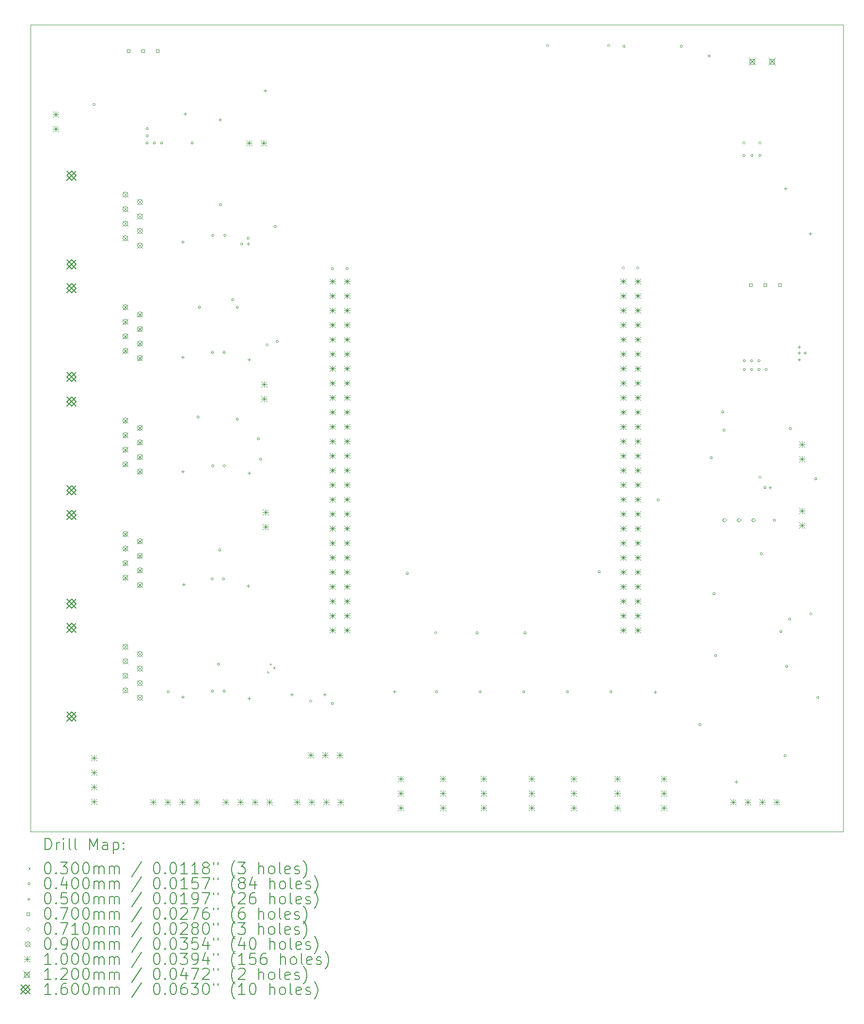
<source format=gbr>
%TF.GenerationSoftware,KiCad,Pcbnew,7.0.8*%
%TF.CreationDate,2023-12-11T18:28:23+01:00*%
%TF.ProjectId,stm_bob,73746d5f-626f-4622-9e6b-696361645f70,rev?*%
%TF.SameCoordinates,Original*%
%TF.FileFunction,Drillmap*%
%TF.FilePolarity,Positive*%
%FSLAX45Y45*%
G04 Gerber Fmt 4.5, Leading zero omitted, Abs format (unit mm)*
G04 Created by KiCad (PCBNEW 7.0.8) date 2023-12-11 18:28:23*
%MOMM*%
%LPD*%
G01*
G04 APERTURE LIST*
%ADD10C,0.100000*%
%ADD11C,0.200000*%
%ADD12C,0.030000*%
%ADD13C,0.040000*%
%ADD14C,0.050000*%
%ADD15C,0.070000*%
%ADD16C,0.071000*%
%ADD17C,0.090000*%
%ADD18C,0.120000*%
%ADD19C,0.160000*%
G04 APERTURE END LIST*
D10*
X2000000Y-3000000D02*
X16200000Y-3000000D01*
X16200000Y-17100000D01*
X2000000Y-17100000D01*
X2000000Y-3000000D01*
D11*
D12*
X6133299Y-14298941D02*
X6163299Y-14328941D01*
X6163299Y-14298941D02*
X6133299Y-14328941D01*
X6182600Y-14158200D02*
X6212600Y-14188200D01*
X6212600Y-14158200D02*
X6182600Y-14188200D01*
X6238480Y-14224240D02*
X6268480Y-14254240D01*
X6268480Y-14224240D02*
X6238480Y-14254240D01*
D13*
X3131500Y-4394200D02*
G75*
G03*
X3131500Y-4394200I-20000J0D01*
G01*
X4058600Y-4816950D02*
G75*
G03*
X4058600Y-4816950I-20000J0D01*
G01*
X4058600Y-4943950D02*
G75*
G03*
X4058600Y-4943950I-20000J0D01*
G01*
X4058600Y-5067300D02*
G75*
G03*
X4058600Y-5067300I-20000J0D01*
G01*
X4185600Y-5067300D02*
G75*
G03*
X4185600Y-5067300I-20000J0D01*
G01*
X4312600Y-5067300D02*
G75*
G03*
X4312600Y-5067300I-20000J0D01*
G01*
X4426900Y-14655800D02*
G75*
G03*
X4426900Y-14655800I-20000J0D01*
G01*
X4846000Y-5067300D02*
G75*
G03*
X4846000Y-5067300I-20000J0D01*
G01*
X4947600Y-9855200D02*
G75*
G03*
X4947600Y-9855200I-20000J0D01*
G01*
X4973000Y-7937500D02*
G75*
G03*
X4973000Y-7937500I-20000J0D01*
G01*
X5194050Y-12682200D02*
G75*
G03*
X5194050Y-12682200I-20000J0D01*
G01*
X5201600Y-8724900D02*
G75*
G03*
X5201600Y-8724900I-20000J0D01*
G01*
X5201600Y-14643100D02*
G75*
G03*
X5201600Y-14643100I-20000J0D01*
G01*
X5204775Y-6680200D02*
G75*
G03*
X5204775Y-6680200I-20000J0D01*
G01*
X5204775Y-10708640D02*
G75*
G03*
X5204775Y-10708640I-20000J0D01*
G01*
X5303200Y-14173200D02*
G75*
G03*
X5303200Y-14173200I-20000J0D01*
G01*
X5328600Y-12179300D02*
G75*
G03*
X5328600Y-12179300I-20000J0D01*
G01*
X5341300Y-6146800D02*
G75*
G03*
X5341300Y-6146800I-20000J0D01*
G01*
X5392100Y-12682200D02*
G75*
G03*
X5392100Y-12682200I-20000J0D01*
G01*
X5404800Y-8724900D02*
G75*
G03*
X5404800Y-8724900I-20000J0D01*
G01*
X5404800Y-14643100D02*
G75*
G03*
X5404800Y-14643100I-20000J0D01*
G01*
X5407975Y-10706100D02*
G75*
G03*
X5407975Y-10706100I-20000J0D01*
G01*
X5417500Y-6680200D02*
G75*
G03*
X5417500Y-6680200I-20000J0D01*
G01*
X5552120Y-7807960D02*
G75*
G03*
X5552120Y-7807960I-20000J0D01*
G01*
X5633400Y-7937500D02*
G75*
G03*
X5633400Y-7937500I-20000J0D01*
G01*
X5633400Y-9893300D02*
G75*
G03*
X5633400Y-9893300I-20000J0D01*
G01*
X5709600Y-6832600D02*
G75*
G03*
X5709600Y-6832600I-20000J0D01*
G01*
X5823900Y-6731000D02*
G75*
G03*
X5823900Y-6731000I-20000J0D01*
G01*
X6001700Y-10236200D02*
G75*
G03*
X6001700Y-10236200I-20000J0D01*
G01*
X6039800Y-10591800D02*
G75*
G03*
X6039800Y-10591800I-20000J0D01*
G01*
X6154100Y-8597900D02*
G75*
G03*
X6154100Y-8597900I-20000J0D01*
G01*
X6293800Y-6527800D02*
G75*
G03*
X6293800Y-6527800I-20000J0D01*
G01*
X6331900Y-8534400D02*
G75*
G03*
X6331900Y-8534400I-20000J0D01*
G01*
X6916100Y-14820900D02*
G75*
G03*
X6916100Y-14820900I-20000J0D01*
G01*
X7297100Y-7264400D02*
G75*
G03*
X7297100Y-7264400I-20000J0D01*
G01*
X7297100Y-14859000D02*
G75*
G03*
X7297100Y-14859000I-20000J0D01*
G01*
X7551100Y-7264400D02*
G75*
G03*
X7551100Y-7264400I-20000J0D01*
G01*
X8605200Y-12585700D02*
G75*
G03*
X8605200Y-12585700I-20000J0D01*
G01*
X9100500Y-13627100D02*
G75*
G03*
X9100500Y-13627100I-20000J0D01*
G01*
X9113200Y-14655800D02*
G75*
G03*
X9113200Y-14655800I-20000J0D01*
G01*
X9824400Y-13627100D02*
G75*
G03*
X9824400Y-13627100I-20000J0D01*
G01*
X9875200Y-14655800D02*
G75*
G03*
X9875200Y-14655800I-20000J0D01*
G01*
X10637200Y-14655800D02*
G75*
G03*
X10637200Y-14655800I-20000J0D01*
G01*
X10662600Y-13627100D02*
G75*
G03*
X10662600Y-13627100I-20000J0D01*
G01*
X11056300Y-3365500D02*
G75*
G03*
X11056300Y-3365500I-20000J0D01*
G01*
X11399200Y-14655800D02*
G75*
G03*
X11399200Y-14655800I-20000J0D01*
G01*
X11958000Y-12560300D02*
G75*
G03*
X11958000Y-12560300I-20000J0D01*
G01*
X12123100Y-3365500D02*
G75*
G03*
X12123100Y-3365500I-20000J0D01*
G01*
X12161200Y-14655800D02*
G75*
G03*
X12161200Y-14655800I-20000J0D01*
G01*
X12377100Y-7251700D02*
G75*
G03*
X12377100Y-7251700I-20000J0D01*
G01*
X12389800Y-3378200D02*
G75*
G03*
X12389800Y-3378200I-20000J0D01*
G01*
X12631100Y-7251700D02*
G75*
G03*
X12631100Y-7251700I-20000J0D01*
G01*
X12986700Y-11303000D02*
G75*
G03*
X12986700Y-11303000I-20000J0D01*
G01*
X13393100Y-3378200D02*
G75*
G03*
X13393100Y-3378200I-20000J0D01*
G01*
X13714735Y-15230516D02*
G75*
G03*
X13714735Y-15230516I-20000J0D01*
G01*
X13913800Y-10566400D02*
G75*
G03*
X13913800Y-10566400I-20000J0D01*
G01*
X13964600Y-12941300D02*
G75*
G03*
X13964600Y-12941300I-20000J0D01*
G01*
X13990000Y-14020800D02*
G75*
G03*
X13990000Y-14020800I-20000J0D01*
G01*
X14117000Y-9766300D02*
G75*
G03*
X14117000Y-9766300I-20000J0D01*
G01*
X14138395Y-10083663D02*
G75*
G03*
X14138395Y-10083663I-20000J0D01*
G01*
X14485300Y-5067300D02*
G75*
G03*
X14485300Y-5067300I-20000J0D01*
G01*
X14485300Y-5283200D02*
G75*
G03*
X14485300Y-5283200I-20000J0D01*
G01*
X14492920Y-8872220D02*
G75*
G03*
X14492920Y-8872220I-20000J0D01*
G01*
X14492920Y-9024620D02*
G75*
G03*
X14492920Y-9024620I-20000J0D01*
G01*
X14619920Y-8872220D02*
G75*
G03*
X14619920Y-8872220I-20000J0D01*
G01*
X14619920Y-9024620D02*
G75*
G03*
X14619920Y-9024620I-20000J0D01*
G01*
X14625000Y-5283200D02*
G75*
G03*
X14625000Y-5283200I-20000J0D01*
G01*
X14746920Y-8872220D02*
G75*
G03*
X14746920Y-8872220I-20000J0D01*
G01*
X14746920Y-9024620D02*
G75*
G03*
X14746920Y-9024620I-20000J0D01*
G01*
X14764700Y-5067300D02*
G75*
G03*
X14764700Y-5067300I-20000J0D01*
G01*
X14764700Y-5283200D02*
G75*
G03*
X14764700Y-5283200I-20000J0D01*
G01*
X14764700Y-10909300D02*
G75*
G03*
X14764700Y-10909300I-20000J0D01*
G01*
X14790100Y-12242800D02*
G75*
G03*
X14790100Y-12242800I-20000J0D01*
G01*
X14853600Y-11087100D02*
G75*
G03*
X14853600Y-11087100I-20000J0D01*
G01*
X14873920Y-9024620D02*
G75*
G03*
X14873920Y-9024620I-20000J0D01*
G01*
X15018700Y-11658600D02*
G75*
G03*
X15018700Y-11658600I-20000J0D01*
G01*
X15133000Y-13601700D02*
G75*
G03*
X15133000Y-13601700I-20000J0D01*
G01*
X15205200Y-15773400D02*
G75*
G03*
X15205200Y-15773400I-20000J0D01*
G01*
X15234600Y-14211300D02*
G75*
G03*
X15234600Y-14211300I-20000J0D01*
G01*
X15285400Y-13385800D02*
G75*
G03*
X15285400Y-13385800I-20000J0D01*
G01*
X15298100Y-10058400D02*
G75*
G03*
X15298100Y-10058400I-20000J0D01*
G01*
X15653700Y-13296900D02*
G75*
G03*
X15653700Y-13296900I-20000J0D01*
G01*
X15742600Y-10934700D02*
G75*
G03*
X15742600Y-10934700I-20000J0D01*
G01*
X15776111Y-14757678D02*
G75*
G03*
X15776111Y-14757678I-20000J0D01*
G01*
D14*
X4658360Y-14719700D02*
X4658360Y-14769700D01*
X4633360Y-14744700D02*
X4683360Y-14744700D01*
X4660900Y-10782700D02*
X4660900Y-10832700D01*
X4635900Y-10807700D02*
X4685900Y-10807700D01*
X4661535Y-6769500D02*
X4661535Y-6819500D01*
X4636535Y-6794500D02*
X4686535Y-6794500D01*
X4661535Y-8788800D02*
X4661535Y-8838800D01*
X4636535Y-8813800D02*
X4686535Y-8813800D01*
X4673600Y-12758800D02*
X4673600Y-12808800D01*
X4648600Y-12783800D02*
X4698600Y-12783800D01*
X4699000Y-4537950D02*
X4699000Y-4587950D01*
X4674000Y-4562950D02*
X4724000Y-4562950D01*
X5308600Y-4635900D02*
X5308600Y-4685900D01*
X5283600Y-4660900D02*
X5333600Y-4660900D01*
X5803900Y-6807600D02*
X5803900Y-6857600D01*
X5778900Y-6832600D02*
X5828900Y-6832600D01*
X5803900Y-12781660D02*
X5803900Y-12831660D01*
X5778900Y-12806660D02*
X5828900Y-12806660D01*
X5816600Y-8824360D02*
X5816600Y-8874360D01*
X5791600Y-8849360D02*
X5841600Y-8849360D01*
X5816600Y-10808100D02*
X5816600Y-10858100D01*
X5791600Y-10833100D02*
X5841600Y-10833100D01*
X5816600Y-14745100D02*
X5816600Y-14795100D01*
X5791600Y-14770100D02*
X5841600Y-14770100D01*
X6096000Y-4127900D02*
X6096000Y-4177900D01*
X6071000Y-4152900D02*
X6121000Y-4152900D01*
X6565900Y-14681600D02*
X6565900Y-14731600D01*
X6540900Y-14706600D02*
X6590900Y-14706600D01*
X7137400Y-14681600D02*
X7137400Y-14731600D01*
X7112400Y-14706600D02*
X7162400Y-14706600D01*
X8356600Y-14630800D02*
X8356600Y-14680800D01*
X8331600Y-14655800D02*
X8381600Y-14655800D01*
X12916073Y-14635091D02*
X12916073Y-14685091D01*
X12891073Y-14660091D02*
X12941073Y-14660091D01*
X13855700Y-3518300D02*
X13855700Y-3568300D01*
X13830700Y-3543300D02*
X13880700Y-3543300D01*
X14329906Y-16205666D02*
X14329906Y-16255666D01*
X14304906Y-16230666D02*
X14354906Y-16230666D01*
X14922500Y-11062100D02*
X14922500Y-11112100D01*
X14897500Y-11087100D02*
X14947500Y-11087100D01*
X15194369Y-5835903D02*
X15194369Y-5885903D01*
X15169369Y-5860903D02*
X15219369Y-5860903D01*
X15430500Y-8611000D02*
X15430500Y-8661000D01*
X15405500Y-8636000D02*
X15455500Y-8636000D01*
X15430500Y-8712600D02*
X15430500Y-8762600D01*
X15405500Y-8737600D02*
X15455500Y-8737600D01*
X15430500Y-8826900D02*
X15430500Y-8876900D01*
X15405500Y-8851900D02*
X15455500Y-8851900D01*
X15532100Y-8712600D02*
X15532100Y-8762600D01*
X15507100Y-8737600D02*
X15557100Y-8737600D01*
X15627497Y-6628127D02*
X15627497Y-6678127D01*
X15602497Y-6653127D02*
X15652497Y-6653127D01*
D15*
X3733149Y-3486399D02*
X3733149Y-3436901D01*
X3683651Y-3436901D01*
X3683651Y-3486399D01*
X3733149Y-3486399D01*
X3987149Y-3486399D02*
X3987149Y-3436901D01*
X3937651Y-3436901D01*
X3937651Y-3486399D01*
X3987149Y-3486399D01*
X4241149Y-3486399D02*
X4241149Y-3436901D01*
X4191651Y-3436901D01*
X4191651Y-3486399D01*
X4241149Y-3486399D01*
X14608989Y-7574803D02*
X14608989Y-7525305D01*
X14559491Y-7525305D01*
X14559491Y-7574803D01*
X14608989Y-7574803D01*
X14862989Y-7574803D02*
X14862989Y-7525305D01*
X14813491Y-7525305D01*
X14813491Y-7574803D01*
X14862989Y-7574803D01*
X15116989Y-7574803D02*
X15116989Y-7525305D01*
X15067491Y-7525305D01*
X15067491Y-7574803D01*
X15116989Y-7574803D01*
D16*
X14122258Y-11693088D02*
X14157758Y-11657588D01*
X14122258Y-11622088D01*
X14086758Y-11657588D01*
X14122258Y-11693088D01*
X14376258Y-11693088D02*
X14411758Y-11657588D01*
X14376258Y-11622088D01*
X14340758Y-11657588D01*
X14376258Y-11693088D01*
X14630258Y-11693088D02*
X14665758Y-11657588D01*
X14630258Y-11622088D01*
X14594758Y-11657588D01*
X14630258Y-11693088D01*
D17*
X3612600Y-5924000D02*
X3702600Y-6014000D01*
X3702600Y-5924000D02*
X3612600Y-6014000D01*
X3702600Y-5969000D02*
G75*
G03*
X3702600Y-5969000I-45000J0D01*
G01*
X3612600Y-6178000D02*
X3702600Y-6268000D01*
X3702600Y-6178000D02*
X3612600Y-6268000D01*
X3702600Y-6223000D02*
G75*
G03*
X3702600Y-6223000I-45000J0D01*
G01*
X3612600Y-6432000D02*
X3702600Y-6522000D01*
X3702600Y-6432000D02*
X3612600Y-6522000D01*
X3702600Y-6477000D02*
G75*
G03*
X3702600Y-6477000I-45000J0D01*
G01*
X3612600Y-6686000D02*
X3702600Y-6776000D01*
X3702600Y-6686000D02*
X3612600Y-6776000D01*
X3702600Y-6731000D02*
G75*
G03*
X3702600Y-6731000I-45000J0D01*
G01*
X3612600Y-7892500D02*
X3702600Y-7982500D01*
X3702600Y-7892500D02*
X3612600Y-7982500D01*
X3702600Y-7937500D02*
G75*
G03*
X3702600Y-7937500I-45000J0D01*
G01*
X3612600Y-8146500D02*
X3702600Y-8236500D01*
X3702600Y-8146500D02*
X3612600Y-8236500D01*
X3702600Y-8191500D02*
G75*
G03*
X3702600Y-8191500I-45000J0D01*
G01*
X3612600Y-8400500D02*
X3702600Y-8490500D01*
X3702600Y-8400500D02*
X3612600Y-8490500D01*
X3702600Y-8445500D02*
G75*
G03*
X3702600Y-8445500I-45000J0D01*
G01*
X3612600Y-8654500D02*
X3702600Y-8744500D01*
X3702600Y-8654500D02*
X3612600Y-8744500D01*
X3702600Y-8699500D02*
G75*
G03*
X3702600Y-8699500I-45000J0D01*
G01*
X3612600Y-9873700D02*
X3702600Y-9963700D01*
X3702600Y-9873700D02*
X3612600Y-9963700D01*
X3702600Y-9918700D02*
G75*
G03*
X3702600Y-9918700I-45000J0D01*
G01*
X3612600Y-10127700D02*
X3702600Y-10217700D01*
X3702600Y-10127700D02*
X3612600Y-10217700D01*
X3702600Y-10172700D02*
G75*
G03*
X3702600Y-10172700I-45000J0D01*
G01*
X3612600Y-10381700D02*
X3702600Y-10471700D01*
X3702600Y-10381700D02*
X3612600Y-10471700D01*
X3702600Y-10426700D02*
G75*
G03*
X3702600Y-10426700I-45000J0D01*
G01*
X3612600Y-10635700D02*
X3702600Y-10725700D01*
X3702600Y-10635700D02*
X3612600Y-10725700D01*
X3702600Y-10680700D02*
G75*
G03*
X3702600Y-10680700I-45000J0D01*
G01*
X3612600Y-11854900D02*
X3702600Y-11944900D01*
X3702600Y-11854900D02*
X3612600Y-11944900D01*
X3702600Y-11899900D02*
G75*
G03*
X3702600Y-11899900I-45000J0D01*
G01*
X3612600Y-12108900D02*
X3702600Y-12198900D01*
X3702600Y-12108900D02*
X3612600Y-12198900D01*
X3702600Y-12153900D02*
G75*
G03*
X3702600Y-12153900I-45000J0D01*
G01*
X3612600Y-12362900D02*
X3702600Y-12452900D01*
X3702600Y-12362900D02*
X3612600Y-12452900D01*
X3702600Y-12407900D02*
G75*
G03*
X3702600Y-12407900I-45000J0D01*
G01*
X3612600Y-12616900D02*
X3702600Y-12706900D01*
X3702600Y-12616900D02*
X3612600Y-12706900D01*
X3702600Y-12661900D02*
G75*
G03*
X3702600Y-12661900I-45000J0D01*
G01*
X3612600Y-13823400D02*
X3702600Y-13913400D01*
X3702600Y-13823400D02*
X3612600Y-13913400D01*
X3702600Y-13868400D02*
G75*
G03*
X3702600Y-13868400I-45000J0D01*
G01*
X3612600Y-14077400D02*
X3702600Y-14167400D01*
X3702600Y-14077400D02*
X3612600Y-14167400D01*
X3702600Y-14122400D02*
G75*
G03*
X3702600Y-14122400I-45000J0D01*
G01*
X3612600Y-14331400D02*
X3702600Y-14421400D01*
X3702600Y-14331400D02*
X3612600Y-14421400D01*
X3702600Y-14376400D02*
G75*
G03*
X3702600Y-14376400I-45000J0D01*
G01*
X3612600Y-14585400D02*
X3702600Y-14675400D01*
X3702600Y-14585400D02*
X3612600Y-14675400D01*
X3702600Y-14630400D02*
G75*
G03*
X3702600Y-14630400I-45000J0D01*
G01*
X3866600Y-6051000D02*
X3956600Y-6141000D01*
X3956600Y-6051000D02*
X3866600Y-6141000D01*
X3956600Y-6096000D02*
G75*
G03*
X3956600Y-6096000I-45000J0D01*
G01*
X3866600Y-6305000D02*
X3956600Y-6395000D01*
X3956600Y-6305000D02*
X3866600Y-6395000D01*
X3956600Y-6350000D02*
G75*
G03*
X3956600Y-6350000I-45000J0D01*
G01*
X3866600Y-6559000D02*
X3956600Y-6649000D01*
X3956600Y-6559000D02*
X3866600Y-6649000D01*
X3956600Y-6604000D02*
G75*
G03*
X3956600Y-6604000I-45000J0D01*
G01*
X3866600Y-6813000D02*
X3956600Y-6903000D01*
X3956600Y-6813000D02*
X3866600Y-6903000D01*
X3956600Y-6858000D02*
G75*
G03*
X3956600Y-6858000I-45000J0D01*
G01*
X3866600Y-8019500D02*
X3956600Y-8109500D01*
X3956600Y-8019500D02*
X3866600Y-8109500D01*
X3956600Y-8064500D02*
G75*
G03*
X3956600Y-8064500I-45000J0D01*
G01*
X3866600Y-8273500D02*
X3956600Y-8363500D01*
X3956600Y-8273500D02*
X3866600Y-8363500D01*
X3956600Y-8318500D02*
G75*
G03*
X3956600Y-8318500I-45000J0D01*
G01*
X3866600Y-8527500D02*
X3956600Y-8617500D01*
X3956600Y-8527500D02*
X3866600Y-8617500D01*
X3956600Y-8572500D02*
G75*
G03*
X3956600Y-8572500I-45000J0D01*
G01*
X3866600Y-8781500D02*
X3956600Y-8871500D01*
X3956600Y-8781500D02*
X3866600Y-8871500D01*
X3956600Y-8826500D02*
G75*
G03*
X3956600Y-8826500I-45000J0D01*
G01*
X3866600Y-10000700D02*
X3956600Y-10090700D01*
X3956600Y-10000700D02*
X3866600Y-10090700D01*
X3956600Y-10045700D02*
G75*
G03*
X3956600Y-10045700I-45000J0D01*
G01*
X3866600Y-10254700D02*
X3956600Y-10344700D01*
X3956600Y-10254700D02*
X3866600Y-10344700D01*
X3956600Y-10299700D02*
G75*
G03*
X3956600Y-10299700I-45000J0D01*
G01*
X3866600Y-10508700D02*
X3956600Y-10598700D01*
X3956600Y-10508700D02*
X3866600Y-10598700D01*
X3956600Y-10553700D02*
G75*
G03*
X3956600Y-10553700I-45000J0D01*
G01*
X3866600Y-10762700D02*
X3956600Y-10852700D01*
X3956600Y-10762700D02*
X3866600Y-10852700D01*
X3956600Y-10807700D02*
G75*
G03*
X3956600Y-10807700I-45000J0D01*
G01*
X3866600Y-11981900D02*
X3956600Y-12071900D01*
X3956600Y-11981900D02*
X3866600Y-12071900D01*
X3956600Y-12026900D02*
G75*
G03*
X3956600Y-12026900I-45000J0D01*
G01*
X3866600Y-12235900D02*
X3956600Y-12325900D01*
X3956600Y-12235900D02*
X3866600Y-12325900D01*
X3956600Y-12280900D02*
G75*
G03*
X3956600Y-12280900I-45000J0D01*
G01*
X3866600Y-12489900D02*
X3956600Y-12579900D01*
X3956600Y-12489900D02*
X3866600Y-12579900D01*
X3956600Y-12534900D02*
G75*
G03*
X3956600Y-12534900I-45000J0D01*
G01*
X3866600Y-12743900D02*
X3956600Y-12833900D01*
X3956600Y-12743900D02*
X3866600Y-12833900D01*
X3956600Y-12788900D02*
G75*
G03*
X3956600Y-12788900I-45000J0D01*
G01*
X3866600Y-13950400D02*
X3956600Y-14040400D01*
X3956600Y-13950400D02*
X3866600Y-14040400D01*
X3956600Y-13995400D02*
G75*
G03*
X3956600Y-13995400I-45000J0D01*
G01*
X3866600Y-14204400D02*
X3956600Y-14294400D01*
X3956600Y-14204400D02*
X3866600Y-14294400D01*
X3956600Y-14249400D02*
G75*
G03*
X3956600Y-14249400I-45000J0D01*
G01*
X3866600Y-14458400D02*
X3956600Y-14548400D01*
X3956600Y-14458400D02*
X3866600Y-14548400D01*
X3956600Y-14503400D02*
G75*
G03*
X3956600Y-14503400I-45000J0D01*
G01*
X3866600Y-14712400D02*
X3956600Y-14802400D01*
X3956600Y-14712400D02*
X3866600Y-14802400D01*
X3956600Y-14757400D02*
G75*
G03*
X3956600Y-14757400I-45000J0D01*
G01*
D10*
X2388400Y-4522000D02*
X2488400Y-4622000D01*
X2488400Y-4522000D02*
X2388400Y-4622000D01*
X2438400Y-4522000D02*
X2438400Y-4622000D01*
X2388400Y-4572000D02*
X2488400Y-4572000D01*
X2388400Y-4776000D02*
X2488400Y-4876000D01*
X2488400Y-4776000D02*
X2388400Y-4876000D01*
X2438400Y-4776000D02*
X2438400Y-4876000D01*
X2388400Y-4826000D02*
X2488400Y-4826000D01*
X3061500Y-15761500D02*
X3161500Y-15861500D01*
X3161500Y-15761500D02*
X3061500Y-15861500D01*
X3111500Y-15761500D02*
X3111500Y-15861500D01*
X3061500Y-15811500D02*
X3161500Y-15811500D01*
X3061500Y-16015500D02*
X3161500Y-16115500D01*
X3161500Y-16015500D02*
X3061500Y-16115500D01*
X3111500Y-16015500D02*
X3111500Y-16115500D01*
X3061500Y-16065500D02*
X3161500Y-16065500D01*
X3061500Y-16269500D02*
X3161500Y-16369500D01*
X3161500Y-16269500D02*
X3061500Y-16369500D01*
X3111500Y-16269500D02*
X3111500Y-16369500D01*
X3061500Y-16319500D02*
X3161500Y-16319500D01*
X3061500Y-16523500D02*
X3161500Y-16623500D01*
X3161500Y-16523500D02*
X3061500Y-16623500D01*
X3111500Y-16523500D02*
X3111500Y-16623500D01*
X3061500Y-16573500D02*
X3161500Y-16573500D01*
X4090200Y-16536200D02*
X4190200Y-16636200D01*
X4190200Y-16536200D02*
X4090200Y-16636200D01*
X4140200Y-16536200D02*
X4140200Y-16636200D01*
X4090200Y-16586200D02*
X4190200Y-16586200D01*
X4344200Y-16536200D02*
X4444200Y-16636200D01*
X4444200Y-16536200D02*
X4344200Y-16636200D01*
X4394200Y-16536200D02*
X4394200Y-16636200D01*
X4344200Y-16586200D02*
X4444200Y-16586200D01*
X4598200Y-16536200D02*
X4698200Y-16636200D01*
X4698200Y-16536200D02*
X4598200Y-16636200D01*
X4648200Y-16536200D02*
X4648200Y-16636200D01*
X4598200Y-16586200D02*
X4698200Y-16586200D01*
X4852200Y-16536200D02*
X4952200Y-16636200D01*
X4952200Y-16536200D02*
X4852200Y-16636200D01*
X4902200Y-16536200D02*
X4902200Y-16636200D01*
X4852200Y-16586200D02*
X4952200Y-16586200D01*
X5360200Y-16536200D02*
X5460200Y-16636200D01*
X5460200Y-16536200D02*
X5360200Y-16636200D01*
X5410200Y-16536200D02*
X5410200Y-16636200D01*
X5360200Y-16586200D02*
X5460200Y-16586200D01*
X5614200Y-16536200D02*
X5714200Y-16636200D01*
X5714200Y-16536200D02*
X5614200Y-16636200D01*
X5664200Y-16536200D02*
X5664200Y-16636200D01*
X5614200Y-16586200D02*
X5714200Y-16586200D01*
X5767100Y-5017300D02*
X5867100Y-5117300D01*
X5867100Y-5017300D02*
X5767100Y-5117300D01*
X5817100Y-5017300D02*
X5817100Y-5117300D01*
X5767100Y-5067300D02*
X5867100Y-5067300D01*
X5868200Y-16536200D02*
X5968200Y-16636200D01*
X5968200Y-16536200D02*
X5868200Y-16636200D01*
X5918200Y-16536200D02*
X5918200Y-16636200D01*
X5868200Y-16586200D02*
X5968200Y-16586200D01*
X6021100Y-5017300D02*
X6121100Y-5117300D01*
X6121100Y-5017300D02*
X6021100Y-5117300D01*
X6071100Y-5017300D02*
X6071100Y-5117300D01*
X6021100Y-5067300D02*
X6121100Y-5067300D01*
X6033300Y-9234200D02*
X6133300Y-9334200D01*
X6133300Y-9234200D02*
X6033300Y-9334200D01*
X6083300Y-9234200D02*
X6083300Y-9334200D01*
X6033300Y-9284200D02*
X6133300Y-9284200D01*
X6033300Y-9488200D02*
X6133300Y-9588200D01*
X6133300Y-9488200D02*
X6033300Y-9588200D01*
X6083300Y-9488200D02*
X6083300Y-9588200D01*
X6033300Y-9538200D02*
X6133300Y-9538200D01*
X6058700Y-11468900D02*
X6158700Y-11568900D01*
X6158700Y-11468900D02*
X6058700Y-11568900D01*
X6108700Y-11468900D02*
X6108700Y-11568900D01*
X6058700Y-11518900D02*
X6158700Y-11518900D01*
X6058700Y-11722900D02*
X6158700Y-11822900D01*
X6158700Y-11722900D02*
X6058700Y-11822900D01*
X6108700Y-11722900D02*
X6108700Y-11822900D01*
X6058700Y-11772900D02*
X6158700Y-11772900D01*
X6122200Y-16536200D02*
X6222200Y-16636200D01*
X6222200Y-16536200D02*
X6122200Y-16636200D01*
X6172200Y-16536200D02*
X6172200Y-16636200D01*
X6122200Y-16586200D02*
X6222200Y-16586200D01*
X6605800Y-16536200D02*
X6705800Y-16636200D01*
X6705800Y-16536200D02*
X6605800Y-16636200D01*
X6655800Y-16536200D02*
X6655800Y-16636200D01*
X6605800Y-16586200D02*
X6705800Y-16586200D01*
X6846100Y-15710700D02*
X6946100Y-15810700D01*
X6946100Y-15710700D02*
X6846100Y-15810700D01*
X6896100Y-15710700D02*
X6896100Y-15810700D01*
X6846100Y-15760700D02*
X6946100Y-15760700D01*
X6859800Y-16536200D02*
X6959800Y-16636200D01*
X6959800Y-16536200D02*
X6859800Y-16636200D01*
X6909800Y-16536200D02*
X6909800Y-16636200D01*
X6859800Y-16586200D02*
X6959800Y-16586200D01*
X7100100Y-15710700D02*
X7200100Y-15810700D01*
X7200100Y-15710700D02*
X7100100Y-15810700D01*
X7150100Y-15710700D02*
X7150100Y-15810700D01*
X7100100Y-15760700D02*
X7200100Y-15760700D01*
X7113800Y-16536200D02*
X7213800Y-16636200D01*
X7213800Y-16536200D02*
X7113800Y-16636200D01*
X7163800Y-16536200D02*
X7163800Y-16636200D01*
X7113800Y-16586200D02*
X7213800Y-16586200D01*
X7227100Y-7435500D02*
X7327100Y-7535500D01*
X7327100Y-7435500D02*
X7227100Y-7535500D01*
X7277100Y-7435500D02*
X7277100Y-7535500D01*
X7227100Y-7485500D02*
X7327100Y-7485500D01*
X7227100Y-7689500D02*
X7327100Y-7789500D01*
X7327100Y-7689500D02*
X7227100Y-7789500D01*
X7277100Y-7689500D02*
X7277100Y-7789500D01*
X7227100Y-7739500D02*
X7327100Y-7739500D01*
X7227100Y-7943500D02*
X7327100Y-8043500D01*
X7327100Y-7943500D02*
X7227100Y-8043500D01*
X7277100Y-7943500D02*
X7277100Y-8043500D01*
X7227100Y-7993500D02*
X7327100Y-7993500D01*
X7227100Y-8197500D02*
X7327100Y-8297500D01*
X7327100Y-8197500D02*
X7227100Y-8297500D01*
X7277100Y-8197500D02*
X7277100Y-8297500D01*
X7227100Y-8247500D02*
X7327100Y-8247500D01*
X7227100Y-8451500D02*
X7327100Y-8551500D01*
X7327100Y-8451500D02*
X7227100Y-8551500D01*
X7277100Y-8451500D02*
X7277100Y-8551500D01*
X7227100Y-8501500D02*
X7327100Y-8501500D01*
X7227100Y-8705500D02*
X7327100Y-8805500D01*
X7327100Y-8705500D02*
X7227100Y-8805500D01*
X7277100Y-8705500D02*
X7277100Y-8805500D01*
X7227100Y-8755500D02*
X7327100Y-8755500D01*
X7227100Y-8959500D02*
X7327100Y-9059500D01*
X7327100Y-8959500D02*
X7227100Y-9059500D01*
X7277100Y-8959500D02*
X7277100Y-9059500D01*
X7227100Y-9009500D02*
X7327100Y-9009500D01*
X7227100Y-9213500D02*
X7327100Y-9313500D01*
X7327100Y-9213500D02*
X7227100Y-9313500D01*
X7277100Y-9213500D02*
X7277100Y-9313500D01*
X7227100Y-9263500D02*
X7327100Y-9263500D01*
X7227100Y-9467500D02*
X7327100Y-9567500D01*
X7327100Y-9467500D02*
X7227100Y-9567500D01*
X7277100Y-9467500D02*
X7277100Y-9567500D01*
X7227100Y-9517500D02*
X7327100Y-9517500D01*
X7227100Y-9721500D02*
X7327100Y-9821500D01*
X7327100Y-9721500D02*
X7227100Y-9821500D01*
X7277100Y-9721500D02*
X7277100Y-9821500D01*
X7227100Y-9771500D02*
X7327100Y-9771500D01*
X7227100Y-9975500D02*
X7327100Y-10075500D01*
X7327100Y-9975500D02*
X7227100Y-10075500D01*
X7277100Y-9975500D02*
X7277100Y-10075500D01*
X7227100Y-10025500D02*
X7327100Y-10025500D01*
X7227100Y-10229500D02*
X7327100Y-10329500D01*
X7327100Y-10229500D02*
X7227100Y-10329500D01*
X7277100Y-10229500D02*
X7277100Y-10329500D01*
X7227100Y-10279500D02*
X7327100Y-10279500D01*
X7227100Y-10483500D02*
X7327100Y-10583500D01*
X7327100Y-10483500D02*
X7227100Y-10583500D01*
X7277100Y-10483500D02*
X7277100Y-10583500D01*
X7227100Y-10533500D02*
X7327100Y-10533500D01*
X7227100Y-10737500D02*
X7327100Y-10837500D01*
X7327100Y-10737500D02*
X7227100Y-10837500D01*
X7277100Y-10737500D02*
X7277100Y-10837500D01*
X7227100Y-10787500D02*
X7327100Y-10787500D01*
X7227100Y-10991500D02*
X7327100Y-11091500D01*
X7327100Y-10991500D02*
X7227100Y-11091500D01*
X7277100Y-10991500D02*
X7277100Y-11091500D01*
X7227100Y-11041500D02*
X7327100Y-11041500D01*
X7227100Y-11245500D02*
X7327100Y-11345500D01*
X7327100Y-11245500D02*
X7227100Y-11345500D01*
X7277100Y-11245500D02*
X7277100Y-11345500D01*
X7227100Y-11295500D02*
X7327100Y-11295500D01*
X7227100Y-11499500D02*
X7327100Y-11599500D01*
X7327100Y-11499500D02*
X7227100Y-11599500D01*
X7277100Y-11499500D02*
X7277100Y-11599500D01*
X7227100Y-11549500D02*
X7327100Y-11549500D01*
X7227100Y-11753500D02*
X7327100Y-11853500D01*
X7327100Y-11753500D02*
X7227100Y-11853500D01*
X7277100Y-11753500D02*
X7277100Y-11853500D01*
X7227100Y-11803500D02*
X7327100Y-11803500D01*
X7227100Y-12007500D02*
X7327100Y-12107500D01*
X7327100Y-12007500D02*
X7227100Y-12107500D01*
X7277100Y-12007500D02*
X7277100Y-12107500D01*
X7227100Y-12057500D02*
X7327100Y-12057500D01*
X7227100Y-12261500D02*
X7327100Y-12361500D01*
X7327100Y-12261500D02*
X7227100Y-12361500D01*
X7277100Y-12261500D02*
X7277100Y-12361500D01*
X7227100Y-12311500D02*
X7327100Y-12311500D01*
X7227100Y-12515500D02*
X7327100Y-12615500D01*
X7327100Y-12515500D02*
X7227100Y-12615500D01*
X7277100Y-12515500D02*
X7277100Y-12615500D01*
X7227100Y-12565500D02*
X7327100Y-12565500D01*
X7227100Y-12769500D02*
X7327100Y-12869500D01*
X7327100Y-12769500D02*
X7227100Y-12869500D01*
X7277100Y-12769500D02*
X7277100Y-12869500D01*
X7227100Y-12819500D02*
X7327100Y-12819500D01*
X7227100Y-13023500D02*
X7327100Y-13123500D01*
X7327100Y-13023500D02*
X7227100Y-13123500D01*
X7277100Y-13023500D02*
X7277100Y-13123500D01*
X7227100Y-13073500D02*
X7327100Y-13073500D01*
X7227100Y-13277500D02*
X7327100Y-13377500D01*
X7327100Y-13277500D02*
X7227100Y-13377500D01*
X7277100Y-13277500D02*
X7277100Y-13377500D01*
X7227100Y-13327500D02*
X7327100Y-13327500D01*
X7227100Y-13531500D02*
X7327100Y-13631500D01*
X7327100Y-13531500D02*
X7227100Y-13631500D01*
X7277100Y-13531500D02*
X7277100Y-13631500D01*
X7227100Y-13581500D02*
X7327100Y-13581500D01*
X7354100Y-15710700D02*
X7454100Y-15810700D01*
X7454100Y-15710700D02*
X7354100Y-15810700D01*
X7404100Y-15710700D02*
X7404100Y-15810700D01*
X7354100Y-15760700D02*
X7454100Y-15760700D01*
X7367800Y-16536200D02*
X7467800Y-16636200D01*
X7467800Y-16536200D02*
X7367800Y-16636200D01*
X7417800Y-16536200D02*
X7417800Y-16636200D01*
X7367800Y-16586200D02*
X7467800Y-16586200D01*
X7481100Y-7435500D02*
X7581100Y-7535500D01*
X7581100Y-7435500D02*
X7481100Y-7535500D01*
X7531100Y-7435500D02*
X7531100Y-7535500D01*
X7481100Y-7485500D02*
X7581100Y-7485500D01*
X7481100Y-7689500D02*
X7581100Y-7789500D01*
X7581100Y-7689500D02*
X7481100Y-7789500D01*
X7531100Y-7689500D02*
X7531100Y-7789500D01*
X7481100Y-7739500D02*
X7581100Y-7739500D01*
X7481100Y-7943500D02*
X7581100Y-8043500D01*
X7581100Y-7943500D02*
X7481100Y-8043500D01*
X7531100Y-7943500D02*
X7531100Y-8043500D01*
X7481100Y-7993500D02*
X7581100Y-7993500D01*
X7481100Y-8197500D02*
X7581100Y-8297500D01*
X7581100Y-8197500D02*
X7481100Y-8297500D01*
X7531100Y-8197500D02*
X7531100Y-8297500D01*
X7481100Y-8247500D02*
X7581100Y-8247500D01*
X7481100Y-8451500D02*
X7581100Y-8551500D01*
X7581100Y-8451500D02*
X7481100Y-8551500D01*
X7531100Y-8451500D02*
X7531100Y-8551500D01*
X7481100Y-8501500D02*
X7581100Y-8501500D01*
X7481100Y-8705500D02*
X7581100Y-8805500D01*
X7581100Y-8705500D02*
X7481100Y-8805500D01*
X7531100Y-8705500D02*
X7531100Y-8805500D01*
X7481100Y-8755500D02*
X7581100Y-8755500D01*
X7481100Y-8959500D02*
X7581100Y-9059500D01*
X7581100Y-8959500D02*
X7481100Y-9059500D01*
X7531100Y-8959500D02*
X7531100Y-9059500D01*
X7481100Y-9009500D02*
X7581100Y-9009500D01*
X7481100Y-9213500D02*
X7581100Y-9313500D01*
X7581100Y-9213500D02*
X7481100Y-9313500D01*
X7531100Y-9213500D02*
X7531100Y-9313500D01*
X7481100Y-9263500D02*
X7581100Y-9263500D01*
X7481100Y-9467500D02*
X7581100Y-9567500D01*
X7581100Y-9467500D02*
X7481100Y-9567500D01*
X7531100Y-9467500D02*
X7531100Y-9567500D01*
X7481100Y-9517500D02*
X7581100Y-9517500D01*
X7481100Y-9721500D02*
X7581100Y-9821500D01*
X7581100Y-9721500D02*
X7481100Y-9821500D01*
X7531100Y-9721500D02*
X7531100Y-9821500D01*
X7481100Y-9771500D02*
X7581100Y-9771500D01*
X7481100Y-9975500D02*
X7581100Y-10075500D01*
X7581100Y-9975500D02*
X7481100Y-10075500D01*
X7531100Y-9975500D02*
X7531100Y-10075500D01*
X7481100Y-10025500D02*
X7581100Y-10025500D01*
X7481100Y-10229500D02*
X7581100Y-10329500D01*
X7581100Y-10229500D02*
X7481100Y-10329500D01*
X7531100Y-10229500D02*
X7531100Y-10329500D01*
X7481100Y-10279500D02*
X7581100Y-10279500D01*
X7481100Y-10483500D02*
X7581100Y-10583500D01*
X7581100Y-10483500D02*
X7481100Y-10583500D01*
X7531100Y-10483500D02*
X7531100Y-10583500D01*
X7481100Y-10533500D02*
X7581100Y-10533500D01*
X7481100Y-10737500D02*
X7581100Y-10837500D01*
X7581100Y-10737500D02*
X7481100Y-10837500D01*
X7531100Y-10737500D02*
X7531100Y-10837500D01*
X7481100Y-10787500D02*
X7581100Y-10787500D01*
X7481100Y-10991500D02*
X7581100Y-11091500D01*
X7581100Y-10991500D02*
X7481100Y-11091500D01*
X7531100Y-10991500D02*
X7531100Y-11091500D01*
X7481100Y-11041500D02*
X7581100Y-11041500D01*
X7481100Y-11245500D02*
X7581100Y-11345500D01*
X7581100Y-11245500D02*
X7481100Y-11345500D01*
X7531100Y-11245500D02*
X7531100Y-11345500D01*
X7481100Y-11295500D02*
X7581100Y-11295500D01*
X7481100Y-11499500D02*
X7581100Y-11599500D01*
X7581100Y-11499500D02*
X7481100Y-11599500D01*
X7531100Y-11499500D02*
X7531100Y-11599500D01*
X7481100Y-11549500D02*
X7581100Y-11549500D01*
X7481100Y-11753500D02*
X7581100Y-11853500D01*
X7581100Y-11753500D02*
X7481100Y-11853500D01*
X7531100Y-11753500D02*
X7531100Y-11853500D01*
X7481100Y-11803500D02*
X7581100Y-11803500D01*
X7481100Y-12007500D02*
X7581100Y-12107500D01*
X7581100Y-12007500D02*
X7481100Y-12107500D01*
X7531100Y-12007500D02*
X7531100Y-12107500D01*
X7481100Y-12057500D02*
X7581100Y-12057500D01*
X7481100Y-12261500D02*
X7581100Y-12361500D01*
X7581100Y-12261500D02*
X7481100Y-12361500D01*
X7531100Y-12261500D02*
X7531100Y-12361500D01*
X7481100Y-12311500D02*
X7581100Y-12311500D01*
X7481100Y-12515500D02*
X7581100Y-12615500D01*
X7581100Y-12515500D02*
X7481100Y-12615500D01*
X7531100Y-12515500D02*
X7531100Y-12615500D01*
X7481100Y-12565500D02*
X7581100Y-12565500D01*
X7481100Y-12769500D02*
X7581100Y-12869500D01*
X7581100Y-12769500D02*
X7481100Y-12869500D01*
X7531100Y-12769500D02*
X7531100Y-12869500D01*
X7481100Y-12819500D02*
X7581100Y-12819500D01*
X7481100Y-13023500D02*
X7581100Y-13123500D01*
X7581100Y-13023500D02*
X7481100Y-13123500D01*
X7531100Y-13023500D02*
X7531100Y-13123500D01*
X7481100Y-13073500D02*
X7581100Y-13073500D01*
X7481100Y-13277500D02*
X7581100Y-13377500D01*
X7581100Y-13277500D02*
X7481100Y-13377500D01*
X7531100Y-13277500D02*
X7531100Y-13377500D01*
X7481100Y-13327500D02*
X7581100Y-13327500D01*
X7481100Y-13531500D02*
X7581100Y-13631500D01*
X7581100Y-13531500D02*
X7481100Y-13631500D01*
X7531100Y-13531500D02*
X7531100Y-13631500D01*
X7481100Y-13581500D02*
X7581100Y-13581500D01*
X8420900Y-16129800D02*
X8520900Y-16229800D01*
X8520900Y-16129800D02*
X8420900Y-16229800D01*
X8470900Y-16129800D02*
X8470900Y-16229800D01*
X8420900Y-16179800D02*
X8520900Y-16179800D01*
X8420900Y-16383800D02*
X8520900Y-16483800D01*
X8520900Y-16383800D02*
X8420900Y-16483800D01*
X8470900Y-16383800D02*
X8470900Y-16483800D01*
X8420900Y-16433800D02*
X8520900Y-16433800D01*
X8420900Y-16637800D02*
X8520900Y-16737800D01*
X8520900Y-16637800D02*
X8420900Y-16737800D01*
X8470900Y-16637800D02*
X8470900Y-16737800D01*
X8420900Y-16687800D02*
X8520900Y-16687800D01*
X9157500Y-16129800D02*
X9257500Y-16229800D01*
X9257500Y-16129800D02*
X9157500Y-16229800D01*
X9207500Y-16129800D02*
X9207500Y-16229800D01*
X9157500Y-16179800D02*
X9257500Y-16179800D01*
X9157500Y-16383800D02*
X9257500Y-16483800D01*
X9257500Y-16383800D02*
X9157500Y-16483800D01*
X9207500Y-16383800D02*
X9207500Y-16483800D01*
X9157500Y-16433800D02*
X9257500Y-16433800D01*
X9157500Y-16637800D02*
X9257500Y-16737800D01*
X9257500Y-16637800D02*
X9157500Y-16737800D01*
X9207500Y-16637800D02*
X9207500Y-16737800D01*
X9157500Y-16687800D02*
X9257500Y-16687800D01*
X9868700Y-16129800D02*
X9968700Y-16229800D01*
X9968700Y-16129800D02*
X9868700Y-16229800D01*
X9918700Y-16129800D02*
X9918700Y-16229800D01*
X9868700Y-16179800D02*
X9968700Y-16179800D01*
X9868700Y-16383800D02*
X9968700Y-16483800D01*
X9968700Y-16383800D02*
X9868700Y-16483800D01*
X9918700Y-16383800D02*
X9918700Y-16483800D01*
X9868700Y-16433800D02*
X9968700Y-16433800D01*
X9868700Y-16637800D02*
X9968700Y-16737800D01*
X9968700Y-16637800D02*
X9868700Y-16737800D01*
X9918700Y-16637800D02*
X9918700Y-16737800D01*
X9868700Y-16687800D02*
X9968700Y-16687800D01*
X10706900Y-16129800D02*
X10806900Y-16229800D01*
X10806900Y-16129800D02*
X10706900Y-16229800D01*
X10756900Y-16129800D02*
X10756900Y-16229800D01*
X10706900Y-16179800D02*
X10806900Y-16179800D01*
X10706900Y-16383800D02*
X10806900Y-16483800D01*
X10806900Y-16383800D02*
X10706900Y-16483800D01*
X10756900Y-16383800D02*
X10756900Y-16483800D01*
X10706900Y-16433800D02*
X10806900Y-16433800D01*
X10706900Y-16637800D02*
X10806900Y-16737800D01*
X10806900Y-16637800D02*
X10706900Y-16737800D01*
X10756900Y-16637800D02*
X10756900Y-16737800D01*
X10706900Y-16687800D02*
X10806900Y-16687800D01*
X11443500Y-16129800D02*
X11543500Y-16229800D01*
X11543500Y-16129800D02*
X11443500Y-16229800D01*
X11493500Y-16129800D02*
X11493500Y-16229800D01*
X11443500Y-16179800D02*
X11543500Y-16179800D01*
X11443500Y-16383800D02*
X11543500Y-16483800D01*
X11543500Y-16383800D02*
X11443500Y-16483800D01*
X11493500Y-16383800D02*
X11493500Y-16483800D01*
X11443500Y-16433800D02*
X11543500Y-16433800D01*
X11443500Y-16637800D02*
X11543500Y-16737800D01*
X11543500Y-16637800D02*
X11443500Y-16737800D01*
X11493500Y-16637800D02*
X11493500Y-16737800D01*
X11443500Y-16687800D02*
X11543500Y-16687800D01*
X12205500Y-16129800D02*
X12305500Y-16229800D01*
X12305500Y-16129800D02*
X12205500Y-16229800D01*
X12255500Y-16129800D02*
X12255500Y-16229800D01*
X12205500Y-16179800D02*
X12305500Y-16179800D01*
X12205500Y-16383800D02*
X12305500Y-16483800D01*
X12305500Y-16383800D02*
X12205500Y-16483800D01*
X12255500Y-16383800D02*
X12255500Y-16483800D01*
X12205500Y-16433800D02*
X12305500Y-16433800D01*
X12205500Y-16637800D02*
X12305500Y-16737800D01*
X12305500Y-16637800D02*
X12205500Y-16737800D01*
X12255500Y-16637800D02*
X12255500Y-16737800D01*
X12205500Y-16687800D02*
X12305500Y-16687800D01*
X12307100Y-7435500D02*
X12407100Y-7535500D01*
X12407100Y-7435500D02*
X12307100Y-7535500D01*
X12357100Y-7435500D02*
X12357100Y-7535500D01*
X12307100Y-7485500D02*
X12407100Y-7485500D01*
X12307100Y-7689500D02*
X12407100Y-7789500D01*
X12407100Y-7689500D02*
X12307100Y-7789500D01*
X12357100Y-7689500D02*
X12357100Y-7789500D01*
X12307100Y-7739500D02*
X12407100Y-7739500D01*
X12307100Y-7943500D02*
X12407100Y-8043500D01*
X12407100Y-7943500D02*
X12307100Y-8043500D01*
X12357100Y-7943500D02*
X12357100Y-8043500D01*
X12307100Y-7993500D02*
X12407100Y-7993500D01*
X12307100Y-8197500D02*
X12407100Y-8297500D01*
X12407100Y-8197500D02*
X12307100Y-8297500D01*
X12357100Y-8197500D02*
X12357100Y-8297500D01*
X12307100Y-8247500D02*
X12407100Y-8247500D01*
X12307100Y-8451500D02*
X12407100Y-8551500D01*
X12407100Y-8451500D02*
X12307100Y-8551500D01*
X12357100Y-8451500D02*
X12357100Y-8551500D01*
X12307100Y-8501500D02*
X12407100Y-8501500D01*
X12307100Y-8705500D02*
X12407100Y-8805500D01*
X12407100Y-8705500D02*
X12307100Y-8805500D01*
X12357100Y-8705500D02*
X12357100Y-8805500D01*
X12307100Y-8755500D02*
X12407100Y-8755500D01*
X12307100Y-8959500D02*
X12407100Y-9059500D01*
X12407100Y-8959500D02*
X12307100Y-9059500D01*
X12357100Y-8959500D02*
X12357100Y-9059500D01*
X12307100Y-9009500D02*
X12407100Y-9009500D01*
X12307100Y-9213500D02*
X12407100Y-9313500D01*
X12407100Y-9213500D02*
X12307100Y-9313500D01*
X12357100Y-9213500D02*
X12357100Y-9313500D01*
X12307100Y-9263500D02*
X12407100Y-9263500D01*
X12307100Y-9467500D02*
X12407100Y-9567500D01*
X12407100Y-9467500D02*
X12307100Y-9567500D01*
X12357100Y-9467500D02*
X12357100Y-9567500D01*
X12307100Y-9517500D02*
X12407100Y-9517500D01*
X12307100Y-9721500D02*
X12407100Y-9821500D01*
X12407100Y-9721500D02*
X12307100Y-9821500D01*
X12357100Y-9721500D02*
X12357100Y-9821500D01*
X12307100Y-9771500D02*
X12407100Y-9771500D01*
X12307100Y-9975500D02*
X12407100Y-10075500D01*
X12407100Y-9975500D02*
X12307100Y-10075500D01*
X12357100Y-9975500D02*
X12357100Y-10075500D01*
X12307100Y-10025500D02*
X12407100Y-10025500D01*
X12307100Y-10229500D02*
X12407100Y-10329500D01*
X12407100Y-10229500D02*
X12307100Y-10329500D01*
X12357100Y-10229500D02*
X12357100Y-10329500D01*
X12307100Y-10279500D02*
X12407100Y-10279500D01*
X12307100Y-10483500D02*
X12407100Y-10583500D01*
X12407100Y-10483500D02*
X12307100Y-10583500D01*
X12357100Y-10483500D02*
X12357100Y-10583500D01*
X12307100Y-10533500D02*
X12407100Y-10533500D01*
X12307100Y-10737500D02*
X12407100Y-10837500D01*
X12407100Y-10737500D02*
X12307100Y-10837500D01*
X12357100Y-10737500D02*
X12357100Y-10837500D01*
X12307100Y-10787500D02*
X12407100Y-10787500D01*
X12307100Y-10991500D02*
X12407100Y-11091500D01*
X12407100Y-10991500D02*
X12307100Y-11091500D01*
X12357100Y-10991500D02*
X12357100Y-11091500D01*
X12307100Y-11041500D02*
X12407100Y-11041500D01*
X12307100Y-11245500D02*
X12407100Y-11345500D01*
X12407100Y-11245500D02*
X12307100Y-11345500D01*
X12357100Y-11245500D02*
X12357100Y-11345500D01*
X12307100Y-11295500D02*
X12407100Y-11295500D01*
X12307100Y-11499500D02*
X12407100Y-11599500D01*
X12407100Y-11499500D02*
X12307100Y-11599500D01*
X12357100Y-11499500D02*
X12357100Y-11599500D01*
X12307100Y-11549500D02*
X12407100Y-11549500D01*
X12307100Y-11753500D02*
X12407100Y-11853500D01*
X12407100Y-11753500D02*
X12307100Y-11853500D01*
X12357100Y-11753500D02*
X12357100Y-11853500D01*
X12307100Y-11803500D02*
X12407100Y-11803500D01*
X12307100Y-12007500D02*
X12407100Y-12107500D01*
X12407100Y-12007500D02*
X12307100Y-12107500D01*
X12357100Y-12007500D02*
X12357100Y-12107500D01*
X12307100Y-12057500D02*
X12407100Y-12057500D01*
X12307100Y-12261500D02*
X12407100Y-12361500D01*
X12407100Y-12261500D02*
X12307100Y-12361500D01*
X12357100Y-12261500D02*
X12357100Y-12361500D01*
X12307100Y-12311500D02*
X12407100Y-12311500D01*
X12307100Y-12515500D02*
X12407100Y-12615500D01*
X12407100Y-12515500D02*
X12307100Y-12615500D01*
X12357100Y-12515500D02*
X12357100Y-12615500D01*
X12307100Y-12565500D02*
X12407100Y-12565500D01*
X12307100Y-12769500D02*
X12407100Y-12869500D01*
X12407100Y-12769500D02*
X12307100Y-12869500D01*
X12357100Y-12769500D02*
X12357100Y-12869500D01*
X12307100Y-12819500D02*
X12407100Y-12819500D01*
X12307100Y-13023500D02*
X12407100Y-13123500D01*
X12407100Y-13023500D02*
X12307100Y-13123500D01*
X12357100Y-13023500D02*
X12357100Y-13123500D01*
X12307100Y-13073500D02*
X12407100Y-13073500D01*
X12307100Y-13277500D02*
X12407100Y-13377500D01*
X12407100Y-13277500D02*
X12307100Y-13377500D01*
X12357100Y-13277500D02*
X12357100Y-13377500D01*
X12307100Y-13327500D02*
X12407100Y-13327500D01*
X12307100Y-13531500D02*
X12407100Y-13631500D01*
X12407100Y-13531500D02*
X12307100Y-13631500D01*
X12357100Y-13531500D02*
X12357100Y-13631500D01*
X12307100Y-13581500D02*
X12407100Y-13581500D01*
X12561100Y-7435500D02*
X12661100Y-7535500D01*
X12661100Y-7435500D02*
X12561100Y-7535500D01*
X12611100Y-7435500D02*
X12611100Y-7535500D01*
X12561100Y-7485500D02*
X12661100Y-7485500D01*
X12561100Y-7689500D02*
X12661100Y-7789500D01*
X12661100Y-7689500D02*
X12561100Y-7789500D01*
X12611100Y-7689500D02*
X12611100Y-7789500D01*
X12561100Y-7739500D02*
X12661100Y-7739500D01*
X12561100Y-7943500D02*
X12661100Y-8043500D01*
X12661100Y-7943500D02*
X12561100Y-8043500D01*
X12611100Y-7943500D02*
X12611100Y-8043500D01*
X12561100Y-7993500D02*
X12661100Y-7993500D01*
X12561100Y-8197500D02*
X12661100Y-8297500D01*
X12661100Y-8197500D02*
X12561100Y-8297500D01*
X12611100Y-8197500D02*
X12611100Y-8297500D01*
X12561100Y-8247500D02*
X12661100Y-8247500D01*
X12561100Y-8451500D02*
X12661100Y-8551500D01*
X12661100Y-8451500D02*
X12561100Y-8551500D01*
X12611100Y-8451500D02*
X12611100Y-8551500D01*
X12561100Y-8501500D02*
X12661100Y-8501500D01*
X12561100Y-8705500D02*
X12661100Y-8805500D01*
X12661100Y-8705500D02*
X12561100Y-8805500D01*
X12611100Y-8705500D02*
X12611100Y-8805500D01*
X12561100Y-8755500D02*
X12661100Y-8755500D01*
X12561100Y-8959500D02*
X12661100Y-9059500D01*
X12661100Y-8959500D02*
X12561100Y-9059500D01*
X12611100Y-8959500D02*
X12611100Y-9059500D01*
X12561100Y-9009500D02*
X12661100Y-9009500D01*
X12561100Y-9213500D02*
X12661100Y-9313500D01*
X12661100Y-9213500D02*
X12561100Y-9313500D01*
X12611100Y-9213500D02*
X12611100Y-9313500D01*
X12561100Y-9263500D02*
X12661100Y-9263500D01*
X12561100Y-9467500D02*
X12661100Y-9567500D01*
X12661100Y-9467500D02*
X12561100Y-9567500D01*
X12611100Y-9467500D02*
X12611100Y-9567500D01*
X12561100Y-9517500D02*
X12661100Y-9517500D01*
X12561100Y-9721500D02*
X12661100Y-9821500D01*
X12661100Y-9721500D02*
X12561100Y-9821500D01*
X12611100Y-9721500D02*
X12611100Y-9821500D01*
X12561100Y-9771500D02*
X12661100Y-9771500D01*
X12561100Y-9975500D02*
X12661100Y-10075500D01*
X12661100Y-9975500D02*
X12561100Y-10075500D01*
X12611100Y-9975500D02*
X12611100Y-10075500D01*
X12561100Y-10025500D02*
X12661100Y-10025500D01*
X12561100Y-10229500D02*
X12661100Y-10329500D01*
X12661100Y-10229500D02*
X12561100Y-10329500D01*
X12611100Y-10229500D02*
X12611100Y-10329500D01*
X12561100Y-10279500D02*
X12661100Y-10279500D01*
X12561100Y-10483500D02*
X12661100Y-10583500D01*
X12661100Y-10483500D02*
X12561100Y-10583500D01*
X12611100Y-10483500D02*
X12611100Y-10583500D01*
X12561100Y-10533500D02*
X12661100Y-10533500D01*
X12561100Y-10737500D02*
X12661100Y-10837500D01*
X12661100Y-10737500D02*
X12561100Y-10837500D01*
X12611100Y-10737500D02*
X12611100Y-10837500D01*
X12561100Y-10787500D02*
X12661100Y-10787500D01*
X12561100Y-10991500D02*
X12661100Y-11091500D01*
X12661100Y-10991500D02*
X12561100Y-11091500D01*
X12611100Y-10991500D02*
X12611100Y-11091500D01*
X12561100Y-11041500D02*
X12661100Y-11041500D01*
X12561100Y-11245500D02*
X12661100Y-11345500D01*
X12661100Y-11245500D02*
X12561100Y-11345500D01*
X12611100Y-11245500D02*
X12611100Y-11345500D01*
X12561100Y-11295500D02*
X12661100Y-11295500D01*
X12561100Y-11499500D02*
X12661100Y-11599500D01*
X12661100Y-11499500D02*
X12561100Y-11599500D01*
X12611100Y-11499500D02*
X12611100Y-11599500D01*
X12561100Y-11549500D02*
X12661100Y-11549500D01*
X12561100Y-11753500D02*
X12661100Y-11853500D01*
X12661100Y-11753500D02*
X12561100Y-11853500D01*
X12611100Y-11753500D02*
X12611100Y-11853500D01*
X12561100Y-11803500D02*
X12661100Y-11803500D01*
X12561100Y-12007500D02*
X12661100Y-12107500D01*
X12661100Y-12007500D02*
X12561100Y-12107500D01*
X12611100Y-12007500D02*
X12611100Y-12107500D01*
X12561100Y-12057500D02*
X12661100Y-12057500D01*
X12561100Y-12261500D02*
X12661100Y-12361500D01*
X12661100Y-12261500D02*
X12561100Y-12361500D01*
X12611100Y-12261500D02*
X12611100Y-12361500D01*
X12561100Y-12311500D02*
X12661100Y-12311500D01*
X12561100Y-12515500D02*
X12661100Y-12615500D01*
X12661100Y-12515500D02*
X12561100Y-12615500D01*
X12611100Y-12515500D02*
X12611100Y-12615500D01*
X12561100Y-12565500D02*
X12661100Y-12565500D01*
X12561100Y-12769500D02*
X12661100Y-12869500D01*
X12661100Y-12769500D02*
X12561100Y-12869500D01*
X12611100Y-12769500D02*
X12611100Y-12869500D01*
X12561100Y-12819500D02*
X12661100Y-12819500D01*
X12561100Y-13023500D02*
X12661100Y-13123500D01*
X12661100Y-13023500D02*
X12561100Y-13123500D01*
X12611100Y-13023500D02*
X12611100Y-13123500D01*
X12561100Y-13073500D02*
X12661100Y-13073500D01*
X12561100Y-13277500D02*
X12661100Y-13377500D01*
X12661100Y-13277500D02*
X12561100Y-13377500D01*
X12611100Y-13277500D02*
X12611100Y-13377500D01*
X12561100Y-13327500D02*
X12661100Y-13327500D01*
X12561100Y-13531500D02*
X12661100Y-13631500D01*
X12661100Y-13531500D02*
X12561100Y-13631500D01*
X12611100Y-13531500D02*
X12611100Y-13631500D01*
X12561100Y-13581500D02*
X12661100Y-13581500D01*
X13018300Y-16129800D02*
X13118300Y-16229800D01*
X13118300Y-16129800D02*
X13018300Y-16229800D01*
X13068300Y-16129800D02*
X13068300Y-16229800D01*
X13018300Y-16179800D02*
X13118300Y-16179800D01*
X13018300Y-16383800D02*
X13118300Y-16483800D01*
X13118300Y-16383800D02*
X13018300Y-16483800D01*
X13068300Y-16383800D02*
X13068300Y-16483800D01*
X13018300Y-16433800D02*
X13118300Y-16433800D01*
X13018300Y-16637800D02*
X13118300Y-16737800D01*
X13118300Y-16637800D02*
X13018300Y-16737800D01*
X13068300Y-16637800D02*
X13068300Y-16737800D01*
X13018300Y-16687800D02*
X13118300Y-16687800D01*
X14224800Y-16536200D02*
X14324800Y-16636200D01*
X14324800Y-16536200D02*
X14224800Y-16636200D01*
X14274800Y-16536200D02*
X14274800Y-16636200D01*
X14224800Y-16586200D02*
X14324800Y-16586200D01*
X14478800Y-16536200D02*
X14578800Y-16636200D01*
X14578800Y-16536200D02*
X14478800Y-16636200D01*
X14528800Y-16536200D02*
X14528800Y-16636200D01*
X14478800Y-16586200D02*
X14578800Y-16586200D01*
X14732800Y-16536200D02*
X14832800Y-16636200D01*
X14832800Y-16536200D02*
X14732800Y-16636200D01*
X14782800Y-16536200D02*
X14782800Y-16636200D01*
X14732800Y-16586200D02*
X14832800Y-16586200D01*
X14986800Y-16536200D02*
X15086800Y-16636200D01*
X15086800Y-16536200D02*
X14986800Y-16636200D01*
X15036800Y-16536200D02*
X15036800Y-16636200D01*
X14986800Y-16586200D02*
X15086800Y-16586200D01*
X15431300Y-10287800D02*
X15531300Y-10387800D01*
X15531300Y-10287800D02*
X15431300Y-10387800D01*
X15481300Y-10287800D02*
X15481300Y-10387800D01*
X15431300Y-10337800D02*
X15531300Y-10337800D01*
X15431300Y-10541800D02*
X15531300Y-10641800D01*
X15531300Y-10541800D02*
X15431300Y-10641800D01*
X15481300Y-10541800D02*
X15481300Y-10641800D01*
X15431300Y-10591800D02*
X15531300Y-10591800D01*
X15431300Y-11443500D02*
X15531300Y-11543500D01*
X15531300Y-11443500D02*
X15431300Y-11543500D01*
X15481300Y-11443500D02*
X15481300Y-11543500D01*
X15431300Y-11493500D02*
X15531300Y-11493500D01*
X15431300Y-11697500D02*
X15531300Y-11797500D01*
X15531300Y-11697500D02*
X15431300Y-11797500D01*
X15481300Y-11697500D02*
X15481300Y-11797500D01*
X15431300Y-11747500D02*
X15531300Y-11747500D01*
D18*
X14547800Y-3582200D02*
X14667800Y-3702200D01*
X14667800Y-3582200D02*
X14547800Y-3702200D01*
X14650227Y-3684627D02*
X14650227Y-3599773D01*
X14565373Y-3599773D01*
X14565373Y-3684627D01*
X14650227Y-3684627D01*
X14897800Y-3582200D02*
X15017800Y-3702200D01*
X15017800Y-3582200D02*
X14897800Y-3702200D01*
X15000227Y-3684627D02*
X15000227Y-3599773D01*
X14915373Y-3599773D01*
X14915373Y-3684627D01*
X15000227Y-3684627D01*
D19*
X2637600Y-5558500D02*
X2797600Y-5718500D01*
X2797600Y-5558500D02*
X2637600Y-5718500D01*
X2717600Y-5718500D02*
X2797600Y-5638500D01*
X2717600Y-5558500D01*
X2637600Y-5638500D01*
X2717600Y-5718500D01*
X2637600Y-7108500D02*
X2797600Y-7268500D01*
X2797600Y-7108500D02*
X2637600Y-7268500D01*
X2717600Y-7268500D02*
X2797600Y-7188500D01*
X2717600Y-7108500D01*
X2637600Y-7188500D01*
X2717600Y-7268500D01*
X2637600Y-7527000D02*
X2797600Y-7687000D01*
X2797600Y-7527000D02*
X2637600Y-7687000D01*
X2717600Y-7687000D02*
X2797600Y-7607000D01*
X2717600Y-7527000D01*
X2637600Y-7607000D01*
X2717600Y-7687000D01*
X2637600Y-9077000D02*
X2797600Y-9237000D01*
X2797600Y-9077000D02*
X2637600Y-9237000D01*
X2717600Y-9237000D02*
X2797600Y-9157000D01*
X2717600Y-9077000D01*
X2637600Y-9157000D01*
X2717600Y-9237000D01*
X2637600Y-9508200D02*
X2797600Y-9668200D01*
X2797600Y-9508200D02*
X2637600Y-9668200D01*
X2717600Y-9668200D02*
X2797600Y-9588200D01*
X2717600Y-9508200D01*
X2637600Y-9588200D01*
X2717600Y-9668200D01*
X2637600Y-11058200D02*
X2797600Y-11218200D01*
X2797600Y-11058200D02*
X2637600Y-11218200D01*
X2717600Y-11218200D02*
X2797600Y-11138200D01*
X2717600Y-11058200D01*
X2637600Y-11138200D01*
X2717600Y-11218200D01*
X2637600Y-11489400D02*
X2797600Y-11649400D01*
X2797600Y-11489400D02*
X2637600Y-11649400D01*
X2717600Y-11649400D02*
X2797600Y-11569400D01*
X2717600Y-11489400D01*
X2637600Y-11569400D01*
X2717600Y-11649400D01*
X2637600Y-13039400D02*
X2797600Y-13199400D01*
X2797600Y-13039400D02*
X2637600Y-13199400D01*
X2717600Y-13199400D02*
X2797600Y-13119400D01*
X2717600Y-13039400D01*
X2637600Y-13119400D01*
X2717600Y-13199400D01*
X2637600Y-13457900D02*
X2797600Y-13617900D01*
X2797600Y-13457900D02*
X2637600Y-13617900D01*
X2717600Y-13617900D02*
X2797600Y-13537900D01*
X2717600Y-13457900D01*
X2637600Y-13537900D01*
X2717600Y-13617900D01*
X2637600Y-15007900D02*
X2797600Y-15167900D01*
X2797600Y-15007900D02*
X2637600Y-15167900D01*
X2717600Y-15167900D02*
X2797600Y-15087900D01*
X2717600Y-15007900D01*
X2637600Y-15087900D01*
X2717600Y-15167900D01*
D11*
X2255777Y-17416484D02*
X2255777Y-17216484D01*
X2255777Y-17216484D02*
X2303396Y-17216484D01*
X2303396Y-17216484D02*
X2331967Y-17226008D01*
X2331967Y-17226008D02*
X2351015Y-17245055D01*
X2351015Y-17245055D02*
X2360539Y-17264103D01*
X2360539Y-17264103D02*
X2370063Y-17302198D01*
X2370063Y-17302198D02*
X2370063Y-17330770D01*
X2370063Y-17330770D02*
X2360539Y-17368865D01*
X2360539Y-17368865D02*
X2351015Y-17387912D01*
X2351015Y-17387912D02*
X2331967Y-17406960D01*
X2331967Y-17406960D02*
X2303396Y-17416484D01*
X2303396Y-17416484D02*
X2255777Y-17416484D01*
X2455777Y-17416484D02*
X2455777Y-17283150D01*
X2455777Y-17321246D02*
X2465301Y-17302198D01*
X2465301Y-17302198D02*
X2474824Y-17292674D01*
X2474824Y-17292674D02*
X2493872Y-17283150D01*
X2493872Y-17283150D02*
X2512920Y-17283150D01*
X2579586Y-17416484D02*
X2579586Y-17283150D01*
X2579586Y-17216484D02*
X2570063Y-17226008D01*
X2570063Y-17226008D02*
X2579586Y-17235531D01*
X2579586Y-17235531D02*
X2589110Y-17226008D01*
X2589110Y-17226008D02*
X2579586Y-17216484D01*
X2579586Y-17216484D02*
X2579586Y-17235531D01*
X2703396Y-17416484D02*
X2684348Y-17406960D01*
X2684348Y-17406960D02*
X2674824Y-17387912D01*
X2674824Y-17387912D02*
X2674824Y-17216484D01*
X2808158Y-17416484D02*
X2789110Y-17406960D01*
X2789110Y-17406960D02*
X2779586Y-17387912D01*
X2779586Y-17387912D02*
X2779586Y-17216484D01*
X3036729Y-17416484D02*
X3036729Y-17216484D01*
X3036729Y-17216484D02*
X3103396Y-17359341D01*
X3103396Y-17359341D02*
X3170062Y-17216484D01*
X3170062Y-17216484D02*
X3170062Y-17416484D01*
X3351015Y-17416484D02*
X3351015Y-17311722D01*
X3351015Y-17311722D02*
X3341491Y-17292674D01*
X3341491Y-17292674D02*
X3322443Y-17283150D01*
X3322443Y-17283150D02*
X3284348Y-17283150D01*
X3284348Y-17283150D02*
X3265301Y-17292674D01*
X3351015Y-17406960D02*
X3331967Y-17416484D01*
X3331967Y-17416484D02*
X3284348Y-17416484D01*
X3284348Y-17416484D02*
X3265301Y-17406960D01*
X3265301Y-17406960D02*
X3255777Y-17387912D01*
X3255777Y-17387912D02*
X3255777Y-17368865D01*
X3255777Y-17368865D02*
X3265301Y-17349817D01*
X3265301Y-17349817D02*
X3284348Y-17340293D01*
X3284348Y-17340293D02*
X3331967Y-17340293D01*
X3331967Y-17340293D02*
X3351015Y-17330770D01*
X3446253Y-17283150D02*
X3446253Y-17483150D01*
X3446253Y-17292674D02*
X3465301Y-17283150D01*
X3465301Y-17283150D02*
X3503396Y-17283150D01*
X3503396Y-17283150D02*
X3522443Y-17292674D01*
X3522443Y-17292674D02*
X3531967Y-17302198D01*
X3531967Y-17302198D02*
X3541491Y-17321246D01*
X3541491Y-17321246D02*
X3541491Y-17378389D01*
X3541491Y-17378389D02*
X3531967Y-17397436D01*
X3531967Y-17397436D02*
X3522443Y-17406960D01*
X3522443Y-17406960D02*
X3503396Y-17416484D01*
X3503396Y-17416484D02*
X3465301Y-17416484D01*
X3465301Y-17416484D02*
X3446253Y-17406960D01*
X3627205Y-17397436D02*
X3636729Y-17406960D01*
X3636729Y-17406960D02*
X3627205Y-17416484D01*
X3627205Y-17416484D02*
X3617682Y-17406960D01*
X3617682Y-17406960D02*
X3627205Y-17397436D01*
X3627205Y-17397436D02*
X3627205Y-17416484D01*
X3627205Y-17292674D02*
X3636729Y-17302198D01*
X3636729Y-17302198D02*
X3627205Y-17311722D01*
X3627205Y-17311722D02*
X3617682Y-17302198D01*
X3617682Y-17302198D02*
X3627205Y-17292674D01*
X3627205Y-17292674D02*
X3627205Y-17311722D01*
D12*
X1965000Y-17730000D02*
X1995000Y-17760000D01*
X1995000Y-17730000D02*
X1965000Y-17760000D01*
D11*
X2293872Y-17636484D02*
X2312920Y-17636484D01*
X2312920Y-17636484D02*
X2331967Y-17646008D01*
X2331967Y-17646008D02*
X2341491Y-17655531D01*
X2341491Y-17655531D02*
X2351015Y-17674579D01*
X2351015Y-17674579D02*
X2360539Y-17712674D01*
X2360539Y-17712674D02*
X2360539Y-17760293D01*
X2360539Y-17760293D02*
X2351015Y-17798389D01*
X2351015Y-17798389D02*
X2341491Y-17817436D01*
X2341491Y-17817436D02*
X2331967Y-17826960D01*
X2331967Y-17826960D02*
X2312920Y-17836484D01*
X2312920Y-17836484D02*
X2293872Y-17836484D01*
X2293872Y-17836484D02*
X2274824Y-17826960D01*
X2274824Y-17826960D02*
X2265301Y-17817436D01*
X2265301Y-17817436D02*
X2255777Y-17798389D01*
X2255777Y-17798389D02*
X2246253Y-17760293D01*
X2246253Y-17760293D02*
X2246253Y-17712674D01*
X2246253Y-17712674D02*
X2255777Y-17674579D01*
X2255777Y-17674579D02*
X2265301Y-17655531D01*
X2265301Y-17655531D02*
X2274824Y-17646008D01*
X2274824Y-17646008D02*
X2293872Y-17636484D01*
X2446253Y-17817436D02*
X2455777Y-17826960D01*
X2455777Y-17826960D02*
X2446253Y-17836484D01*
X2446253Y-17836484D02*
X2436729Y-17826960D01*
X2436729Y-17826960D02*
X2446253Y-17817436D01*
X2446253Y-17817436D02*
X2446253Y-17836484D01*
X2522444Y-17636484D02*
X2646253Y-17636484D01*
X2646253Y-17636484D02*
X2579586Y-17712674D01*
X2579586Y-17712674D02*
X2608158Y-17712674D01*
X2608158Y-17712674D02*
X2627205Y-17722198D01*
X2627205Y-17722198D02*
X2636729Y-17731722D01*
X2636729Y-17731722D02*
X2646253Y-17750770D01*
X2646253Y-17750770D02*
X2646253Y-17798389D01*
X2646253Y-17798389D02*
X2636729Y-17817436D01*
X2636729Y-17817436D02*
X2627205Y-17826960D01*
X2627205Y-17826960D02*
X2608158Y-17836484D01*
X2608158Y-17836484D02*
X2551015Y-17836484D01*
X2551015Y-17836484D02*
X2531967Y-17826960D01*
X2531967Y-17826960D02*
X2522444Y-17817436D01*
X2770063Y-17636484D02*
X2789110Y-17636484D01*
X2789110Y-17636484D02*
X2808158Y-17646008D01*
X2808158Y-17646008D02*
X2817682Y-17655531D01*
X2817682Y-17655531D02*
X2827205Y-17674579D01*
X2827205Y-17674579D02*
X2836729Y-17712674D01*
X2836729Y-17712674D02*
X2836729Y-17760293D01*
X2836729Y-17760293D02*
X2827205Y-17798389D01*
X2827205Y-17798389D02*
X2817682Y-17817436D01*
X2817682Y-17817436D02*
X2808158Y-17826960D01*
X2808158Y-17826960D02*
X2789110Y-17836484D01*
X2789110Y-17836484D02*
X2770063Y-17836484D01*
X2770063Y-17836484D02*
X2751015Y-17826960D01*
X2751015Y-17826960D02*
X2741491Y-17817436D01*
X2741491Y-17817436D02*
X2731967Y-17798389D01*
X2731967Y-17798389D02*
X2722444Y-17760293D01*
X2722444Y-17760293D02*
X2722444Y-17712674D01*
X2722444Y-17712674D02*
X2731967Y-17674579D01*
X2731967Y-17674579D02*
X2741491Y-17655531D01*
X2741491Y-17655531D02*
X2751015Y-17646008D01*
X2751015Y-17646008D02*
X2770063Y-17636484D01*
X2960539Y-17636484D02*
X2979586Y-17636484D01*
X2979586Y-17636484D02*
X2998634Y-17646008D01*
X2998634Y-17646008D02*
X3008158Y-17655531D01*
X3008158Y-17655531D02*
X3017682Y-17674579D01*
X3017682Y-17674579D02*
X3027205Y-17712674D01*
X3027205Y-17712674D02*
X3027205Y-17760293D01*
X3027205Y-17760293D02*
X3017682Y-17798389D01*
X3017682Y-17798389D02*
X3008158Y-17817436D01*
X3008158Y-17817436D02*
X2998634Y-17826960D01*
X2998634Y-17826960D02*
X2979586Y-17836484D01*
X2979586Y-17836484D02*
X2960539Y-17836484D01*
X2960539Y-17836484D02*
X2941491Y-17826960D01*
X2941491Y-17826960D02*
X2931967Y-17817436D01*
X2931967Y-17817436D02*
X2922443Y-17798389D01*
X2922443Y-17798389D02*
X2912920Y-17760293D01*
X2912920Y-17760293D02*
X2912920Y-17712674D01*
X2912920Y-17712674D02*
X2922443Y-17674579D01*
X2922443Y-17674579D02*
X2931967Y-17655531D01*
X2931967Y-17655531D02*
X2941491Y-17646008D01*
X2941491Y-17646008D02*
X2960539Y-17636484D01*
X3112920Y-17836484D02*
X3112920Y-17703150D01*
X3112920Y-17722198D02*
X3122443Y-17712674D01*
X3122443Y-17712674D02*
X3141491Y-17703150D01*
X3141491Y-17703150D02*
X3170063Y-17703150D01*
X3170063Y-17703150D02*
X3189110Y-17712674D01*
X3189110Y-17712674D02*
X3198634Y-17731722D01*
X3198634Y-17731722D02*
X3198634Y-17836484D01*
X3198634Y-17731722D02*
X3208158Y-17712674D01*
X3208158Y-17712674D02*
X3227205Y-17703150D01*
X3227205Y-17703150D02*
X3255777Y-17703150D01*
X3255777Y-17703150D02*
X3274824Y-17712674D01*
X3274824Y-17712674D02*
X3284348Y-17731722D01*
X3284348Y-17731722D02*
X3284348Y-17836484D01*
X3379586Y-17836484D02*
X3379586Y-17703150D01*
X3379586Y-17722198D02*
X3389110Y-17712674D01*
X3389110Y-17712674D02*
X3408158Y-17703150D01*
X3408158Y-17703150D02*
X3436729Y-17703150D01*
X3436729Y-17703150D02*
X3455777Y-17712674D01*
X3455777Y-17712674D02*
X3465301Y-17731722D01*
X3465301Y-17731722D02*
X3465301Y-17836484D01*
X3465301Y-17731722D02*
X3474824Y-17712674D01*
X3474824Y-17712674D02*
X3493872Y-17703150D01*
X3493872Y-17703150D02*
X3522443Y-17703150D01*
X3522443Y-17703150D02*
X3541491Y-17712674D01*
X3541491Y-17712674D02*
X3551015Y-17731722D01*
X3551015Y-17731722D02*
X3551015Y-17836484D01*
X3941491Y-17626960D02*
X3770063Y-17884103D01*
X4198634Y-17636484D02*
X4217682Y-17636484D01*
X4217682Y-17636484D02*
X4236729Y-17646008D01*
X4236729Y-17646008D02*
X4246253Y-17655531D01*
X4246253Y-17655531D02*
X4255777Y-17674579D01*
X4255777Y-17674579D02*
X4265301Y-17712674D01*
X4265301Y-17712674D02*
X4265301Y-17760293D01*
X4265301Y-17760293D02*
X4255777Y-17798389D01*
X4255777Y-17798389D02*
X4246253Y-17817436D01*
X4246253Y-17817436D02*
X4236729Y-17826960D01*
X4236729Y-17826960D02*
X4217682Y-17836484D01*
X4217682Y-17836484D02*
X4198634Y-17836484D01*
X4198634Y-17836484D02*
X4179586Y-17826960D01*
X4179586Y-17826960D02*
X4170063Y-17817436D01*
X4170063Y-17817436D02*
X4160539Y-17798389D01*
X4160539Y-17798389D02*
X4151015Y-17760293D01*
X4151015Y-17760293D02*
X4151015Y-17712674D01*
X4151015Y-17712674D02*
X4160539Y-17674579D01*
X4160539Y-17674579D02*
X4170063Y-17655531D01*
X4170063Y-17655531D02*
X4179586Y-17646008D01*
X4179586Y-17646008D02*
X4198634Y-17636484D01*
X4351015Y-17817436D02*
X4360539Y-17826960D01*
X4360539Y-17826960D02*
X4351015Y-17836484D01*
X4351015Y-17836484D02*
X4341491Y-17826960D01*
X4341491Y-17826960D02*
X4351015Y-17817436D01*
X4351015Y-17817436D02*
X4351015Y-17836484D01*
X4484348Y-17636484D02*
X4503396Y-17636484D01*
X4503396Y-17636484D02*
X4522444Y-17646008D01*
X4522444Y-17646008D02*
X4531968Y-17655531D01*
X4531968Y-17655531D02*
X4541491Y-17674579D01*
X4541491Y-17674579D02*
X4551015Y-17712674D01*
X4551015Y-17712674D02*
X4551015Y-17760293D01*
X4551015Y-17760293D02*
X4541491Y-17798389D01*
X4541491Y-17798389D02*
X4531968Y-17817436D01*
X4531968Y-17817436D02*
X4522444Y-17826960D01*
X4522444Y-17826960D02*
X4503396Y-17836484D01*
X4503396Y-17836484D02*
X4484348Y-17836484D01*
X4484348Y-17836484D02*
X4465301Y-17826960D01*
X4465301Y-17826960D02*
X4455777Y-17817436D01*
X4455777Y-17817436D02*
X4446253Y-17798389D01*
X4446253Y-17798389D02*
X4436729Y-17760293D01*
X4436729Y-17760293D02*
X4436729Y-17712674D01*
X4436729Y-17712674D02*
X4446253Y-17674579D01*
X4446253Y-17674579D02*
X4455777Y-17655531D01*
X4455777Y-17655531D02*
X4465301Y-17646008D01*
X4465301Y-17646008D02*
X4484348Y-17636484D01*
X4741491Y-17836484D02*
X4627206Y-17836484D01*
X4684348Y-17836484D02*
X4684348Y-17636484D01*
X4684348Y-17636484D02*
X4665301Y-17665055D01*
X4665301Y-17665055D02*
X4646253Y-17684103D01*
X4646253Y-17684103D02*
X4627206Y-17693627D01*
X4931968Y-17836484D02*
X4817682Y-17836484D01*
X4874825Y-17836484D02*
X4874825Y-17636484D01*
X4874825Y-17636484D02*
X4855777Y-17665055D01*
X4855777Y-17665055D02*
X4836729Y-17684103D01*
X4836729Y-17684103D02*
X4817682Y-17693627D01*
X5046253Y-17722198D02*
X5027206Y-17712674D01*
X5027206Y-17712674D02*
X5017682Y-17703150D01*
X5017682Y-17703150D02*
X5008158Y-17684103D01*
X5008158Y-17684103D02*
X5008158Y-17674579D01*
X5008158Y-17674579D02*
X5017682Y-17655531D01*
X5017682Y-17655531D02*
X5027206Y-17646008D01*
X5027206Y-17646008D02*
X5046253Y-17636484D01*
X5046253Y-17636484D02*
X5084349Y-17636484D01*
X5084349Y-17636484D02*
X5103396Y-17646008D01*
X5103396Y-17646008D02*
X5112920Y-17655531D01*
X5112920Y-17655531D02*
X5122444Y-17674579D01*
X5122444Y-17674579D02*
X5122444Y-17684103D01*
X5122444Y-17684103D02*
X5112920Y-17703150D01*
X5112920Y-17703150D02*
X5103396Y-17712674D01*
X5103396Y-17712674D02*
X5084349Y-17722198D01*
X5084349Y-17722198D02*
X5046253Y-17722198D01*
X5046253Y-17722198D02*
X5027206Y-17731722D01*
X5027206Y-17731722D02*
X5017682Y-17741246D01*
X5017682Y-17741246D02*
X5008158Y-17760293D01*
X5008158Y-17760293D02*
X5008158Y-17798389D01*
X5008158Y-17798389D02*
X5017682Y-17817436D01*
X5017682Y-17817436D02*
X5027206Y-17826960D01*
X5027206Y-17826960D02*
X5046253Y-17836484D01*
X5046253Y-17836484D02*
X5084349Y-17836484D01*
X5084349Y-17836484D02*
X5103396Y-17826960D01*
X5103396Y-17826960D02*
X5112920Y-17817436D01*
X5112920Y-17817436D02*
X5122444Y-17798389D01*
X5122444Y-17798389D02*
X5122444Y-17760293D01*
X5122444Y-17760293D02*
X5112920Y-17741246D01*
X5112920Y-17741246D02*
X5103396Y-17731722D01*
X5103396Y-17731722D02*
X5084349Y-17722198D01*
X5198634Y-17636484D02*
X5198634Y-17674579D01*
X5274825Y-17636484D02*
X5274825Y-17674579D01*
X5570063Y-17912674D02*
X5560539Y-17903150D01*
X5560539Y-17903150D02*
X5541491Y-17874579D01*
X5541491Y-17874579D02*
X5531968Y-17855531D01*
X5531968Y-17855531D02*
X5522444Y-17826960D01*
X5522444Y-17826960D02*
X5512920Y-17779341D01*
X5512920Y-17779341D02*
X5512920Y-17741246D01*
X5512920Y-17741246D02*
X5522444Y-17693627D01*
X5522444Y-17693627D02*
X5531968Y-17665055D01*
X5531968Y-17665055D02*
X5541491Y-17646008D01*
X5541491Y-17646008D02*
X5560539Y-17617436D01*
X5560539Y-17617436D02*
X5570063Y-17607912D01*
X5627206Y-17636484D02*
X5751015Y-17636484D01*
X5751015Y-17636484D02*
X5684348Y-17712674D01*
X5684348Y-17712674D02*
X5712920Y-17712674D01*
X5712920Y-17712674D02*
X5731968Y-17722198D01*
X5731968Y-17722198D02*
X5741491Y-17731722D01*
X5741491Y-17731722D02*
X5751015Y-17750770D01*
X5751015Y-17750770D02*
X5751015Y-17798389D01*
X5751015Y-17798389D02*
X5741491Y-17817436D01*
X5741491Y-17817436D02*
X5731968Y-17826960D01*
X5731968Y-17826960D02*
X5712920Y-17836484D01*
X5712920Y-17836484D02*
X5655777Y-17836484D01*
X5655777Y-17836484D02*
X5636729Y-17826960D01*
X5636729Y-17826960D02*
X5627206Y-17817436D01*
X5989110Y-17836484D02*
X5989110Y-17636484D01*
X6074825Y-17836484D02*
X6074825Y-17731722D01*
X6074825Y-17731722D02*
X6065301Y-17712674D01*
X6065301Y-17712674D02*
X6046253Y-17703150D01*
X6046253Y-17703150D02*
X6017682Y-17703150D01*
X6017682Y-17703150D02*
X5998634Y-17712674D01*
X5998634Y-17712674D02*
X5989110Y-17722198D01*
X6198634Y-17836484D02*
X6179587Y-17826960D01*
X6179587Y-17826960D02*
X6170063Y-17817436D01*
X6170063Y-17817436D02*
X6160539Y-17798389D01*
X6160539Y-17798389D02*
X6160539Y-17741246D01*
X6160539Y-17741246D02*
X6170063Y-17722198D01*
X6170063Y-17722198D02*
X6179587Y-17712674D01*
X6179587Y-17712674D02*
X6198634Y-17703150D01*
X6198634Y-17703150D02*
X6227206Y-17703150D01*
X6227206Y-17703150D02*
X6246253Y-17712674D01*
X6246253Y-17712674D02*
X6255777Y-17722198D01*
X6255777Y-17722198D02*
X6265301Y-17741246D01*
X6265301Y-17741246D02*
X6265301Y-17798389D01*
X6265301Y-17798389D02*
X6255777Y-17817436D01*
X6255777Y-17817436D02*
X6246253Y-17826960D01*
X6246253Y-17826960D02*
X6227206Y-17836484D01*
X6227206Y-17836484D02*
X6198634Y-17836484D01*
X6379587Y-17836484D02*
X6360539Y-17826960D01*
X6360539Y-17826960D02*
X6351015Y-17807912D01*
X6351015Y-17807912D02*
X6351015Y-17636484D01*
X6531968Y-17826960D02*
X6512920Y-17836484D01*
X6512920Y-17836484D02*
X6474825Y-17836484D01*
X6474825Y-17836484D02*
X6455777Y-17826960D01*
X6455777Y-17826960D02*
X6446253Y-17807912D01*
X6446253Y-17807912D02*
X6446253Y-17731722D01*
X6446253Y-17731722D02*
X6455777Y-17712674D01*
X6455777Y-17712674D02*
X6474825Y-17703150D01*
X6474825Y-17703150D02*
X6512920Y-17703150D01*
X6512920Y-17703150D02*
X6531968Y-17712674D01*
X6531968Y-17712674D02*
X6541491Y-17731722D01*
X6541491Y-17731722D02*
X6541491Y-17750770D01*
X6541491Y-17750770D02*
X6446253Y-17769817D01*
X6617682Y-17826960D02*
X6636730Y-17836484D01*
X6636730Y-17836484D02*
X6674825Y-17836484D01*
X6674825Y-17836484D02*
X6693872Y-17826960D01*
X6693872Y-17826960D02*
X6703396Y-17807912D01*
X6703396Y-17807912D02*
X6703396Y-17798389D01*
X6703396Y-17798389D02*
X6693872Y-17779341D01*
X6693872Y-17779341D02*
X6674825Y-17769817D01*
X6674825Y-17769817D02*
X6646253Y-17769817D01*
X6646253Y-17769817D02*
X6627206Y-17760293D01*
X6627206Y-17760293D02*
X6617682Y-17741246D01*
X6617682Y-17741246D02*
X6617682Y-17731722D01*
X6617682Y-17731722D02*
X6627206Y-17712674D01*
X6627206Y-17712674D02*
X6646253Y-17703150D01*
X6646253Y-17703150D02*
X6674825Y-17703150D01*
X6674825Y-17703150D02*
X6693872Y-17712674D01*
X6770063Y-17912674D02*
X6779587Y-17903150D01*
X6779587Y-17903150D02*
X6798634Y-17874579D01*
X6798634Y-17874579D02*
X6808158Y-17855531D01*
X6808158Y-17855531D02*
X6817682Y-17826960D01*
X6817682Y-17826960D02*
X6827206Y-17779341D01*
X6827206Y-17779341D02*
X6827206Y-17741246D01*
X6827206Y-17741246D02*
X6817682Y-17693627D01*
X6817682Y-17693627D02*
X6808158Y-17665055D01*
X6808158Y-17665055D02*
X6798634Y-17646008D01*
X6798634Y-17646008D02*
X6779587Y-17617436D01*
X6779587Y-17617436D02*
X6770063Y-17607912D01*
D13*
X1995000Y-18009000D02*
G75*
G03*
X1995000Y-18009000I-20000J0D01*
G01*
D11*
X2293872Y-17900484D02*
X2312920Y-17900484D01*
X2312920Y-17900484D02*
X2331967Y-17910008D01*
X2331967Y-17910008D02*
X2341491Y-17919531D01*
X2341491Y-17919531D02*
X2351015Y-17938579D01*
X2351015Y-17938579D02*
X2360539Y-17976674D01*
X2360539Y-17976674D02*
X2360539Y-18024293D01*
X2360539Y-18024293D02*
X2351015Y-18062389D01*
X2351015Y-18062389D02*
X2341491Y-18081436D01*
X2341491Y-18081436D02*
X2331967Y-18090960D01*
X2331967Y-18090960D02*
X2312920Y-18100484D01*
X2312920Y-18100484D02*
X2293872Y-18100484D01*
X2293872Y-18100484D02*
X2274824Y-18090960D01*
X2274824Y-18090960D02*
X2265301Y-18081436D01*
X2265301Y-18081436D02*
X2255777Y-18062389D01*
X2255777Y-18062389D02*
X2246253Y-18024293D01*
X2246253Y-18024293D02*
X2246253Y-17976674D01*
X2246253Y-17976674D02*
X2255777Y-17938579D01*
X2255777Y-17938579D02*
X2265301Y-17919531D01*
X2265301Y-17919531D02*
X2274824Y-17910008D01*
X2274824Y-17910008D02*
X2293872Y-17900484D01*
X2446253Y-18081436D02*
X2455777Y-18090960D01*
X2455777Y-18090960D02*
X2446253Y-18100484D01*
X2446253Y-18100484D02*
X2436729Y-18090960D01*
X2436729Y-18090960D02*
X2446253Y-18081436D01*
X2446253Y-18081436D02*
X2446253Y-18100484D01*
X2627205Y-17967150D02*
X2627205Y-18100484D01*
X2579586Y-17890960D02*
X2531967Y-18033817D01*
X2531967Y-18033817D02*
X2655777Y-18033817D01*
X2770063Y-17900484D02*
X2789110Y-17900484D01*
X2789110Y-17900484D02*
X2808158Y-17910008D01*
X2808158Y-17910008D02*
X2817682Y-17919531D01*
X2817682Y-17919531D02*
X2827205Y-17938579D01*
X2827205Y-17938579D02*
X2836729Y-17976674D01*
X2836729Y-17976674D02*
X2836729Y-18024293D01*
X2836729Y-18024293D02*
X2827205Y-18062389D01*
X2827205Y-18062389D02*
X2817682Y-18081436D01*
X2817682Y-18081436D02*
X2808158Y-18090960D01*
X2808158Y-18090960D02*
X2789110Y-18100484D01*
X2789110Y-18100484D02*
X2770063Y-18100484D01*
X2770063Y-18100484D02*
X2751015Y-18090960D01*
X2751015Y-18090960D02*
X2741491Y-18081436D01*
X2741491Y-18081436D02*
X2731967Y-18062389D01*
X2731967Y-18062389D02*
X2722444Y-18024293D01*
X2722444Y-18024293D02*
X2722444Y-17976674D01*
X2722444Y-17976674D02*
X2731967Y-17938579D01*
X2731967Y-17938579D02*
X2741491Y-17919531D01*
X2741491Y-17919531D02*
X2751015Y-17910008D01*
X2751015Y-17910008D02*
X2770063Y-17900484D01*
X2960539Y-17900484D02*
X2979586Y-17900484D01*
X2979586Y-17900484D02*
X2998634Y-17910008D01*
X2998634Y-17910008D02*
X3008158Y-17919531D01*
X3008158Y-17919531D02*
X3017682Y-17938579D01*
X3017682Y-17938579D02*
X3027205Y-17976674D01*
X3027205Y-17976674D02*
X3027205Y-18024293D01*
X3027205Y-18024293D02*
X3017682Y-18062389D01*
X3017682Y-18062389D02*
X3008158Y-18081436D01*
X3008158Y-18081436D02*
X2998634Y-18090960D01*
X2998634Y-18090960D02*
X2979586Y-18100484D01*
X2979586Y-18100484D02*
X2960539Y-18100484D01*
X2960539Y-18100484D02*
X2941491Y-18090960D01*
X2941491Y-18090960D02*
X2931967Y-18081436D01*
X2931967Y-18081436D02*
X2922443Y-18062389D01*
X2922443Y-18062389D02*
X2912920Y-18024293D01*
X2912920Y-18024293D02*
X2912920Y-17976674D01*
X2912920Y-17976674D02*
X2922443Y-17938579D01*
X2922443Y-17938579D02*
X2931967Y-17919531D01*
X2931967Y-17919531D02*
X2941491Y-17910008D01*
X2941491Y-17910008D02*
X2960539Y-17900484D01*
X3112920Y-18100484D02*
X3112920Y-17967150D01*
X3112920Y-17986198D02*
X3122443Y-17976674D01*
X3122443Y-17976674D02*
X3141491Y-17967150D01*
X3141491Y-17967150D02*
X3170063Y-17967150D01*
X3170063Y-17967150D02*
X3189110Y-17976674D01*
X3189110Y-17976674D02*
X3198634Y-17995722D01*
X3198634Y-17995722D02*
X3198634Y-18100484D01*
X3198634Y-17995722D02*
X3208158Y-17976674D01*
X3208158Y-17976674D02*
X3227205Y-17967150D01*
X3227205Y-17967150D02*
X3255777Y-17967150D01*
X3255777Y-17967150D02*
X3274824Y-17976674D01*
X3274824Y-17976674D02*
X3284348Y-17995722D01*
X3284348Y-17995722D02*
X3284348Y-18100484D01*
X3379586Y-18100484D02*
X3379586Y-17967150D01*
X3379586Y-17986198D02*
X3389110Y-17976674D01*
X3389110Y-17976674D02*
X3408158Y-17967150D01*
X3408158Y-17967150D02*
X3436729Y-17967150D01*
X3436729Y-17967150D02*
X3455777Y-17976674D01*
X3455777Y-17976674D02*
X3465301Y-17995722D01*
X3465301Y-17995722D02*
X3465301Y-18100484D01*
X3465301Y-17995722D02*
X3474824Y-17976674D01*
X3474824Y-17976674D02*
X3493872Y-17967150D01*
X3493872Y-17967150D02*
X3522443Y-17967150D01*
X3522443Y-17967150D02*
X3541491Y-17976674D01*
X3541491Y-17976674D02*
X3551015Y-17995722D01*
X3551015Y-17995722D02*
X3551015Y-18100484D01*
X3941491Y-17890960D02*
X3770063Y-18148103D01*
X4198634Y-17900484D02*
X4217682Y-17900484D01*
X4217682Y-17900484D02*
X4236729Y-17910008D01*
X4236729Y-17910008D02*
X4246253Y-17919531D01*
X4246253Y-17919531D02*
X4255777Y-17938579D01*
X4255777Y-17938579D02*
X4265301Y-17976674D01*
X4265301Y-17976674D02*
X4265301Y-18024293D01*
X4265301Y-18024293D02*
X4255777Y-18062389D01*
X4255777Y-18062389D02*
X4246253Y-18081436D01*
X4246253Y-18081436D02*
X4236729Y-18090960D01*
X4236729Y-18090960D02*
X4217682Y-18100484D01*
X4217682Y-18100484D02*
X4198634Y-18100484D01*
X4198634Y-18100484D02*
X4179586Y-18090960D01*
X4179586Y-18090960D02*
X4170063Y-18081436D01*
X4170063Y-18081436D02*
X4160539Y-18062389D01*
X4160539Y-18062389D02*
X4151015Y-18024293D01*
X4151015Y-18024293D02*
X4151015Y-17976674D01*
X4151015Y-17976674D02*
X4160539Y-17938579D01*
X4160539Y-17938579D02*
X4170063Y-17919531D01*
X4170063Y-17919531D02*
X4179586Y-17910008D01*
X4179586Y-17910008D02*
X4198634Y-17900484D01*
X4351015Y-18081436D02*
X4360539Y-18090960D01*
X4360539Y-18090960D02*
X4351015Y-18100484D01*
X4351015Y-18100484D02*
X4341491Y-18090960D01*
X4341491Y-18090960D02*
X4351015Y-18081436D01*
X4351015Y-18081436D02*
X4351015Y-18100484D01*
X4484348Y-17900484D02*
X4503396Y-17900484D01*
X4503396Y-17900484D02*
X4522444Y-17910008D01*
X4522444Y-17910008D02*
X4531968Y-17919531D01*
X4531968Y-17919531D02*
X4541491Y-17938579D01*
X4541491Y-17938579D02*
X4551015Y-17976674D01*
X4551015Y-17976674D02*
X4551015Y-18024293D01*
X4551015Y-18024293D02*
X4541491Y-18062389D01*
X4541491Y-18062389D02*
X4531968Y-18081436D01*
X4531968Y-18081436D02*
X4522444Y-18090960D01*
X4522444Y-18090960D02*
X4503396Y-18100484D01*
X4503396Y-18100484D02*
X4484348Y-18100484D01*
X4484348Y-18100484D02*
X4465301Y-18090960D01*
X4465301Y-18090960D02*
X4455777Y-18081436D01*
X4455777Y-18081436D02*
X4446253Y-18062389D01*
X4446253Y-18062389D02*
X4436729Y-18024293D01*
X4436729Y-18024293D02*
X4436729Y-17976674D01*
X4436729Y-17976674D02*
X4446253Y-17938579D01*
X4446253Y-17938579D02*
X4455777Y-17919531D01*
X4455777Y-17919531D02*
X4465301Y-17910008D01*
X4465301Y-17910008D02*
X4484348Y-17900484D01*
X4741491Y-18100484D02*
X4627206Y-18100484D01*
X4684348Y-18100484D02*
X4684348Y-17900484D01*
X4684348Y-17900484D02*
X4665301Y-17929055D01*
X4665301Y-17929055D02*
X4646253Y-17948103D01*
X4646253Y-17948103D02*
X4627206Y-17957627D01*
X4922444Y-17900484D02*
X4827206Y-17900484D01*
X4827206Y-17900484D02*
X4817682Y-17995722D01*
X4817682Y-17995722D02*
X4827206Y-17986198D01*
X4827206Y-17986198D02*
X4846253Y-17976674D01*
X4846253Y-17976674D02*
X4893872Y-17976674D01*
X4893872Y-17976674D02*
X4912920Y-17986198D01*
X4912920Y-17986198D02*
X4922444Y-17995722D01*
X4922444Y-17995722D02*
X4931968Y-18014770D01*
X4931968Y-18014770D02*
X4931968Y-18062389D01*
X4931968Y-18062389D02*
X4922444Y-18081436D01*
X4922444Y-18081436D02*
X4912920Y-18090960D01*
X4912920Y-18090960D02*
X4893872Y-18100484D01*
X4893872Y-18100484D02*
X4846253Y-18100484D01*
X4846253Y-18100484D02*
X4827206Y-18090960D01*
X4827206Y-18090960D02*
X4817682Y-18081436D01*
X4998634Y-17900484D02*
X5131968Y-17900484D01*
X5131968Y-17900484D02*
X5046253Y-18100484D01*
X5198634Y-17900484D02*
X5198634Y-17938579D01*
X5274825Y-17900484D02*
X5274825Y-17938579D01*
X5570063Y-18176674D02*
X5560539Y-18167150D01*
X5560539Y-18167150D02*
X5541491Y-18138579D01*
X5541491Y-18138579D02*
X5531968Y-18119531D01*
X5531968Y-18119531D02*
X5522444Y-18090960D01*
X5522444Y-18090960D02*
X5512920Y-18043341D01*
X5512920Y-18043341D02*
X5512920Y-18005246D01*
X5512920Y-18005246D02*
X5522444Y-17957627D01*
X5522444Y-17957627D02*
X5531968Y-17929055D01*
X5531968Y-17929055D02*
X5541491Y-17910008D01*
X5541491Y-17910008D02*
X5560539Y-17881436D01*
X5560539Y-17881436D02*
X5570063Y-17871912D01*
X5674825Y-17986198D02*
X5655777Y-17976674D01*
X5655777Y-17976674D02*
X5646253Y-17967150D01*
X5646253Y-17967150D02*
X5636729Y-17948103D01*
X5636729Y-17948103D02*
X5636729Y-17938579D01*
X5636729Y-17938579D02*
X5646253Y-17919531D01*
X5646253Y-17919531D02*
X5655777Y-17910008D01*
X5655777Y-17910008D02*
X5674825Y-17900484D01*
X5674825Y-17900484D02*
X5712920Y-17900484D01*
X5712920Y-17900484D02*
X5731968Y-17910008D01*
X5731968Y-17910008D02*
X5741491Y-17919531D01*
X5741491Y-17919531D02*
X5751015Y-17938579D01*
X5751015Y-17938579D02*
X5751015Y-17948103D01*
X5751015Y-17948103D02*
X5741491Y-17967150D01*
X5741491Y-17967150D02*
X5731968Y-17976674D01*
X5731968Y-17976674D02*
X5712920Y-17986198D01*
X5712920Y-17986198D02*
X5674825Y-17986198D01*
X5674825Y-17986198D02*
X5655777Y-17995722D01*
X5655777Y-17995722D02*
X5646253Y-18005246D01*
X5646253Y-18005246D02*
X5636729Y-18024293D01*
X5636729Y-18024293D02*
X5636729Y-18062389D01*
X5636729Y-18062389D02*
X5646253Y-18081436D01*
X5646253Y-18081436D02*
X5655777Y-18090960D01*
X5655777Y-18090960D02*
X5674825Y-18100484D01*
X5674825Y-18100484D02*
X5712920Y-18100484D01*
X5712920Y-18100484D02*
X5731968Y-18090960D01*
X5731968Y-18090960D02*
X5741491Y-18081436D01*
X5741491Y-18081436D02*
X5751015Y-18062389D01*
X5751015Y-18062389D02*
X5751015Y-18024293D01*
X5751015Y-18024293D02*
X5741491Y-18005246D01*
X5741491Y-18005246D02*
X5731968Y-17995722D01*
X5731968Y-17995722D02*
X5712920Y-17986198D01*
X5922444Y-17967150D02*
X5922444Y-18100484D01*
X5874825Y-17890960D02*
X5827206Y-18033817D01*
X5827206Y-18033817D02*
X5951015Y-18033817D01*
X6179587Y-18100484D02*
X6179587Y-17900484D01*
X6265301Y-18100484D02*
X6265301Y-17995722D01*
X6265301Y-17995722D02*
X6255777Y-17976674D01*
X6255777Y-17976674D02*
X6236730Y-17967150D01*
X6236730Y-17967150D02*
X6208158Y-17967150D01*
X6208158Y-17967150D02*
X6189110Y-17976674D01*
X6189110Y-17976674D02*
X6179587Y-17986198D01*
X6389110Y-18100484D02*
X6370063Y-18090960D01*
X6370063Y-18090960D02*
X6360539Y-18081436D01*
X6360539Y-18081436D02*
X6351015Y-18062389D01*
X6351015Y-18062389D02*
X6351015Y-18005246D01*
X6351015Y-18005246D02*
X6360539Y-17986198D01*
X6360539Y-17986198D02*
X6370063Y-17976674D01*
X6370063Y-17976674D02*
X6389110Y-17967150D01*
X6389110Y-17967150D02*
X6417682Y-17967150D01*
X6417682Y-17967150D02*
X6436730Y-17976674D01*
X6436730Y-17976674D02*
X6446253Y-17986198D01*
X6446253Y-17986198D02*
X6455777Y-18005246D01*
X6455777Y-18005246D02*
X6455777Y-18062389D01*
X6455777Y-18062389D02*
X6446253Y-18081436D01*
X6446253Y-18081436D02*
X6436730Y-18090960D01*
X6436730Y-18090960D02*
X6417682Y-18100484D01*
X6417682Y-18100484D02*
X6389110Y-18100484D01*
X6570063Y-18100484D02*
X6551015Y-18090960D01*
X6551015Y-18090960D02*
X6541491Y-18071912D01*
X6541491Y-18071912D02*
X6541491Y-17900484D01*
X6722444Y-18090960D02*
X6703396Y-18100484D01*
X6703396Y-18100484D02*
X6665301Y-18100484D01*
X6665301Y-18100484D02*
X6646253Y-18090960D01*
X6646253Y-18090960D02*
X6636730Y-18071912D01*
X6636730Y-18071912D02*
X6636730Y-17995722D01*
X6636730Y-17995722D02*
X6646253Y-17976674D01*
X6646253Y-17976674D02*
X6665301Y-17967150D01*
X6665301Y-17967150D02*
X6703396Y-17967150D01*
X6703396Y-17967150D02*
X6722444Y-17976674D01*
X6722444Y-17976674D02*
X6731968Y-17995722D01*
X6731968Y-17995722D02*
X6731968Y-18014770D01*
X6731968Y-18014770D02*
X6636730Y-18033817D01*
X6808158Y-18090960D02*
X6827206Y-18100484D01*
X6827206Y-18100484D02*
X6865301Y-18100484D01*
X6865301Y-18100484D02*
X6884349Y-18090960D01*
X6884349Y-18090960D02*
X6893872Y-18071912D01*
X6893872Y-18071912D02*
X6893872Y-18062389D01*
X6893872Y-18062389D02*
X6884349Y-18043341D01*
X6884349Y-18043341D02*
X6865301Y-18033817D01*
X6865301Y-18033817D02*
X6836730Y-18033817D01*
X6836730Y-18033817D02*
X6817682Y-18024293D01*
X6817682Y-18024293D02*
X6808158Y-18005246D01*
X6808158Y-18005246D02*
X6808158Y-17995722D01*
X6808158Y-17995722D02*
X6817682Y-17976674D01*
X6817682Y-17976674D02*
X6836730Y-17967150D01*
X6836730Y-17967150D02*
X6865301Y-17967150D01*
X6865301Y-17967150D02*
X6884349Y-17976674D01*
X6960539Y-18176674D02*
X6970063Y-18167150D01*
X6970063Y-18167150D02*
X6989111Y-18138579D01*
X6989111Y-18138579D02*
X6998634Y-18119531D01*
X6998634Y-18119531D02*
X7008158Y-18090960D01*
X7008158Y-18090960D02*
X7017682Y-18043341D01*
X7017682Y-18043341D02*
X7017682Y-18005246D01*
X7017682Y-18005246D02*
X7008158Y-17957627D01*
X7008158Y-17957627D02*
X6998634Y-17929055D01*
X6998634Y-17929055D02*
X6989111Y-17910008D01*
X6989111Y-17910008D02*
X6970063Y-17881436D01*
X6970063Y-17881436D02*
X6960539Y-17871912D01*
D14*
X1970000Y-18248000D02*
X1970000Y-18298000D01*
X1945000Y-18273000D02*
X1995000Y-18273000D01*
D11*
X2293872Y-18164484D02*
X2312920Y-18164484D01*
X2312920Y-18164484D02*
X2331967Y-18174008D01*
X2331967Y-18174008D02*
X2341491Y-18183531D01*
X2341491Y-18183531D02*
X2351015Y-18202579D01*
X2351015Y-18202579D02*
X2360539Y-18240674D01*
X2360539Y-18240674D02*
X2360539Y-18288293D01*
X2360539Y-18288293D02*
X2351015Y-18326389D01*
X2351015Y-18326389D02*
X2341491Y-18345436D01*
X2341491Y-18345436D02*
X2331967Y-18354960D01*
X2331967Y-18354960D02*
X2312920Y-18364484D01*
X2312920Y-18364484D02*
X2293872Y-18364484D01*
X2293872Y-18364484D02*
X2274824Y-18354960D01*
X2274824Y-18354960D02*
X2265301Y-18345436D01*
X2265301Y-18345436D02*
X2255777Y-18326389D01*
X2255777Y-18326389D02*
X2246253Y-18288293D01*
X2246253Y-18288293D02*
X2246253Y-18240674D01*
X2246253Y-18240674D02*
X2255777Y-18202579D01*
X2255777Y-18202579D02*
X2265301Y-18183531D01*
X2265301Y-18183531D02*
X2274824Y-18174008D01*
X2274824Y-18174008D02*
X2293872Y-18164484D01*
X2446253Y-18345436D02*
X2455777Y-18354960D01*
X2455777Y-18354960D02*
X2446253Y-18364484D01*
X2446253Y-18364484D02*
X2436729Y-18354960D01*
X2436729Y-18354960D02*
X2446253Y-18345436D01*
X2446253Y-18345436D02*
X2446253Y-18364484D01*
X2636729Y-18164484D02*
X2541491Y-18164484D01*
X2541491Y-18164484D02*
X2531967Y-18259722D01*
X2531967Y-18259722D02*
X2541491Y-18250198D01*
X2541491Y-18250198D02*
X2560539Y-18240674D01*
X2560539Y-18240674D02*
X2608158Y-18240674D01*
X2608158Y-18240674D02*
X2627205Y-18250198D01*
X2627205Y-18250198D02*
X2636729Y-18259722D01*
X2636729Y-18259722D02*
X2646253Y-18278770D01*
X2646253Y-18278770D02*
X2646253Y-18326389D01*
X2646253Y-18326389D02*
X2636729Y-18345436D01*
X2636729Y-18345436D02*
X2627205Y-18354960D01*
X2627205Y-18354960D02*
X2608158Y-18364484D01*
X2608158Y-18364484D02*
X2560539Y-18364484D01*
X2560539Y-18364484D02*
X2541491Y-18354960D01*
X2541491Y-18354960D02*
X2531967Y-18345436D01*
X2770063Y-18164484D02*
X2789110Y-18164484D01*
X2789110Y-18164484D02*
X2808158Y-18174008D01*
X2808158Y-18174008D02*
X2817682Y-18183531D01*
X2817682Y-18183531D02*
X2827205Y-18202579D01*
X2827205Y-18202579D02*
X2836729Y-18240674D01*
X2836729Y-18240674D02*
X2836729Y-18288293D01*
X2836729Y-18288293D02*
X2827205Y-18326389D01*
X2827205Y-18326389D02*
X2817682Y-18345436D01*
X2817682Y-18345436D02*
X2808158Y-18354960D01*
X2808158Y-18354960D02*
X2789110Y-18364484D01*
X2789110Y-18364484D02*
X2770063Y-18364484D01*
X2770063Y-18364484D02*
X2751015Y-18354960D01*
X2751015Y-18354960D02*
X2741491Y-18345436D01*
X2741491Y-18345436D02*
X2731967Y-18326389D01*
X2731967Y-18326389D02*
X2722444Y-18288293D01*
X2722444Y-18288293D02*
X2722444Y-18240674D01*
X2722444Y-18240674D02*
X2731967Y-18202579D01*
X2731967Y-18202579D02*
X2741491Y-18183531D01*
X2741491Y-18183531D02*
X2751015Y-18174008D01*
X2751015Y-18174008D02*
X2770063Y-18164484D01*
X2960539Y-18164484D02*
X2979586Y-18164484D01*
X2979586Y-18164484D02*
X2998634Y-18174008D01*
X2998634Y-18174008D02*
X3008158Y-18183531D01*
X3008158Y-18183531D02*
X3017682Y-18202579D01*
X3017682Y-18202579D02*
X3027205Y-18240674D01*
X3027205Y-18240674D02*
X3027205Y-18288293D01*
X3027205Y-18288293D02*
X3017682Y-18326389D01*
X3017682Y-18326389D02*
X3008158Y-18345436D01*
X3008158Y-18345436D02*
X2998634Y-18354960D01*
X2998634Y-18354960D02*
X2979586Y-18364484D01*
X2979586Y-18364484D02*
X2960539Y-18364484D01*
X2960539Y-18364484D02*
X2941491Y-18354960D01*
X2941491Y-18354960D02*
X2931967Y-18345436D01*
X2931967Y-18345436D02*
X2922443Y-18326389D01*
X2922443Y-18326389D02*
X2912920Y-18288293D01*
X2912920Y-18288293D02*
X2912920Y-18240674D01*
X2912920Y-18240674D02*
X2922443Y-18202579D01*
X2922443Y-18202579D02*
X2931967Y-18183531D01*
X2931967Y-18183531D02*
X2941491Y-18174008D01*
X2941491Y-18174008D02*
X2960539Y-18164484D01*
X3112920Y-18364484D02*
X3112920Y-18231150D01*
X3112920Y-18250198D02*
X3122443Y-18240674D01*
X3122443Y-18240674D02*
X3141491Y-18231150D01*
X3141491Y-18231150D02*
X3170063Y-18231150D01*
X3170063Y-18231150D02*
X3189110Y-18240674D01*
X3189110Y-18240674D02*
X3198634Y-18259722D01*
X3198634Y-18259722D02*
X3198634Y-18364484D01*
X3198634Y-18259722D02*
X3208158Y-18240674D01*
X3208158Y-18240674D02*
X3227205Y-18231150D01*
X3227205Y-18231150D02*
X3255777Y-18231150D01*
X3255777Y-18231150D02*
X3274824Y-18240674D01*
X3274824Y-18240674D02*
X3284348Y-18259722D01*
X3284348Y-18259722D02*
X3284348Y-18364484D01*
X3379586Y-18364484D02*
X3379586Y-18231150D01*
X3379586Y-18250198D02*
X3389110Y-18240674D01*
X3389110Y-18240674D02*
X3408158Y-18231150D01*
X3408158Y-18231150D02*
X3436729Y-18231150D01*
X3436729Y-18231150D02*
X3455777Y-18240674D01*
X3455777Y-18240674D02*
X3465301Y-18259722D01*
X3465301Y-18259722D02*
X3465301Y-18364484D01*
X3465301Y-18259722D02*
X3474824Y-18240674D01*
X3474824Y-18240674D02*
X3493872Y-18231150D01*
X3493872Y-18231150D02*
X3522443Y-18231150D01*
X3522443Y-18231150D02*
X3541491Y-18240674D01*
X3541491Y-18240674D02*
X3551015Y-18259722D01*
X3551015Y-18259722D02*
X3551015Y-18364484D01*
X3941491Y-18154960D02*
X3770063Y-18412103D01*
X4198634Y-18164484D02*
X4217682Y-18164484D01*
X4217682Y-18164484D02*
X4236729Y-18174008D01*
X4236729Y-18174008D02*
X4246253Y-18183531D01*
X4246253Y-18183531D02*
X4255777Y-18202579D01*
X4255777Y-18202579D02*
X4265301Y-18240674D01*
X4265301Y-18240674D02*
X4265301Y-18288293D01*
X4265301Y-18288293D02*
X4255777Y-18326389D01*
X4255777Y-18326389D02*
X4246253Y-18345436D01*
X4246253Y-18345436D02*
X4236729Y-18354960D01*
X4236729Y-18354960D02*
X4217682Y-18364484D01*
X4217682Y-18364484D02*
X4198634Y-18364484D01*
X4198634Y-18364484D02*
X4179586Y-18354960D01*
X4179586Y-18354960D02*
X4170063Y-18345436D01*
X4170063Y-18345436D02*
X4160539Y-18326389D01*
X4160539Y-18326389D02*
X4151015Y-18288293D01*
X4151015Y-18288293D02*
X4151015Y-18240674D01*
X4151015Y-18240674D02*
X4160539Y-18202579D01*
X4160539Y-18202579D02*
X4170063Y-18183531D01*
X4170063Y-18183531D02*
X4179586Y-18174008D01*
X4179586Y-18174008D02*
X4198634Y-18164484D01*
X4351015Y-18345436D02*
X4360539Y-18354960D01*
X4360539Y-18354960D02*
X4351015Y-18364484D01*
X4351015Y-18364484D02*
X4341491Y-18354960D01*
X4341491Y-18354960D02*
X4351015Y-18345436D01*
X4351015Y-18345436D02*
X4351015Y-18364484D01*
X4484348Y-18164484D02*
X4503396Y-18164484D01*
X4503396Y-18164484D02*
X4522444Y-18174008D01*
X4522444Y-18174008D02*
X4531968Y-18183531D01*
X4531968Y-18183531D02*
X4541491Y-18202579D01*
X4541491Y-18202579D02*
X4551015Y-18240674D01*
X4551015Y-18240674D02*
X4551015Y-18288293D01*
X4551015Y-18288293D02*
X4541491Y-18326389D01*
X4541491Y-18326389D02*
X4531968Y-18345436D01*
X4531968Y-18345436D02*
X4522444Y-18354960D01*
X4522444Y-18354960D02*
X4503396Y-18364484D01*
X4503396Y-18364484D02*
X4484348Y-18364484D01*
X4484348Y-18364484D02*
X4465301Y-18354960D01*
X4465301Y-18354960D02*
X4455777Y-18345436D01*
X4455777Y-18345436D02*
X4446253Y-18326389D01*
X4446253Y-18326389D02*
X4436729Y-18288293D01*
X4436729Y-18288293D02*
X4436729Y-18240674D01*
X4436729Y-18240674D02*
X4446253Y-18202579D01*
X4446253Y-18202579D02*
X4455777Y-18183531D01*
X4455777Y-18183531D02*
X4465301Y-18174008D01*
X4465301Y-18174008D02*
X4484348Y-18164484D01*
X4741491Y-18364484D02*
X4627206Y-18364484D01*
X4684348Y-18364484D02*
X4684348Y-18164484D01*
X4684348Y-18164484D02*
X4665301Y-18193055D01*
X4665301Y-18193055D02*
X4646253Y-18212103D01*
X4646253Y-18212103D02*
X4627206Y-18221627D01*
X4836729Y-18364484D02*
X4874825Y-18364484D01*
X4874825Y-18364484D02*
X4893872Y-18354960D01*
X4893872Y-18354960D02*
X4903396Y-18345436D01*
X4903396Y-18345436D02*
X4922444Y-18316865D01*
X4922444Y-18316865D02*
X4931968Y-18278770D01*
X4931968Y-18278770D02*
X4931968Y-18202579D01*
X4931968Y-18202579D02*
X4922444Y-18183531D01*
X4922444Y-18183531D02*
X4912920Y-18174008D01*
X4912920Y-18174008D02*
X4893872Y-18164484D01*
X4893872Y-18164484D02*
X4855777Y-18164484D01*
X4855777Y-18164484D02*
X4836729Y-18174008D01*
X4836729Y-18174008D02*
X4827206Y-18183531D01*
X4827206Y-18183531D02*
X4817682Y-18202579D01*
X4817682Y-18202579D02*
X4817682Y-18250198D01*
X4817682Y-18250198D02*
X4827206Y-18269246D01*
X4827206Y-18269246D02*
X4836729Y-18278770D01*
X4836729Y-18278770D02*
X4855777Y-18288293D01*
X4855777Y-18288293D02*
X4893872Y-18288293D01*
X4893872Y-18288293D02*
X4912920Y-18278770D01*
X4912920Y-18278770D02*
X4922444Y-18269246D01*
X4922444Y-18269246D02*
X4931968Y-18250198D01*
X4998634Y-18164484D02*
X5131968Y-18164484D01*
X5131968Y-18164484D02*
X5046253Y-18364484D01*
X5198634Y-18164484D02*
X5198634Y-18202579D01*
X5274825Y-18164484D02*
X5274825Y-18202579D01*
X5570063Y-18440674D02*
X5560539Y-18431150D01*
X5560539Y-18431150D02*
X5541491Y-18402579D01*
X5541491Y-18402579D02*
X5531968Y-18383531D01*
X5531968Y-18383531D02*
X5522444Y-18354960D01*
X5522444Y-18354960D02*
X5512920Y-18307341D01*
X5512920Y-18307341D02*
X5512920Y-18269246D01*
X5512920Y-18269246D02*
X5522444Y-18221627D01*
X5522444Y-18221627D02*
X5531968Y-18193055D01*
X5531968Y-18193055D02*
X5541491Y-18174008D01*
X5541491Y-18174008D02*
X5560539Y-18145436D01*
X5560539Y-18145436D02*
X5570063Y-18135912D01*
X5636729Y-18183531D02*
X5646253Y-18174008D01*
X5646253Y-18174008D02*
X5665301Y-18164484D01*
X5665301Y-18164484D02*
X5712920Y-18164484D01*
X5712920Y-18164484D02*
X5731968Y-18174008D01*
X5731968Y-18174008D02*
X5741491Y-18183531D01*
X5741491Y-18183531D02*
X5751015Y-18202579D01*
X5751015Y-18202579D02*
X5751015Y-18221627D01*
X5751015Y-18221627D02*
X5741491Y-18250198D01*
X5741491Y-18250198D02*
X5627206Y-18364484D01*
X5627206Y-18364484D02*
X5751015Y-18364484D01*
X5922444Y-18164484D02*
X5884348Y-18164484D01*
X5884348Y-18164484D02*
X5865301Y-18174008D01*
X5865301Y-18174008D02*
X5855777Y-18183531D01*
X5855777Y-18183531D02*
X5836729Y-18212103D01*
X5836729Y-18212103D02*
X5827206Y-18250198D01*
X5827206Y-18250198D02*
X5827206Y-18326389D01*
X5827206Y-18326389D02*
X5836729Y-18345436D01*
X5836729Y-18345436D02*
X5846253Y-18354960D01*
X5846253Y-18354960D02*
X5865301Y-18364484D01*
X5865301Y-18364484D02*
X5903396Y-18364484D01*
X5903396Y-18364484D02*
X5922444Y-18354960D01*
X5922444Y-18354960D02*
X5931968Y-18345436D01*
X5931968Y-18345436D02*
X5941491Y-18326389D01*
X5941491Y-18326389D02*
X5941491Y-18278770D01*
X5941491Y-18278770D02*
X5931968Y-18259722D01*
X5931968Y-18259722D02*
X5922444Y-18250198D01*
X5922444Y-18250198D02*
X5903396Y-18240674D01*
X5903396Y-18240674D02*
X5865301Y-18240674D01*
X5865301Y-18240674D02*
X5846253Y-18250198D01*
X5846253Y-18250198D02*
X5836729Y-18259722D01*
X5836729Y-18259722D02*
X5827206Y-18278770D01*
X6179587Y-18364484D02*
X6179587Y-18164484D01*
X6265301Y-18364484D02*
X6265301Y-18259722D01*
X6265301Y-18259722D02*
X6255777Y-18240674D01*
X6255777Y-18240674D02*
X6236730Y-18231150D01*
X6236730Y-18231150D02*
X6208158Y-18231150D01*
X6208158Y-18231150D02*
X6189110Y-18240674D01*
X6189110Y-18240674D02*
X6179587Y-18250198D01*
X6389110Y-18364484D02*
X6370063Y-18354960D01*
X6370063Y-18354960D02*
X6360539Y-18345436D01*
X6360539Y-18345436D02*
X6351015Y-18326389D01*
X6351015Y-18326389D02*
X6351015Y-18269246D01*
X6351015Y-18269246D02*
X6360539Y-18250198D01*
X6360539Y-18250198D02*
X6370063Y-18240674D01*
X6370063Y-18240674D02*
X6389110Y-18231150D01*
X6389110Y-18231150D02*
X6417682Y-18231150D01*
X6417682Y-18231150D02*
X6436730Y-18240674D01*
X6436730Y-18240674D02*
X6446253Y-18250198D01*
X6446253Y-18250198D02*
X6455777Y-18269246D01*
X6455777Y-18269246D02*
X6455777Y-18326389D01*
X6455777Y-18326389D02*
X6446253Y-18345436D01*
X6446253Y-18345436D02*
X6436730Y-18354960D01*
X6436730Y-18354960D02*
X6417682Y-18364484D01*
X6417682Y-18364484D02*
X6389110Y-18364484D01*
X6570063Y-18364484D02*
X6551015Y-18354960D01*
X6551015Y-18354960D02*
X6541491Y-18335912D01*
X6541491Y-18335912D02*
X6541491Y-18164484D01*
X6722444Y-18354960D02*
X6703396Y-18364484D01*
X6703396Y-18364484D02*
X6665301Y-18364484D01*
X6665301Y-18364484D02*
X6646253Y-18354960D01*
X6646253Y-18354960D02*
X6636730Y-18335912D01*
X6636730Y-18335912D02*
X6636730Y-18259722D01*
X6636730Y-18259722D02*
X6646253Y-18240674D01*
X6646253Y-18240674D02*
X6665301Y-18231150D01*
X6665301Y-18231150D02*
X6703396Y-18231150D01*
X6703396Y-18231150D02*
X6722444Y-18240674D01*
X6722444Y-18240674D02*
X6731968Y-18259722D01*
X6731968Y-18259722D02*
X6731968Y-18278770D01*
X6731968Y-18278770D02*
X6636730Y-18297817D01*
X6808158Y-18354960D02*
X6827206Y-18364484D01*
X6827206Y-18364484D02*
X6865301Y-18364484D01*
X6865301Y-18364484D02*
X6884349Y-18354960D01*
X6884349Y-18354960D02*
X6893872Y-18335912D01*
X6893872Y-18335912D02*
X6893872Y-18326389D01*
X6893872Y-18326389D02*
X6884349Y-18307341D01*
X6884349Y-18307341D02*
X6865301Y-18297817D01*
X6865301Y-18297817D02*
X6836730Y-18297817D01*
X6836730Y-18297817D02*
X6817682Y-18288293D01*
X6817682Y-18288293D02*
X6808158Y-18269246D01*
X6808158Y-18269246D02*
X6808158Y-18259722D01*
X6808158Y-18259722D02*
X6817682Y-18240674D01*
X6817682Y-18240674D02*
X6836730Y-18231150D01*
X6836730Y-18231150D02*
X6865301Y-18231150D01*
X6865301Y-18231150D02*
X6884349Y-18240674D01*
X6960539Y-18440674D02*
X6970063Y-18431150D01*
X6970063Y-18431150D02*
X6989111Y-18402579D01*
X6989111Y-18402579D02*
X6998634Y-18383531D01*
X6998634Y-18383531D02*
X7008158Y-18354960D01*
X7008158Y-18354960D02*
X7017682Y-18307341D01*
X7017682Y-18307341D02*
X7017682Y-18269246D01*
X7017682Y-18269246D02*
X7008158Y-18221627D01*
X7008158Y-18221627D02*
X6998634Y-18193055D01*
X6998634Y-18193055D02*
X6989111Y-18174008D01*
X6989111Y-18174008D02*
X6970063Y-18145436D01*
X6970063Y-18145436D02*
X6960539Y-18135912D01*
D15*
X1984749Y-18561749D02*
X1984749Y-18512251D01*
X1935251Y-18512251D01*
X1935251Y-18561749D01*
X1984749Y-18561749D01*
D11*
X2293872Y-18428484D02*
X2312920Y-18428484D01*
X2312920Y-18428484D02*
X2331967Y-18438008D01*
X2331967Y-18438008D02*
X2341491Y-18447531D01*
X2341491Y-18447531D02*
X2351015Y-18466579D01*
X2351015Y-18466579D02*
X2360539Y-18504674D01*
X2360539Y-18504674D02*
X2360539Y-18552293D01*
X2360539Y-18552293D02*
X2351015Y-18590389D01*
X2351015Y-18590389D02*
X2341491Y-18609436D01*
X2341491Y-18609436D02*
X2331967Y-18618960D01*
X2331967Y-18618960D02*
X2312920Y-18628484D01*
X2312920Y-18628484D02*
X2293872Y-18628484D01*
X2293872Y-18628484D02*
X2274824Y-18618960D01*
X2274824Y-18618960D02*
X2265301Y-18609436D01*
X2265301Y-18609436D02*
X2255777Y-18590389D01*
X2255777Y-18590389D02*
X2246253Y-18552293D01*
X2246253Y-18552293D02*
X2246253Y-18504674D01*
X2246253Y-18504674D02*
X2255777Y-18466579D01*
X2255777Y-18466579D02*
X2265301Y-18447531D01*
X2265301Y-18447531D02*
X2274824Y-18438008D01*
X2274824Y-18438008D02*
X2293872Y-18428484D01*
X2446253Y-18609436D02*
X2455777Y-18618960D01*
X2455777Y-18618960D02*
X2446253Y-18628484D01*
X2446253Y-18628484D02*
X2436729Y-18618960D01*
X2436729Y-18618960D02*
X2446253Y-18609436D01*
X2446253Y-18609436D02*
X2446253Y-18628484D01*
X2522444Y-18428484D02*
X2655777Y-18428484D01*
X2655777Y-18428484D02*
X2570063Y-18628484D01*
X2770063Y-18428484D02*
X2789110Y-18428484D01*
X2789110Y-18428484D02*
X2808158Y-18438008D01*
X2808158Y-18438008D02*
X2817682Y-18447531D01*
X2817682Y-18447531D02*
X2827205Y-18466579D01*
X2827205Y-18466579D02*
X2836729Y-18504674D01*
X2836729Y-18504674D02*
X2836729Y-18552293D01*
X2836729Y-18552293D02*
X2827205Y-18590389D01*
X2827205Y-18590389D02*
X2817682Y-18609436D01*
X2817682Y-18609436D02*
X2808158Y-18618960D01*
X2808158Y-18618960D02*
X2789110Y-18628484D01*
X2789110Y-18628484D02*
X2770063Y-18628484D01*
X2770063Y-18628484D02*
X2751015Y-18618960D01*
X2751015Y-18618960D02*
X2741491Y-18609436D01*
X2741491Y-18609436D02*
X2731967Y-18590389D01*
X2731967Y-18590389D02*
X2722444Y-18552293D01*
X2722444Y-18552293D02*
X2722444Y-18504674D01*
X2722444Y-18504674D02*
X2731967Y-18466579D01*
X2731967Y-18466579D02*
X2741491Y-18447531D01*
X2741491Y-18447531D02*
X2751015Y-18438008D01*
X2751015Y-18438008D02*
X2770063Y-18428484D01*
X2960539Y-18428484D02*
X2979586Y-18428484D01*
X2979586Y-18428484D02*
X2998634Y-18438008D01*
X2998634Y-18438008D02*
X3008158Y-18447531D01*
X3008158Y-18447531D02*
X3017682Y-18466579D01*
X3017682Y-18466579D02*
X3027205Y-18504674D01*
X3027205Y-18504674D02*
X3027205Y-18552293D01*
X3027205Y-18552293D02*
X3017682Y-18590389D01*
X3017682Y-18590389D02*
X3008158Y-18609436D01*
X3008158Y-18609436D02*
X2998634Y-18618960D01*
X2998634Y-18618960D02*
X2979586Y-18628484D01*
X2979586Y-18628484D02*
X2960539Y-18628484D01*
X2960539Y-18628484D02*
X2941491Y-18618960D01*
X2941491Y-18618960D02*
X2931967Y-18609436D01*
X2931967Y-18609436D02*
X2922443Y-18590389D01*
X2922443Y-18590389D02*
X2912920Y-18552293D01*
X2912920Y-18552293D02*
X2912920Y-18504674D01*
X2912920Y-18504674D02*
X2922443Y-18466579D01*
X2922443Y-18466579D02*
X2931967Y-18447531D01*
X2931967Y-18447531D02*
X2941491Y-18438008D01*
X2941491Y-18438008D02*
X2960539Y-18428484D01*
X3112920Y-18628484D02*
X3112920Y-18495150D01*
X3112920Y-18514198D02*
X3122443Y-18504674D01*
X3122443Y-18504674D02*
X3141491Y-18495150D01*
X3141491Y-18495150D02*
X3170063Y-18495150D01*
X3170063Y-18495150D02*
X3189110Y-18504674D01*
X3189110Y-18504674D02*
X3198634Y-18523722D01*
X3198634Y-18523722D02*
X3198634Y-18628484D01*
X3198634Y-18523722D02*
X3208158Y-18504674D01*
X3208158Y-18504674D02*
X3227205Y-18495150D01*
X3227205Y-18495150D02*
X3255777Y-18495150D01*
X3255777Y-18495150D02*
X3274824Y-18504674D01*
X3274824Y-18504674D02*
X3284348Y-18523722D01*
X3284348Y-18523722D02*
X3284348Y-18628484D01*
X3379586Y-18628484D02*
X3379586Y-18495150D01*
X3379586Y-18514198D02*
X3389110Y-18504674D01*
X3389110Y-18504674D02*
X3408158Y-18495150D01*
X3408158Y-18495150D02*
X3436729Y-18495150D01*
X3436729Y-18495150D02*
X3455777Y-18504674D01*
X3455777Y-18504674D02*
X3465301Y-18523722D01*
X3465301Y-18523722D02*
X3465301Y-18628484D01*
X3465301Y-18523722D02*
X3474824Y-18504674D01*
X3474824Y-18504674D02*
X3493872Y-18495150D01*
X3493872Y-18495150D02*
X3522443Y-18495150D01*
X3522443Y-18495150D02*
X3541491Y-18504674D01*
X3541491Y-18504674D02*
X3551015Y-18523722D01*
X3551015Y-18523722D02*
X3551015Y-18628484D01*
X3941491Y-18418960D02*
X3770063Y-18676103D01*
X4198634Y-18428484D02*
X4217682Y-18428484D01*
X4217682Y-18428484D02*
X4236729Y-18438008D01*
X4236729Y-18438008D02*
X4246253Y-18447531D01*
X4246253Y-18447531D02*
X4255777Y-18466579D01*
X4255777Y-18466579D02*
X4265301Y-18504674D01*
X4265301Y-18504674D02*
X4265301Y-18552293D01*
X4265301Y-18552293D02*
X4255777Y-18590389D01*
X4255777Y-18590389D02*
X4246253Y-18609436D01*
X4246253Y-18609436D02*
X4236729Y-18618960D01*
X4236729Y-18618960D02*
X4217682Y-18628484D01*
X4217682Y-18628484D02*
X4198634Y-18628484D01*
X4198634Y-18628484D02*
X4179586Y-18618960D01*
X4179586Y-18618960D02*
X4170063Y-18609436D01*
X4170063Y-18609436D02*
X4160539Y-18590389D01*
X4160539Y-18590389D02*
X4151015Y-18552293D01*
X4151015Y-18552293D02*
X4151015Y-18504674D01*
X4151015Y-18504674D02*
X4160539Y-18466579D01*
X4160539Y-18466579D02*
X4170063Y-18447531D01*
X4170063Y-18447531D02*
X4179586Y-18438008D01*
X4179586Y-18438008D02*
X4198634Y-18428484D01*
X4351015Y-18609436D02*
X4360539Y-18618960D01*
X4360539Y-18618960D02*
X4351015Y-18628484D01*
X4351015Y-18628484D02*
X4341491Y-18618960D01*
X4341491Y-18618960D02*
X4351015Y-18609436D01*
X4351015Y-18609436D02*
X4351015Y-18628484D01*
X4484348Y-18428484D02*
X4503396Y-18428484D01*
X4503396Y-18428484D02*
X4522444Y-18438008D01*
X4522444Y-18438008D02*
X4531968Y-18447531D01*
X4531968Y-18447531D02*
X4541491Y-18466579D01*
X4541491Y-18466579D02*
X4551015Y-18504674D01*
X4551015Y-18504674D02*
X4551015Y-18552293D01*
X4551015Y-18552293D02*
X4541491Y-18590389D01*
X4541491Y-18590389D02*
X4531968Y-18609436D01*
X4531968Y-18609436D02*
X4522444Y-18618960D01*
X4522444Y-18618960D02*
X4503396Y-18628484D01*
X4503396Y-18628484D02*
X4484348Y-18628484D01*
X4484348Y-18628484D02*
X4465301Y-18618960D01*
X4465301Y-18618960D02*
X4455777Y-18609436D01*
X4455777Y-18609436D02*
X4446253Y-18590389D01*
X4446253Y-18590389D02*
X4436729Y-18552293D01*
X4436729Y-18552293D02*
X4436729Y-18504674D01*
X4436729Y-18504674D02*
X4446253Y-18466579D01*
X4446253Y-18466579D02*
X4455777Y-18447531D01*
X4455777Y-18447531D02*
X4465301Y-18438008D01*
X4465301Y-18438008D02*
X4484348Y-18428484D01*
X4627206Y-18447531D02*
X4636729Y-18438008D01*
X4636729Y-18438008D02*
X4655777Y-18428484D01*
X4655777Y-18428484D02*
X4703396Y-18428484D01*
X4703396Y-18428484D02*
X4722444Y-18438008D01*
X4722444Y-18438008D02*
X4731968Y-18447531D01*
X4731968Y-18447531D02*
X4741491Y-18466579D01*
X4741491Y-18466579D02*
X4741491Y-18485627D01*
X4741491Y-18485627D02*
X4731968Y-18514198D01*
X4731968Y-18514198D02*
X4617682Y-18628484D01*
X4617682Y-18628484D02*
X4741491Y-18628484D01*
X4808158Y-18428484D02*
X4941491Y-18428484D01*
X4941491Y-18428484D02*
X4855777Y-18628484D01*
X5103396Y-18428484D02*
X5065301Y-18428484D01*
X5065301Y-18428484D02*
X5046253Y-18438008D01*
X5046253Y-18438008D02*
X5036729Y-18447531D01*
X5036729Y-18447531D02*
X5017682Y-18476103D01*
X5017682Y-18476103D02*
X5008158Y-18514198D01*
X5008158Y-18514198D02*
X5008158Y-18590389D01*
X5008158Y-18590389D02*
X5017682Y-18609436D01*
X5017682Y-18609436D02*
X5027206Y-18618960D01*
X5027206Y-18618960D02*
X5046253Y-18628484D01*
X5046253Y-18628484D02*
X5084349Y-18628484D01*
X5084349Y-18628484D02*
X5103396Y-18618960D01*
X5103396Y-18618960D02*
X5112920Y-18609436D01*
X5112920Y-18609436D02*
X5122444Y-18590389D01*
X5122444Y-18590389D02*
X5122444Y-18542770D01*
X5122444Y-18542770D02*
X5112920Y-18523722D01*
X5112920Y-18523722D02*
X5103396Y-18514198D01*
X5103396Y-18514198D02*
X5084349Y-18504674D01*
X5084349Y-18504674D02*
X5046253Y-18504674D01*
X5046253Y-18504674D02*
X5027206Y-18514198D01*
X5027206Y-18514198D02*
X5017682Y-18523722D01*
X5017682Y-18523722D02*
X5008158Y-18542770D01*
X5198634Y-18428484D02*
X5198634Y-18466579D01*
X5274825Y-18428484D02*
X5274825Y-18466579D01*
X5570063Y-18704674D02*
X5560539Y-18695150D01*
X5560539Y-18695150D02*
X5541491Y-18666579D01*
X5541491Y-18666579D02*
X5531968Y-18647531D01*
X5531968Y-18647531D02*
X5522444Y-18618960D01*
X5522444Y-18618960D02*
X5512920Y-18571341D01*
X5512920Y-18571341D02*
X5512920Y-18533246D01*
X5512920Y-18533246D02*
X5522444Y-18485627D01*
X5522444Y-18485627D02*
X5531968Y-18457055D01*
X5531968Y-18457055D02*
X5541491Y-18438008D01*
X5541491Y-18438008D02*
X5560539Y-18409436D01*
X5560539Y-18409436D02*
X5570063Y-18399912D01*
X5731968Y-18428484D02*
X5693872Y-18428484D01*
X5693872Y-18428484D02*
X5674825Y-18438008D01*
X5674825Y-18438008D02*
X5665301Y-18447531D01*
X5665301Y-18447531D02*
X5646253Y-18476103D01*
X5646253Y-18476103D02*
X5636729Y-18514198D01*
X5636729Y-18514198D02*
X5636729Y-18590389D01*
X5636729Y-18590389D02*
X5646253Y-18609436D01*
X5646253Y-18609436D02*
X5655777Y-18618960D01*
X5655777Y-18618960D02*
X5674825Y-18628484D01*
X5674825Y-18628484D02*
X5712920Y-18628484D01*
X5712920Y-18628484D02*
X5731968Y-18618960D01*
X5731968Y-18618960D02*
X5741491Y-18609436D01*
X5741491Y-18609436D02*
X5751015Y-18590389D01*
X5751015Y-18590389D02*
X5751015Y-18542770D01*
X5751015Y-18542770D02*
X5741491Y-18523722D01*
X5741491Y-18523722D02*
X5731968Y-18514198D01*
X5731968Y-18514198D02*
X5712920Y-18504674D01*
X5712920Y-18504674D02*
X5674825Y-18504674D01*
X5674825Y-18504674D02*
X5655777Y-18514198D01*
X5655777Y-18514198D02*
X5646253Y-18523722D01*
X5646253Y-18523722D02*
X5636729Y-18542770D01*
X5989110Y-18628484D02*
X5989110Y-18428484D01*
X6074825Y-18628484D02*
X6074825Y-18523722D01*
X6074825Y-18523722D02*
X6065301Y-18504674D01*
X6065301Y-18504674D02*
X6046253Y-18495150D01*
X6046253Y-18495150D02*
X6017682Y-18495150D01*
X6017682Y-18495150D02*
X5998634Y-18504674D01*
X5998634Y-18504674D02*
X5989110Y-18514198D01*
X6198634Y-18628484D02*
X6179587Y-18618960D01*
X6179587Y-18618960D02*
X6170063Y-18609436D01*
X6170063Y-18609436D02*
X6160539Y-18590389D01*
X6160539Y-18590389D02*
X6160539Y-18533246D01*
X6160539Y-18533246D02*
X6170063Y-18514198D01*
X6170063Y-18514198D02*
X6179587Y-18504674D01*
X6179587Y-18504674D02*
X6198634Y-18495150D01*
X6198634Y-18495150D02*
X6227206Y-18495150D01*
X6227206Y-18495150D02*
X6246253Y-18504674D01*
X6246253Y-18504674D02*
X6255777Y-18514198D01*
X6255777Y-18514198D02*
X6265301Y-18533246D01*
X6265301Y-18533246D02*
X6265301Y-18590389D01*
X6265301Y-18590389D02*
X6255777Y-18609436D01*
X6255777Y-18609436D02*
X6246253Y-18618960D01*
X6246253Y-18618960D02*
X6227206Y-18628484D01*
X6227206Y-18628484D02*
X6198634Y-18628484D01*
X6379587Y-18628484D02*
X6360539Y-18618960D01*
X6360539Y-18618960D02*
X6351015Y-18599912D01*
X6351015Y-18599912D02*
X6351015Y-18428484D01*
X6531968Y-18618960D02*
X6512920Y-18628484D01*
X6512920Y-18628484D02*
X6474825Y-18628484D01*
X6474825Y-18628484D02*
X6455777Y-18618960D01*
X6455777Y-18618960D02*
X6446253Y-18599912D01*
X6446253Y-18599912D02*
X6446253Y-18523722D01*
X6446253Y-18523722D02*
X6455777Y-18504674D01*
X6455777Y-18504674D02*
X6474825Y-18495150D01*
X6474825Y-18495150D02*
X6512920Y-18495150D01*
X6512920Y-18495150D02*
X6531968Y-18504674D01*
X6531968Y-18504674D02*
X6541491Y-18523722D01*
X6541491Y-18523722D02*
X6541491Y-18542770D01*
X6541491Y-18542770D02*
X6446253Y-18561817D01*
X6617682Y-18618960D02*
X6636730Y-18628484D01*
X6636730Y-18628484D02*
X6674825Y-18628484D01*
X6674825Y-18628484D02*
X6693872Y-18618960D01*
X6693872Y-18618960D02*
X6703396Y-18599912D01*
X6703396Y-18599912D02*
X6703396Y-18590389D01*
X6703396Y-18590389D02*
X6693872Y-18571341D01*
X6693872Y-18571341D02*
X6674825Y-18561817D01*
X6674825Y-18561817D02*
X6646253Y-18561817D01*
X6646253Y-18561817D02*
X6627206Y-18552293D01*
X6627206Y-18552293D02*
X6617682Y-18533246D01*
X6617682Y-18533246D02*
X6617682Y-18523722D01*
X6617682Y-18523722D02*
X6627206Y-18504674D01*
X6627206Y-18504674D02*
X6646253Y-18495150D01*
X6646253Y-18495150D02*
X6674825Y-18495150D01*
X6674825Y-18495150D02*
X6693872Y-18504674D01*
X6770063Y-18704674D02*
X6779587Y-18695150D01*
X6779587Y-18695150D02*
X6798634Y-18666579D01*
X6798634Y-18666579D02*
X6808158Y-18647531D01*
X6808158Y-18647531D02*
X6817682Y-18618960D01*
X6817682Y-18618960D02*
X6827206Y-18571341D01*
X6827206Y-18571341D02*
X6827206Y-18533246D01*
X6827206Y-18533246D02*
X6817682Y-18485627D01*
X6817682Y-18485627D02*
X6808158Y-18457055D01*
X6808158Y-18457055D02*
X6798634Y-18438008D01*
X6798634Y-18438008D02*
X6779587Y-18409436D01*
X6779587Y-18409436D02*
X6770063Y-18399912D01*
D16*
X1959500Y-18836500D02*
X1995000Y-18801000D01*
X1959500Y-18765500D01*
X1924000Y-18801000D01*
X1959500Y-18836500D01*
D11*
X2293872Y-18692484D02*
X2312920Y-18692484D01*
X2312920Y-18692484D02*
X2331967Y-18702008D01*
X2331967Y-18702008D02*
X2341491Y-18711531D01*
X2341491Y-18711531D02*
X2351015Y-18730579D01*
X2351015Y-18730579D02*
X2360539Y-18768674D01*
X2360539Y-18768674D02*
X2360539Y-18816293D01*
X2360539Y-18816293D02*
X2351015Y-18854389D01*
X2351015Y-18854389D02*
X2341491Y-18873436D01*
X2341491Y-18873436D02*
X2331967Y-18882960D01*
X2331967Y-18882960D02*
X2312920Y-18892484D01*
X2312920Y-18892484D02*
X2293872Y-18892484D01*
X2293872Y-18892484D02*
X2274824Y-18882960D01*
X2274824Y-18882960D02*
X2265301Y-18873436D01*
X2265301Y-18873436D02*
X2255777Y-18854389D01*
X2255777Y-18854389D02*
X2246253Y-18816293D01*
X2246253Y-18816293D02*
X2246253Y-18768674D01*
X2246253Y-18768674D02*
X2255777Y-18730579D01*
X2255777Y-18730579D02*
X2265301Y-18711531D01*
X2265301Y-18711531D02*
X2274824Y-18702008D01*
X2274824Y-18702008D02*
X2293872Y-18692484D01*
X2446253Y-18873436D02*
X2455777Y-18882960D01*
X2455777Y-18882960D02*
X2446253Y-18892484D01*
X2446253Y-18892484D02*
X2436729Y-18882960D01*
X2436729Y-18882960D02*
X2446253Y-18873436D01*
X2446253Y-18873436D02*
X2446253Y-18892484D01*
X2522444Y-18692484D02*
X2655777Y-18692484D01*
X2655777Y-18692484D02*
X2570063Y-18892484D01*
X2836729Y-18892484D02*
X2722444Y-18892484D01*
X2779586Y-18892484D02*
X2779586Y-18692484D01*
X2779586Y-18692484D02*
X2760539Y-18721055D01*
X2760539Y-18721055D02*
X2741491Y-18740103D01*
X2741491Y-18740103D02*
X2722444Y-18749627D01*
X2960539Y-18692484D02*
X2979586Y-18692484D01*
X2979586Y-18692484D02*
X2998634Y-18702008D01*
X2998634Y-18702008D02*
X3008158Y-18711531D01*
X3008158Y-18711531D02*
X3017682Y-18730579D01*
X3017682Y-18730579D02*
X3027205Y-18768674D01*
X3027205Y-18768674D02*
X3027205Y-18816293D01*
X3027205Y-18816293D02*
X3017682Y-18854389D01*
X3017682Y-18854389D02*
X3008158Y-18873436D01*
X3008158Y-18873436D02*
X2998634Y-18882960D01*
X2998634Y-18882960D02*
X2979586Y-18892484D01*
X2979586Y-18892484D02*
X2960539Y-18892484D01*
X2960539Y-18892484D02*
X2941491Y-18882960D01*
X2941491Y-18882960D02*
X2931967Y-18873436D01*
X2931967Y-18873436D02*
X2922443Y-18854389D01*
X2922443Y-18854389D02*
X2912920Y-18816293D01*
X2912920Y-18816293D02*
X2912920Y-18768674D01*
X2912920Y-18768674D02*
X2922443Y-18730579D01*
X2922443Y-18730579D02*
X2931967Y-18711531D01*
X2931967Y-18711531D02*
X2941491Y-18702008D01*
X2941491Y-18702008D02*
X2960539Y-18692484D01*
X3112920Y-18892484D02*
X3112920Y-18759150D01*
X3112920Y-18778198D02*
X3122443Y-18768674D01*
X3122443Y-18768674D02*
X3141491Y-18759150D01*
X3141491Y-18759150D02*
X3170063Y-18759150D01*
X3170063Y-18759150D02*
X3189110Y-18768674D01*
X3189110Y-18768674D02*
X3198634Y-18787722D01*
X3198634Y-18787722D02*
X3198634Y-18892484D01*
X3198634Y-18787722D02*
X3208158Y-18768674D01*
X3208158Y-18768674D02*
X3227205Y-18759150D01*
X3227205Y-18759150D02*
X3255777Y-18759150D01*
X3255777Y-18759150D02*
X3274824Y-18768674D01*
X3274824Y-18768674D02*
X3284348Y-18787722D01*
X3284348Y-18787722D02*
X3284348Y-18892484D01*
X3379586Y-18892484D02*
X3379586Y-18759150D01*
X3379586Y-18778198D02*
X3389110Y-18768674D01*
X3389110Y-18768674D02*
X3408158Y-18759150D01*
X3408158Y-18759150D02*
X3436729Y-18759150D01*
X3436729Y-18759150D02*
X3455777Y-18768674D01*
X3455777Y-18768674D02*
X3465301Y-18787722D01*
X3465301Y-18787722D02*
X3465301Y-18892484D01*
X3465301Y-18787722D02*
X3474824Y-18768674D01*
X3474824Y-18768674D02*
X3493872Y-18759150D01*
X3493872Y-18759150D02*
X3522443Y-18759150D01*
X3522443Y-18759150D02*
X3541491Y-18768674D01*
X3541491Y-18768674D02*
X3551015Y-18787722D01*
X3551015Y-18787722D02*
X3551015Y-18892484D01*
X3941491Y-18682960D02*
X3770063Y-18940103D01*
X4198634Y-18692484D02*
X4217682Y-18692484D01*
X4217682Y-18692484D02*
X4236729Y-18702008D01*
X4236729Y-18702008D02*
X4246253Y-18711531D01*
X4246253Y-18711531D02*
X4255777Y-18730579D01*
X4255777Y-18730579D02*
X4265301Y-18768674D01*
X4265301Y-18768674D02*
X4265301Y-18816293D01*
X4265301Y-18816293D02*
X4255777Y-18854389D01*
X4255777Y-18854389D02*
X4246253Y-18873436D01*
X4246253Y-18873436D02*
X4236729Y-18882960D01*
X4236729Y-18882960D02*
X4217682Y-18892484D01*
X4217682Y-18892484D02*
X4198634Y-18892484D01*
X4198634Y-18892484D02*
X4179586Y-18882960D01*
X4179586Y-18882960D02*
X4170063Y-18873436D01*
X4170063Y-18873436D02*
X4160539Y-18854389D01*
X4160539Y-18854389D02*
X4151015Y-18816293D01*
X4151015Y-18816293D02*
X4151015Y-18768674D01*
X4151015Y-18768674D02*
X4160539Y-18730579D01*
X4160539Y-18730579D02*
X4170063Y-18711531D01*
X4170063Y-18711531D02*
X4179586Y-18702008D01*
X4179586Y-18702008D02*
X4198634Y-18692484D01*
X4351015Y-18873436D02*
X4360539Y-18882960D01*
X4360539Y-18882960D02*
X4351015Y-18892484D01*
X4351015Y-18892484D02*
X4341491Y-18882960D01*
X4341491Y-18882960D02*
X4351015Y-18873436D01*
X4351015Y-18873436D02*
X4351015Y-18892484D01*
X4484348Y-18692484D02*
X4503396Y-18692484D01*
X4503396Y-18692484D02*
X4522444Y-18702008D01*
X4522444Y-18702008D02*
X4531968Y-18711531D01*
X4531968Y-18711531D02*
X4541491Y-18730579D01*
X4541491Y-18730579D02*
X4551015Y-18768674D01*
X4551015Y-18768674D02*
X4551015Y-18816293D01*
X4551015Y-18816293D02*
X4541491Y-18854389D01*
X4541491Y-18854389D02*
X4531968Y-18873436D01*
X4531968Y-18873436D02*
X4522444Y-18882960D01*
X4522444Y-18882960D02*
X4503396Y-18892484D01*
X4503396Y-18892484D02*
X4484348Y-18892484D01*
X4484348Y-18892484D02*
X4465301Y-18882960D01*
X4465301Y-18882960D02*
X4455777Y-18873436D01*
X4455777Y-18873436D02*
X4446253Y-18854389D01*
X4446253Y-18854389D02*
X4436729Y-18816293D01*
X4436729Y-18816293D02*
X4436729Y-18768674D01*
X4436729Y-18768674D02*
X4446253Y-18730579D01*
X4446253Y-18730579D02*
X4455777Y-18711531D01*
X4455777Y-18711531D02*
X4465301Y-18702008D01*
X4465301Y-18702008D02*
X4484348Y-18692484D01*
X4627206Y-18711531D02*
X4636729Y-18702008D01*
X4636729Y-18702008D02*
X4655777Y-18692484D01*
X4655777Y-18692484D02*
X4703396Y-18692484D01*
X4703396Y-18692484D02*
X4722444Y-18702008D01*
X4722444Y-18702008D02*
X4731968Y-18711531D01*
X4731968Y-18711531D02*
X4741491Y-18730579D01*
X4741491Y-18730579D02*
X4741491Y-18749627D01*
X4741491Y-18749627D02*
X4731968Y-18778198D01*
X4731968Y-18778198D02*
X4617682Y-18892484D01*
X4617682Y-18892484D02*
X4741491Y-18892484D01*
X4855777Y-18778198D02*
X4836729Y-18768674D01*
X4836729Y-18768674D02*
X4827206Y-18759150D01*
X4827206Y-18759150D02*
X4817682Y-18740103D01*
X4817682Y-18740103D02*
X4817682Y-18730579D01*
X4817682Y-18730579D02*
X4827206Y-18711531D01*
X4827206Y-18711531D02*
X4836729Y-18702008D01*
X4836729Y-18702008D02*
X4855777Y-18692484D01*
X4855777Y-18692484D02*
X4893872Y-18692484D01*
X4893872Y-18692484D02*
X4912920Y-18702008D01*
X4912920Y-18702008D02*
X4922444Y-18711531D01*
X4922444Y-18711531D02*
X4931968Y-18730579D01*
X4931968Y-18730579D02*
X4931968Y-18740103D01*
X4931968Y-18740103D02*
X4922444Y-18759150D01*
X4922444Y-18759150D02*
X4912920Y-18768674D01*
X4912920Y-18768674D02*
X4893872Y-18778198D01*
X4893872Y-18778198D02*
X4855777Y-18778198D01*
X4855777Y-18778198D02*
X4836729Y-18787722D01*
X4836729Y-18787722D02*
X4827206Y-18797246D01*
X4827206Y-18797246D02*
X4817682Y-18816293D01*
X4817682Y-18816293D02*
X4817682Y-18854389D01*
X4817682Y-18854389D02*
X4827206Y-18873436D01*
X4827206Y-18873436D02*
X4836729Y-18882960D01*
X4836729Y-18882960D02*
X4855777Y-18892484D01*
X4855777Y-18892484D02*
X4893872Y-18892484D01*
X4893872Y-18892484D02*
X4912920Y-18882960D01*
X4912920Y-18882960D02*
X4922444Y-18873436D01*
X4922444Y-18873436D02*
X4931968Y-18854389D01*
X4931968Y-18854389D02*
X4931968Y-18816293D01*
X4931968Y-18816293D02*
X4922444Y-18797246D01*
X4922444Y-18797246D02*
X4912920Y-18787722D01*
X4912920Y-18787722D02*
X4893872Y-18778198D01*
X5055777Y-18692484D02*
X5074825Y-18692484D01*
X5074825Y-18692484D02*
X5093872Y-18702008D01*
X5093872Y-18702008D02*
X5103396Y-18711531D01*
X5103396Y-18711531D02*
X5112920Y-18730579D01*
X5112920Y-18730579D02*
X5122444Y-18768674D01*
X5122444Y-18768674D02*
X5122444Y-18816293D01*
X5122444Y-18816293D02*
X5112920Y-18854389D01*
X5112920Y-18854389D02*
X5103396Y-18873436D01*
X5103396Y-18873436D02*
X5093872Y-18882960D01*
X5093872Y-18882960D02*
X5074825Y-18892484D01*
X5074825Y-18892484D02*
X5055777Y-18892484D01*
X5055777Y-18892484D02*
X5036729Y-18882960D01*
X5036729Y-18882960D02*
X5027206Y-18873436D01*
X5027206Y-18873436D02*
X5017682Y-18854389D01*
X5017682Y-18854389D02*
X5008158Y-18816293D01*
X5008158Y-18816293D02*
X5008158Y-18768674D01*
X5008158Y-18768674D02*
X5017682Y-18730579D01*
X5017682Y-18730579D02*
X5027206Y-18711531D01*
X5027206Y-18711531D02*
X5036729Y-18702008D01*
X5036729Y-18702008D02*
X5055777Y-18692484D01*
X5198634Y-18692484D02*
X5198634Y-18730579D01*
X5274825Y-18692484D02*
X5274825Y-18730579D01*
X5570063Y-18968674D02*
X5560539Y-18959150D01*
X5560539Y-18959150D02*
X5541491Y-18930579D01*
X5541491Y-18930579D02*
X5531968Y-18911531D01*
X5531968Y-18911531D02*
X5522444Y-18882960D01*
X5522444Y-18882960D02*
X5512920Y-18835341D01*
X5512920Y-18835341D02*
X5512920Y-18797246D01*
X5512920Y-18797246D02*
X5522444Y-18749627D01*
X5522444Y-18749627D02*
X5531968Y-18721055D01*
X5531968Y-18721055D02*
X5541491Y-18702008D01*
X5541491Y-18702008D02*
X5560539Y-18673436D01*
X5560539Y-18673436D02*
X5570063Y-18663912D01*
X5627206Y-18692484D02*
X5751015Y-18692484D01*
X5751015Y-18692484D02*
X5684348Y-18768674D01*
X5684348Y-18768674D02*
X5712920Y-18768674D01*
X5712920Y-18768674D02*
X5731968Y-18778198D01*
X5731968Y-18778198D02*
X5741491Y-18787722D01*
X5741491Y-18787722D02*
X5751015Y-18806770D01*
X5751015Y-18806770D02*
X5751015Y-18854389D01*
X5751015Y-18854389D02*
X5741491Y-18873436D01*
X5741491Y-18873436D02*
X5731968Y-18882960D01*
X5731968Y-18882960D02*
X5712920Y-18892484D01*
X5712920Y-18892484D02*
X5655777Y-18892484D01*
X5655777Y-18892484D02*
X5636729Y-18882960D01*
X5636729Y-18882960D02*
X5627206Y-18873436D01*
X5989110Y-18892484D02*
X5989110Y-18692484D01*
X6074825Y-18892484D02*
X6074825Y-18787722D01*
X6074825Y-18787722D02*
X6065301Y-18768674D01*
X6065301Y-18768674D02*
X6046253Y-18759150D01*
X6046253Y-18759150D02*
X6017682Y-18759150D01*
X6017682Y-18759150D02*
X5998634Y-18768674D01*
X5998634Y-18768674D02*
X5989110Y-18778198D01*
X6198634Y-18892484D02*
X6179587Y-18882960D01*
X6179587Y-18882960D02*
X6170063Y-18873436D01*
X6170063Y-18873436D02*
X6160539Y-18854389D01*
X6160539Y-18854389D02*
X6160539Y-18797246D01*
X6160539Y-18797246D02*
X6170063Y-18778198D01*
X6170063Y-18778198D02*
X6179587Y-18768674D01*
X6179587Y-18768674D02*
X6198634Y-18759150D01*
X6198634Y-18759150D02*
X6227206Y-18759150D01*
X6227206Y-18759150D02*
X6246253Y-18768674D01*
X6246253Y-18768674D02*
X6255777Y-18778198D01*
X6255777Y-18778198D02*
X6265301Y-18797246D01*
X6265301Y-18797246D02*
X6265301Y-18854389D01*
X6265301Y-18854389D02*
X6255777Y-18873436D01*
X6255777Y-18873436D02*
X6246253Y-18882960D01*
X6246253Y-18882960D02*
X6227206Y-18892484D01*
X6227206Y-18892484D02*
X6198634Y-18892484D01*
X6379587Y-18892484D02*
X6360539Y-18882960D01*
X6360539Y-18882960D02*
X6351015Y-18863912D01*
X6351015Y-18863912D02*
X6351015Y-18692484D01*
X6531968Y-18882960D02*
X6512920Y-18892484D01*
X6512920Y-18892484D02*
X6474825Y-18892484D01*
X6474825Y-18892484D02*
X6455777Y-18882960D01*
X6455777Y-18882960D02*
X6446253Y-18863912D01*
X6446253Y-18863912D02*
X6446253Y-18787722D01*
X6446253Y-18787722D02*
X6455777Y-18768674D01*
X6455777Y-18768674D02*
X6474825Y-18759150D01*
X6474825Y-18759150D02*
X6512920Y-18759150D01*
X6512920Y-18759150D02*
X6531968Y-18768674D01*
X6531968Y-18768674D02*
X6541491Y-18787722D01*
X6541491Y-18787722D02*
X6541491Y-18806770D01*
X6541491Y-18806770D02*
X6446253Y-18825817D01*
X6617682Y-18882960D02*
X6636730Y-18892484D01*
X6636730Y-18892484D02*
X6674825Y-18892484D01*
X6674825Y-18892484D02*
X6693872Y-18882960D01*
X6693872Y-18882960D02*
X6703396Y-18863912D01*
X6703396Y-18863912D02*
X6703396Y-18854389D01*
X6703396Y-18854389D02*
X6693872Y-18835341D01*
X6693872Y-18835341D02*
X6674825Y-18825817D01*
X6674825Y-18825817D02*
X6646253Y-18825817D01*
X6646253Y-18825817D02*
X6627206Y-18816293D01*
X6627206Y-18816293D02*
X6617682Y-18797246D01*
X6617682Y-18797246D02*
X6617682Y-18787722D01*
X6617682Y-18787722D02*
X6627206Y-18768674D01*
X6627206Y-18768674D02*
X6646253Y-18759150D01*
X6646253Y-18759150D02*
X6674825Y-18759150D01*
X6674825Y-18759150D02*
X6693872Y-18768674D01*
X6770063Y-18968674D02*
X6779587Y-18959150D01*
X6779587Y-18959150D02*
X6798634Y-18930579D01*
X6798634Y-18930579D02*
X6808158Y-18911531D01*
X6808158Y-18911531D02*
X6817682Y-18882960D01*
X6817682Y-18882960D02*
X6827206Y-18835341D01*
X6827206Y-18835341D02*
X6827206Y-18797246D01*
X6827206Y-18797246D02*
X6817682Y-18749627D01*
X6817682Y-18749627D02*
X6808158Y-18721055D01*
X6808158Y-18721055D02*
X6798634Y-18702008D01*
X6798634Y-18702008D02*
X6779587Y-18673436D01*
X6779587Y-18673436D02*
X6770063Y-18663912D01*
D17*
X1905000Y-19020000D02*
X1995000Y-19110000D01*
X1995000Y-19020000D02*
X1905000Y-19110000D01*
X1995000Y-19065000D02*
G75*
G03*
X1995000Y-19065000I-45000J0D01*
G01*
D11*
X2293872Y-18956484D02*
X2312920Y-18956484D01*
X2312920Y-18956484D02*
X2331967Y-18966008D01*
X2331967Y-18966008D02*
X2341491Y-18975531D01*
X2341491Y-18975531D02*
X2351015Y-18994579D01*
X2351015Y-18994579D02*
X2360539Y-19032674D01*
X2360539Y-19032674D02*
X2360539Y-19080293D01*
X2360539Y-19080293D02*
X2351015Y-19118389D01*
X2351015Y-19118389D02*
X2341491Y-19137436D01*
X2341491Y-19137436D02*
X2331967Y-19146960D01*
X2331967Y-19146960D02*
X2312920Y-19156484D01*
X2312920Y-19156484D02*
X2293872Y-19156484D01*
X2293872Y-19156484D02*
X2274824Y-19146960D01*
X2274824Y-19146960D02*
X2265301Y-19137436D01*
X2265301Y-19137436D02*
X2255777Y-19118389D01*
X2255777Y-19118389D02*
X2246253Y-19080293D01*
X2246253Y-19080293D02*
X2246253Y-19032674D01*
X2246253Y-19032674D02*
X2255777Y-18994579D01*
X2255777Y-18994579D02*
X2265301Y-18975531D01*
X2265301Y-18975531D02*
X2274824Y-18966008D01*
X2274824Y-18966008D02*
X2293872Y-18956484D01*
X2446253Y-19137436D02*
X2455777Y-19146960D01*
X2455777Y-19146960D02*
X2446253Y-19156484D01*
X2446253Y-19156484D02*
X2436729Y-19146960D01*
X2436729Y-19146960D02*
X2446253Y-19137436D01*
X2446253Y-19137436D02*
X2446253Y-19156484D01*
X2551015Y-19156484D02*
X2589110Y-19156484D01*
X2589110Y-19156484D02*
X2608158Y-19146960D01*
X2608158Y-19146960D02*
X2617682Y-19137436D01*
X2617682Y-19137436D02*
X2636729Y-19108865D01*
X2636729Y-19108865D02*
X2646253Y-19070770D01*
X2646253Y-19070770D02*
X2646253Y-18994579D01*
X2646253Y-18994579D02*
X2636729Y-18975531D01*
X2636729Y-18975531D02*
X2627205Y-18966008D01*
X2627205Y-18966008D02*
X2608158Y-18956484D01*
X2608158Y-18956484D02*
X2570063Y-18956484D01*
X2570063Y-18956484D02*
X2551015Y-18966008D01*
X2551015Y-18966008D02*
X2541491Y-18975531D01*
X2541491Y-18975531D02*
X2531967Y-18994579D01*
X2531967Y-18994579D02*
X2531967Y-19042198D01*
X2531967Y-19042198D02*
X2541491Y-19061246D01*
X2541491Y-19061246D02*
X2551015Y-19070770D01*
X2551015Y-19070770D02*
X2570063Y-19080293D01*
X2570063Y-19080293D02*
X2608158Y-19080293D01*
X2608158Y-19080293D02*
X2627205Y-19070770D01*
X2627205Y-19070770D02*
X2636729Y-19061246D01*
X2636729Y-19061246D02*
X2646253Y-19042198D01*
X2770063Y-18956484D02*
X2789110Y-18956484D01*
X2789110Y-18956484D02*
X2808158Y-18966008D01*
X2808158Y-18966008D02*
X2817682Y-18975531D01*
X2817682Y-18975531D02*
X2827205Y-18994579D01*
X2827205Y-18994579D02*
X2836729Y-19032674D01*
X2836729Y-19032674D02*
X2836729Y-19080293D01*
X2836729Y-19080293D02*
X2827205Y-19118389D01*
X2827205Y-19118389D02*
X2817682Y-19137436D01*
X2817682Y-19137436D02*
X2808158Y-19146960D01*
X2808158Y-19146960D02*
X2789110Y-19156484D01*
X2789110Y-19156484D02*
X2770063Y-19156484D01*
X2770063Y-19156484D02*
X2751015Y-19146960D01*
X2751015Y-19146960D02*
X2741491Y-19137436D01*
X2741491Y-19137436D02*
X2731967Y-19118389D01*
X2731967Y-19118389D02*
X2722444Y-19080293D01*
X2722444Y-19080293D02*
X2722444Y-19032674D01*
X2722444Y-19032674D02*
X2731967Y-18994579D01*
X2731967Y-18994579D02*
X2741491Y-18975531D01*
X2741491Y-18975531D02*
X2751015Y-18966008D01*
X2751015Y-18966008D02*
X2770063Y-18956484D01*
X2960539Y-18956484D02*
X2979586Y-18956484D01*
X2979586Y-18956484D02*
X2998634Y-18966008D01*
X2998634Y-18966008D02*
X3008158Y-18975531D01*
X3008158Y-18975531D02*
X3017682Y-18994579D01*
X3017682Y-18994579D02*
X3027205Y-19032674D01*
X3027205Y-19032674D02*
X3027205Y-19080293D01*
X3027205Y-19080293D02*
X3017682Y-19118389D01*
X3017682Y-19118389D02*
X3008158Y-19137436D01*
X3008158Y-19137436D02*
X2998634Y-19146960D01*
X2998634Y-19146960D02*
X2979586Y-19156484D01*
X2979586Y-19156484D02*
X2960539Y-19156484D01*
X2960539Y-19156484D02*
X2941491Y-19146960D01*
X2941491Y-19146960D02*
X2931967Y-19137436D01*
X2931967Y-19137436D02*
X2922443Y-19118389D01*
X2922443Y-19118389D02*
X2912920Y-19080293D01*
X2912920Y-19080293D02*
X2912920Y-19032674D01*
X2912920Y-19032674D02*
X2922443Y-18994579D01*
X2922443Y-18994579D02*
X2931967Y-18975531D01*
X2931967Y-18975531D02*
X2941491Y-18966008D01*
X2941491Y-18966008D02*
X2960539Y-18956484D01*
X3112920Y-19156484D02*
X3112920Y-19023150D01*
X3112920Y-19042198D02*
X3122443Y-19032674D01*
X3122443Y-19032674D02*
X3141491Y-19023150D01*
X3141491Y-19023150D02*
X3170063Y-19023150D01*
X3170063Y-19023150D02*
X3189110Y-19032674D01*
X3189110Y-19032674D02*
X3198634Y-19051722D01*
X3198634Y-19051722D02*
X3198634Y-19156484D01*
X3198634Y-19051722D02*
X3208158Y-19032674D01*
X3208158Y-19032674D02*
X3227205Y-19023150D01*
X3227205Y-19023150D02*
X3255777Y-19023150D01*
X3255777Y-19023150D02*
X3274824Y-19032674D01*
X3274824Y-19032674D02*
X3284348Y-19051722D01*
X3284348Y-19051722D02*
X3284348Y-19156484D01*
X3379586Y-19156484D02*
X3379586Y-19023150D01*
X3379586Y-19042198D02*
X3389110Y-19032674D01*
X3389110Y-19032674D02*
X3408158Y-19023150D01*
X3408158Y-19023150D02*
X3436729Y-19023150D01*
X3436729Y-19023150D02*
X3455777Y-19032674D01*
X3455777Y-19032674D02*
X3465301Y-19051722D01*
X3465301Y-19051722D02*
X3465301Y-19156484D01*
X3465301Y-19051722D02*
X3474824Y-19032674D01*
X3474824Y-19032674D02*
X3493872Y-19023150D01*
X3493872Y-19023150D02*
X3522443Y-19023150D01*
X3522443Y-19023150D02*
X3541491Y-19032674D01*
X3541491Y-19032674D02*
X3551015Y-19051722D01*
X3551015Y-19051722D02*
X3551015Y-19156484D01*
X3941491Y-18946960D02*
X3770063Y-19204103D01*
X4198634Y-18956484D02*
X4217682Y-18956484D01*
X4217682Y-18956484D02*
X4236729Y-18966008D01*
X4236729Y-18966008D02*
X4246253Y-18975531D01*
X4246253Y-18975531D02*
X4255777Y-18994579D01*
X4255777Y-18994579D02*
X4265301Y-19032674D01*
X4265301Y-19032674D02*
X4265301Y-19080293D01*
X4265301Y-19080293D02*
X4255777Y-19118389D01*
X4255777Y-19118389D02*
X4246253Y-19137436D01*
X4246253Y-19137436D02*
X4236729Y-19146960D01*
X4236729Y-19146960D02*
X4217682Y-19156484D01*
X4217682Y-19156484D02*
X4198634Y-19156484D01*
X4198634Y-19156484D02*
X4179586Y-19146960D01*
X4179586Y-19146960D02*
X4170063Y-19137436D01*
X4170063Y-19137436D02*
X4160539Y-19118389D01*
X4160539Y-19118389D02*
X4151015Y-19080293D01*
X4151015Y-19080293D02*
X4151015Y-19032674D01*
X4151015Y-19032674D02*
X4160539Y-18994579D01*
X4160539Y-18994579D02*
X4170063Y-18975531D01*
X4170063Y-18975531D02*
X4179586Y-18966008D01*
X4179586Y-18966008D02*
X4198634Y-18956484D01*
X4351015Y-19137436D02*
X4360539Y-19146960D01*
X4360539Y-19146960D02*
X4351015Y-19156484D01*
X4351015Y-19156484D02*
X4341491Y-19146960D01*
X4341491Y-19146960D02*
X4351015Y-19137436D01*
X4351015Y-19137436D02*
X4351015Y-19156484D01*
X4484348Y-18956484D02*
X4503396Y-18956484D01*
X4503396Y-18956484D02*
X4522444Y-18966008D01*
X4522444Y-18966008D02*
X4531968Y-18975531D01*
X4531968Y-18975531D02*
X4541491Y-18994579D01*
X4541491Y-18994579D02*
X4551015Y-19032674D01*
X4551015Y-19032674D02*
X4551015Y-19080293D01*
X4551015Y-19080293D02*
X4541491Y-19118389D01*
X4541491Y-19118389D02*
X4531968Y-19137436D01*
X4531968Y-19137436D02*
X4522444Y-19146960D01*
X4522444Y-19146960D02*
X4503396Y-19156484D01*
X4503396Y-19156484D02*
X4484348Y-19156484D01*
X4484348Y-19156484D02*
X4465301Y-19146960D01*
X4465301Y-19146960D02*
X4455777Y-19137436D01*
X4455777Y-19137436D02*
X4446253Y-19118389D01*
X4446253Y-19118389D02*
X4436729Y-19080293D01*
X4436729Y-19080293D02*
X4436729Y-19032674D01*
X4436729Y-19032674D02*
X4446253Y-18994579D01*
X4446253Y-18994579D02*
X4455777Y-18975531D01*
X4455777Y-18975531D02*
X4465301Y-18966008D01*
X4465301Y-18966008D02*
X4484348Y-18956484D01*
X4617682Y-18956484D02*
X4741491Y-18956484D01*
X4741491Y-18956484D02*
X4674825Y-19032674D01*
X4674825Y-19032674D02*
X4703396Y-19032674D01*
X4703396Y-19032674D02*
X4722444Y-19042198D01*
X4722444Y-19042198D02*
X4731968Y-19051722D01*
X4731968Y-19051722D02*
X4741491Y-19070770D01*
X4741491Y-19070770D02*
X4741491Y-19118389D01*
X4741491Y-19118389D02*
X4731968Y-19137436D01*
X4731968Y-19137436D02*
X4722444Y-19146960D01*
X4722444Y-19146960D02*
X4703396Y-19156484D01*
X4703396Y-19156484D02*
X4646253Y-19156484D01*
X4646253Y-19156484D02*
X4627206Y-19146960D01*
X4627206Y-19146960D02*
X4617682Y-19137436D01*
X4922444Y-18956484D02*
X4827206Y-18956484D01*
X4827206Y-18956484D02*
X4817682Y-19051722D01*
X4817682Y-19051722D02*
X4827206Y-19042198D01*
X4827206Y-19042198D02*
X4846253Y-19032674D01*
X4846253Y-19032674D02*
X4893872Y-19032674D01*
X4893872Y-19032674D02*
X4912920Y-19042198D01*
X4912920Y-19042198D02*
X4922444Y-19051722D01*
X4922444Y-19051722D02*
X4931968Y-19070770D01*
X4931968Y-19070770D02*
X4931968Y-19118389D01*
X4931968Y-19118389D02*
X4922444Y-19137436D01*
X4922444Y-19137436D02*
X4912920Y-19146960D01*
X4912920Y-19146960D02*
X4893872Y-19156484D01*
X4893872Y-19156484D02*
X4846253Y-19156484D01*
X4846253Y-19156484D02*
X4827206Y-19146960D01*
X4827206Y-19146960D02*
X4817682Y-19137436D01*
X5103396Y-19023150D02*
X5103396Y-19156484D01*
X5055777Y-18946960D02*
X5008158Y-19089817D01*
X5008158Y-19089817D02*
X5131968Y-19089817D01*
X5198634Y-18956484D02*
X5198634Y-18994579D01*
X5274825Y-18956484D02*
X5274825Y-18994579D01*
X5570063Y-19232674D02*
X5560539Y-19223150D01*
X5560539Y-19223150D02*
X5541491Y-19194579D01*
X5541491Y-19194579D02*
X5531968Y-19175531D01*
X5531968Y-19175531D02*
X5522444Y-19146960D01*
X5522444Y-19146960D02*
X5512920Y-19099341D01*
X5512920Y-19099341D02*
X5512920Y-19061246D01*
X5512920Y-19061246D02*
X5522444Y-19013627D01*
X5522444Y-19013627D02*
X5531968Y-18985055D01*
X5531968Y-18985055D02*
X5541491Y-18966008D01*
X5541491Y-18966008D02*
X5560539Y-18937436D01*
X5560539Y-18937436D02*
X5570063Y-18927912D01*
X5731968Y-19023150D02*
X5731968Y-19156484D01*
X5684348Y-18946960D02*
X5636729Y-19089817D01*
X5636729Y-19089817D02*
X5760539Y-19089817D01*
X5874825Y-18956484D02*
X5893872Y-18956484D01*
X5893872Y-18956484D02*
X5912920Y-18966008D01*
X5912920Y-18966008D02*
X5922444Y-18975531D01*
X5922444Y-18975531D02*
X5931968Y-18994579D01*
X5931968Y-18994579D02*
X5941491Y-19032674D01*
X5941491Y-19032674D02*
X5941491Y-19080293D01*
X5941491Y-19080293D02*
X5931968Y-19118389D01*
X5931968Y-19118389D02*
X5922444Y-19137436D01*
X5922444Y-19137436D02*
X5912920Y-19146960D01*
X5912920Y-19146960D02*
X5893872Y-19156484D01*
X5893872Y-19156484D02*
X5874825Y-19156484D01*
X5874825Y-19156484D02*
X5855777Y-19146960D01*
X5855777Y-19146960D02*
X5846253Y-19137436D01*
X5846253Y-19137436D02*
X5836729Y-19118389D01*
X5836729Y-19118389D02*
X5827206Y-19080293D01*
X5827206Y-19080293D02*
X5827206Y-19032674D01*
X5827206Y-19032674D02*
X5836729Y-18994579D01*
X5836729Y-18994579D02*
X5846253Y-18975531D01*
X5846253Y-18975531D02*
X5855777Y-18966008D01*
X5855777Y-18966008D02*
X5874825Y-18956484D01*
X6179587Y-19156484D02*
X6179587Y-18956484D01*
X6265301Y-19156484D02*
X6265301Y-19051722D01*
X6265301Y-19051722D02*
X6255777Y-19032674D01*
X6255777Y-19032674D02*
X6236730Y-19023150D01*
X6236730Y-19023150D02*
X6208158Y-19023150D01*
X6208158Y-19023150D02*
X6189110Y-19032674D01*
X6189110Y-19032674D02*
X6179587Y-19042198D01*
X6389110Y-19156484D02*
X6370063Y-19146960D01*
X6370063Y-19146960D02*
X6360539Y-19137436D01*
X6360539Y-19137436D02*
X6351015Y-19118389D01*
X6351015Y-19118389D02*
X6351015Y-19061246D01*
X6351015Y-19061246D02*
X6360539Y-19042198D01*
X6360539Y-19042198D02*
X6370063Y-19032674D01*
X6370063Y-19032674D02*
X6389110Y-19023150D01*
X6389110Y-19023150D02*
X6417682Y-19023150D01*
X6417682Y-19023150D02*
X6436730Y-19032674D01*
X6436730Y-19032674D02*
X6446253Y-19042198D01*
X6446253Y-19042198D02*
X6455777Y-19061246D01*
X6455777Y-19061246D02*
X6455777Y-19118389D01*
X6455777Y-19118389D02*
X6446253Y-19137436D01*
X6446253Y-19137436D02*
X6436730Y-19146960D01*
X6436730Y-19146960D02*
X6417682Y-19156484D01*
X6417682Y-19156484D02*
X6389110Y-19156484D01*
X6570063Y-19156484D02*
X6551015Y-19146960D01*
X6551015Y-19146960D02*
X6541491Y-19127912D01*
X6541491Y-19127912D02*
X6541491Y-18956484D01*
X6722444Y-19146960D02*
X6703396Y-19156484D01*
X6703396Y-19156484D02*
X6665301Y-19156484D01*
X6665301Y-19156484D02*
X6646253Y-19146960D01*
X6646253Y-19146960D02*
X6636730Y-19127912D01*
X6636730Y-19127912D02*
X6636730Y-19051722D01*
X6636730Y-19051722D02*
X6646253Y-19032674D01*
X6646253Y-19032674D02*
X6665301Y-19023150D01*
X6665301Y-19023150D02*
X6703396Y-19023150D01*
X6703396Y-19023150D02*
X6722444Y-19032674D01*
X6722444Y-19032674D02*
X6731968Y-19051722D01*
X6731968Y-19051722D02*
X6731968Y-19070770D01*
X6731968Y-19070770D02*
X6636730Y-19089817D01*
X6808158Y-19146960D02*
X6827206Y-19156484D01*
X6827206Y-19156484D02*
X6865301Y-19156484D01*
X6865301Y-19156484D02*
X6884349Y-19146960D01*
X6884349Y-19146960D02*
X6893872Y-19127912D01*
X6893872Y-19127912D02*
X6893872Y-19118389D01*
X6893872Y-19118389D02*
X6884349Y-19099341D01*
X6884349Y-19099341D02*
X6865301Y-19089817D01*
X6865301Y-19089817D02*
X6836730Y-19089817D01*
X6836730Y-19089817D02*
X6817682Y-19080293D01*
X6817682Y-19080293D02*
X6808158Y-19061246D01*
X6808158Y-19061246D02*
X6808158Y-19051722D01*
X6808158Y-19051722D02*
X6817682Y-19032674D01*
X6817682Y-19032674D02*
X6836730Y-19023150D01*
X6836730Y-19023150D02*
X6865301Y-19023150D01*
X6865301Y-19023150D02*
X6884349Y-19032674D01*
X6960539Y-19232674D02*
X6970063Y-19223150D01*
X6970063Y-19223150D02*
X6989111Y-19194579D01*
X6989111Y-19194579D02*
X6998634Y-19175531D01*
X6998634Y-19175531D02*
X7008158Y-19146960D01*
X7008158Y-19146960D02*
X7017682Y-19099341D01*
X7017682Y-19099341D02*
X7017682Y-19061246D01*
X7017682Y-19061246D02*
X7008158Y-19013627D01*
X7008158Y-19013627D02*
X6998634Y-18985055D01*
X6998634Y-18985055D02*
X6989111Y-18966008D01*
X6989111Y-18966008D02*
X6970063Y-18937436D01*
X6970063Y-18937436D02*
X6960539Y-18927912D01*
D10*
X1895000Y-19279000D02*
X1995000Y-19379000D01*
X1995000Y-19279000D02*
X1895000Y-19379000D01*
X1945000Y-19279000D02*
X1945000Y-19379000D01*
X1895000Y-19329000D02*
X1995000Y-19329000D01*
D11*
X2360539Y-19420484D02*
X2246253Y-19420484D01*
X2303396Y-19420484D02*
X2303396Y-19220484D01*
X2303396Y-19220484D02*
X2284348Y-19249055D01*
X2284348Y-19249055D02*
X2265301Y-19268103D01*
X2265301Y-19268103D02*
X2246253Y-19277627D01*
X2446253Y-19401436D02*
X2455777Y-19410960D01*
X2455777Y-19410960D02*
X2446253Y-19420484D01*
X2446253Y-19420484D02*
X2436729Y-19410960D01*
X2436729Y-19410960D02*
X2446253Y-19401436D01*
X2446253Y-19401436D02*
X2446253Y-19420484D01*
X2579586Y-19220484D02*
X2598634Y-19220484D01*
X2598634Y-19220484D02*
X2617682Y-19230008D01*
X2617682Y-19230008D02*
X2627205Y-19239531D01*
X2627205Y-19239531D02*
X2636729Y-19258579D01*
X2636729Y-19258579D02*
X2646253Y-19296674D01*
X2646253Y-19296674D02*
X2646253Y-19344293D01*
X2646253Y-19344293D02*
X2636729Y-19382389D01*
X2636729Y-19382389D02*
X2627205Y-19401436D01*
X2627205Y-19401436D02*
X2617682Y-19410960D01*
X2617682Y-19410960D02*
X2598634Y-19420484D01*
X2598634Y-19420484D02*
X2579586Y-19420484D01*
X2579586Y-19420484D02*
X2560539Y-19410960D01*
X2560539Y-19410960D02*
X2551015Y-19401436D01*
X2551015Y-19401436D02*
X2541491Y-19382389D01*
X2541491Y-19382389D02*
X2531967Y-19344293D01*
X2531967Y-19344293D02*
X2531967Y-19296674D01*
X2531967Y-19296674D02*
X2541491Y-19258579D01*
X2541491Y-19258579D02*
X2551015Y-19239531D01*
X2551015Y-19239531D02*
X2560539Y-19230008D01*
X2560539Y-19230008D02*
X2579586Y-19220484D01*
X2770063Y-19220484D02*
X2789110Y-19220484D01*
X2789110Y-19220484D02*
X2808158Y-19230008D01*
X2808158Y-19230008D02*
X2817682Y-19239531D01*
X2817682Y-19239531D02*
X2827205Y-19258579D01*
X2827205Y-19258579D02*
X2836729Y-19296674D01*
X2836729Y-19296674D02*
X2836729Y-19344293D01*
X2836729Y-19344293D02*
X2827205Y-19382389D01*
X2827205Y-19382389D02*
X2817682Y-19401436D01*
X2817682Y-19401436D02*
X2808158Y-19410960D01*
X2808158Y-19410960D02*
X2789110Y-19420484D01*
X2789110Y-19420484D02*
X2770063Y-19420484D01*
X2770063Y-19420484D02*
X2751015Y-19410960D01*
X2751015Y-19410960D02*
X2741491Y-19401436D01*
X2741491Y-19401436D02*
X2731967Y-19382389D01*
X2731967Y-19382389D02*
X2722444Y-19344293D01*
X2722444Y-19344293D02*
X2722444Y-19296674D01*
X2722444Y-19296674D02*
X2731967Y-19258579D01*
X2731967Y-19258579D02*
X2741491Y-19239531D01*
X2741491Y-19239531D02*
X2751015Y-19230008D01*
X2751015Y-19230008D02*
X2770063Y-19220484D01*
X2960539Y-19220484D02*
X2979586Y-19220484D01*
X2979586Y-19220484D02*
X2998634Y-19230008D01*
X2998634Y-19230008D02*
X3008158Y-19239531D01*
X3008158Y-19239531D02*
X3017682Y-19258579D01*
X3017682Y-19258579D02*
X3027205Y-19296674D01*
X3027205Y-19296674D02*
X3027205Y-19344293D01*
X3027205Y-19344293D02*
X3017682Y-19382389D01*
X3017682Y-19382389D02*
X3008158Y-19401436D01*
X3008158Y-19401436D02*
X2998634Y-19410960D01*
X2998634Y-19410960D02*
X2979586Y-19420484D01*
X2979586Y-19420484D02*
X2960539Y-19420484D01*
X2960539Y-19420484D02*
X2941491Y-19410960D01*
X2941491Y-19410960D02*
X2931967Y-19401436D01*
X2931967Y-19401436D02*
X2922443Y-19382389D01*
X2922443Y-19382389D02*
X2912920Y-19344293D01*
X2912920Y-19344293D02*
X2912920Y-19296674D01*
X2912920Y-19296674D02*
X2922443Y-19258579D01*
X2922443Y-19258579D02*
X2931967Y-19239531D01*
X2931967Y-19239531D02*
X2941491Y-19230008D01*
X2941491Y-19230008D02*
X2960539Y-19220484D01*
X3112920Y-19420484D02*
X3112920Y-19287150D01*
X3112920Y-19306198D02*
X3122443Y-19296674D01*
X3122443Y-19296674D02*
X3141491Y-19287150D01*
X3141491Y-19287150D02*
X3170063Y-19287150D01*
X3170063Y-19287150D02*
X3189110Y-19296674D01*
X3189110Y-19296674D02*
X3198634Y-19315722D01*
X3198634Y-19315722D02*
X3198634Y-19420484D01*
X3198634Y-19315722D02*
X3208158Y-19296674D01*
X3208158Y-19296674D02*
X3227205Y-19287150D01*
X3227205Y-19287150D02*
X3255777Y-19287150D01*
X3255777Y-19287150D02*
X3274824Y-19296674D01*
X3274824Y-19296674D02*
X3284348Y-19315722D01*
X3284348Y-19315722D02*
X3284348Y-19420484D01*
X3379586Y-19420484D02*
X3379586Y-19287150D01*
X3379586Y-19306198D02*
X3389110Y-19296674D01*
X3389110Y-19296674D02*
X3408158Y-19287150D01*
X3408158Y-19287150D02*
X3436729Y-19287150D01*
X3436729Y-19287150D02*
X3455777Y-19296674D01*
X3455777Y-19296674D02*
X3465301Y-19315722D01*
X3465301Y-19315722D02*
X3465301Y-19420484D01*
X3465301Y-19315722D02*
X3474824Y-19296674D01*
X3474824Y-19296674D02*
X3493872Y-19287150D01*
X3493872Y-19287150D02*
X3522443Y-19287150D01*
X3522443Y-19287150D02*
X3541491Y-19296674D01*
X3541491Y-19296674D02*
X3551015Y-19315722D01*
X3551015Y-19315722D02*
X3551015Y-19420484D01*
X3941491Y-19210960D02*
X3770063Y-19468103D01*
X4198634Y-19220484D02*
X4217682Y-19220484D01*
X4217682Y-19220484D02*
X4236729Y-19230008D01*
X4236729Y-19230008D02*
X4246253Y-19239531D01*
X4246253Y-19239531D02*
X4255777Y-19258579D01*
X4255777Y-19258579D02*
X4265301Y-19296674D01*
X4265301Y-19296674D02*
X4265301Y-19344293D01*
X4265301Y-19344293D02*
X4255777Y-19382389D01*
X4255777Y-19382389D02*
X4246253Y-19401436D01*
X4246253Y-19401436D02*
X4236729Y-19410960D01*
X4236729Y-19410960D02*
X4217682Y-19420484D01*
X4217682Y-19420484D02*
X4198634Y-19420484D01*
X4198634Y-19420484D02*
X4179586Y-19410960D01*
X4179586Y-19410960D02*
X4170063Y-19401436D01*
X4170063Y-19401436D02*
X4160539Y-19382389D01*
X4160539Y-19382389D02*
X4151015Y-19344293D01*
X4151015Y-19344293D02*
X4151015Y-19296674D01*
X4151015Y-19296674D02*
X4160539Y-19258579D01*
X4160539Y-19258579D02*
X4170063Y-19239531D01*
X4170063Y-19239531D02*
X4179586Y-19230008D01*
X4179586Y-19230008D02*
X4198634Y-19220484D01*
X4351015Y-19401436D02*
X4360539Y-19410960D01*
X4360539Y-19410960D02*
X4351015Y-19420484D01*
X4351015Y-19420484D02*
X4341491Y-19410960D01*
X4341491Y-19410960D02*
X4351015Y-19401436D01*
X4351015Y-19401436D02*
X4351015Y-19420484D01*
X4484348Y-19220484D02*
X4503396Y-19220484D01*
X4503396Y-19220484D02*
X4522444Y-19230008D01*
X4522444Y-19230008D02*
X4531968Y-19239531D01*
X4531968Y-19239531D02*
X4541491Y-19258579D01*
X4541491Y-19258579D02*
X4551015Y-19296674D01*
X4551015Y-19296674D02*
X4551015Y-19344293D01*
X4551015Y-19344293D02*
X4541491Y-19382389D01*
X4541491Y-19382389D02*
X4531968Y-19401436D01*
X4531968Y-19401436D02*
X4522444Y-19410960D01*
X4522444Y-19410960D02*
X4503396Y-19420484D01*
X4503396Y-19420484D02*
X4484348Y-19420484D01*
X4484348Y-19420484D02*
X4465301Y-19410960D01*
X4465301Y-19410960D02*
X4455777Y-19401436D01*
X4455777Y-19401436D02*
X4446253Y-19382389D01*
X4446253Y-19382389D02*
X4436729Y-19344293D01*
X4436729Y-19344293D02*
X4436729Y-19296674D01*
X4436729Y-19296674D02*
X4446253Y-19258579D01*
X4446253Y-19258579D02*
X4455777Y-19239531D01*
X4455777Y-19239531D02*
X4465301Y-19230008D01*
X4465301Y-19230008D02*
X4484348Y-19220484D01*
X4617682Y-19220484D02*
X4741491Y-19220484D01*
X4741491Y-19220484D02*
X4674825Y-19296674D01*
X4674825Y-19296674D02*
X4703396Y-19296674D01*
X4703396Y-19296674D02*
X4722444Y-19306198D01*
X4722444Y-19306198D02*
X4731968Y-19315722D01*
X4731968Y-19315722D02*
X4741491Y-19334770D01*
X4741491Y-19334770D02*
X4741491Y-19382389D01*
X4741491Y-19382389D02*
X4731968Y-19401436D01*
X4731968Y-19401436D02*
X4722444Y-19410960D01*
X4722444Y-19410960D02*
X4703396Y-19420484D01*
X4703396Y-19420484D02*
X4646253Y-19420484D01*
X4646253Y-19420484D02*
X4627206Y-19410960D01*
X4627206Y-19410960D02*
X4617682Y-19401436D01*
X4836729Y-19420484D02*
X4874825Y-19420484D01*
X4874825Y-19420484D02*
X4893872Y-19410960D01*
X4893872Y-19410960D02*
X4903396Y-19401436D01*
X4903396Y-19401436D02*
X4922444Y-19372865D01*
X4922444Y-19372865D02*
X4931968Y-19334770D01*
X4931968Y-19334770D02*
X4931968Y-19258579D01*
X4931968Y-19258579D02*
X4922444Y-19239531D01*
X4922444Y-19239531D02*
X4912920Y-19230008D01*
X4912920Y-19230008D02*
X4893872Y-19220484D01*
X4893872Y-19220484D02*
X4855777Y-19220484D01*
X4855777Y-19220484D02*
X4836729Y-19230008D01*
X4836729Y-19230008D02*
X4827206Y-19239531D01*
X4827206Y-19239531D02*
X4817682Y-19258579D01*
X4817682Y-19258579D02*
X4817682Y-19306198D01*
X4817682Y-19306198D02*
X4827206Y-19325246D01*
X4827206Y-19325246D02*
X4836729Y-19334770D01*
X4836729Y-19334770D02*
X4855777Y-19344293D01*
X4855777Y-19344293D02*
X4893872Y-19344293D01*
X4893872Y-19344293D02*
X4912920Y-19334770D01*
X4912920Y-19334770D02*
X4922444Y-19325246D01*
X4922444Y-19325246D02*
X4931968Y-19306198D01*
X5103396Y-19287150D02*
X5103396Y-19420484D01*
X5055777Y-19210960D02*
X5008158Y-19353817D01*
X5008158Y-19353817D02*
X5131968Y-19353817D01*
X5198634Y-19220484D02*
X5198634Y-19258579D01*
X5274825Y-19220484D02*
X5274825Y-19258579D01*
X5570063Y-19496674D02*
X5560539Y-19487150D01*
X5560539Y-19487150D02*
X5541491Y-19458579D01*
X5541491Y-19458579D02*
X5531968Y-19439531D01*
X5531968Y-19439531D02*
X5522444Y-19410960D01*
X5522444Y-19410960D02*
X5512920Y-19363341D01*
X5512920Y-19363341D02*
X5512920Y-19325246D01*
X5512920Y-19325246D02*
X5522444Y-19277627D01*
X5522444Y-19277627D02*
X5531968Y-19249055D01*
X5531968Y-19249055D02*
X5541491Y-19230008D01*
X5541491Y-19230008D02*
X5560539Y-19201436D01*
X5560539Y-19201436D02*
X5570063Y-19191912D01*
X5751015Y-19420484D02*
X5636729Y-19420484D01*
X5693872Y-19420484D02*
X5693872Y-19220484D01*
X5693872Y-19220484D02*
X5674825Y-19249055D01*
X5674825Y-19249055D02*
X5655777Y-19268103D01*
X5655777Y-19268103D02*
X5636729Y-19277627D01*
X5931968Y-19220484D02*
X5836729Y-19220484D01*
X5836729Y-19220484D02*
X5827206Y-19315722D01*
X5827206Y-19315722D02*
X5836729Y-19306198D01*
X5836729Y-19306198D02*
X5855777Y-19296674D01*
X5855777Y-19296674D02*
X5903396Y-19296674D01*
X5903396Y-19296674D02*
X5922444Y-19306198D01*
X5922444Y-19306198D02*
X5931968Y-19315722D01*
X5931968Y-19315722D02*
X5941491Y-19334770D01*
X5941491Y-19334770D02*
X5941491Y-19382389D01*
X5941491Y-19382389D02*
X5931968Y-19401436D01*
X5931968Y-19401436D02*
X5922444Y-19410960D01*
X5922444Y-19410960D02*
X5903396Y-19420484D01*
X5903396Y-19420484D02*
X5855777Y-19420484D01*
X5855777Y-19420484D02*
X5836729Y-19410960D01*
X5836729Y-19410960D02*
X5827206Y-19401436D01*
X6112920Y-19220484D02*
X6074825Y-19220484D01*
X6074825Y-19220484D02*
X6055777Y-19230008D01*
X6055777Y-19230008D02*
X6046253Y-19239531D01*
X6046253Y-19239531D02*
X6027206Y-19268103D01*
X6027206Y-19268103D02*
X6017682Y-19306198D01*
X6017682Y-19306198D02*
X6017682Y-19382389D01*
X6017682Y-19382389D02*
X6027206Y-19401436D01*
X6027206Y-19401436D02*
X6036729Y-19410960D01*
X6036729Y-19410960D02*
X6055777Y-19420484D01*
X6055777Y-19420484D02*
X6093872Y-19420484D01*
X6093872Y-19420484D02*
X6112920Y-19410960D01*
X6112920Y-19410960D02*
X6122444Y-19401436D01*
X6122444Y-19401436D02*
X6131968Y-19382389D01*
X6131968Y-19382389D02*
X6131968Y-19334770D01*
X6131968Y-19334770D02*
X6122444Y-19315722D01*
X6122444Y-19315722D02*
X6112920Y-19306198D01*
X6112920Y-19306198D02*
X6093872Y-19296674D01*
X6093872Y-19296674D02*
X6055777Y-19296674D01*
X6055777Y-19296674D02*
X6036729Y-19306198D01*
X6036729Y-19306198D02*
X6027206Y-19315722D01*
X6027206Y-19315722D02*
X6017682Y-19334770D01*
X6370063Y-19420484D02*
X6370063Y-19220484D01*
X6455777Y-19420484D02*
X6455777Y-19315722D01*
X6455777Y-19315722D02*
X6446253Y-19296674D01*
X6446253Y-19296674D02*
X6427206Y-19287150D01*
X6427206Y-19287150D02*
X6398634Y-19287150D01*
X6398634Y-19287150D02*
X6379587Y-19296674D01*
X6379587Y-19296674D02*
X6370063Y-19306198D01*
X6579587Y-19420484D02*
X6560539Y-19410960D01*
X6560539Y-19410960D02*
X6551015Y-19401436D01*
X6551015Y-19401436D02*
X6541491Y-19382389D01*
X6541491Y-19382389D02*
X6541491Y-19325246D01*
X6541491Y-19325246D02*
X6551015Y-19306198D01*
X6551015Y-19306198D02*
X6560539Y-19296674D01*
X6560539Y-19296674D02*
X6579587Y-19287150D01*
X6579587Y-19287150D02*
X6608158Y-19287150D01*
X6608158Y-19287150D02*
X6627206Y-19296674D01*
X6627206Y-19296674D02*
X6636730Y-19306198D01*
X6636730Y-19306198D02*
X6646253Y-19325246D01*
X6646253Y-19325246D02*
X6646253Y-19382389D01*
X6646253Y-19382389D02*
X6636730Y-19401436D01*
X6636730Y-19401436D02*
X6627206Y-19410960D01*
X6627206Y-19410960D02*
X6608158Y-19420484D01*
X6608158Y-19420484D02*
X6579587Y-19420484D01*
X6760539Y-19420484D02*
X6741491Y-19410960D01*
X6741491Y-19410960D02*
X6731968Y-19391912D01*
X6731968Y-19391912D02*
X6731968Y-19220484D01*
X6912920Y-19410960D02*
X6893872Y-19420484D01*
X6893872Y-19420484D02*
X6855777Y-19420484D01*
X6855777Y-19420484D02*
X6836730Y-19410960D01*
X6836730Y-19410960D02*
X6827206Y-19391912D01*
X6827206Y-19391912D02*
X6827206Y-19315722D01*
X6827206Y-19315722D02*
X6836730Y-19296674D01*
X6836730Y-19296674D02*
X6855777Y-19287150D01*
X6855777Y-19287150D02*
X6893872Y-19287150D01*
X6893872Y-19287150D02*
X6912920Y-19296674D01*
X6912920Y-19296674D02*
X6922444Y-19315722D01*
X6922444Y-19315722D02*
X6922444Y-19334770D01*
X6922444Y-19334770D02*
X6827206Y-19353817D01*
X6998634Y-19410960D02*
X7017682Y-19420484D01*
X7017682Y-19420484D02*
X7055777Y-19420484D01*
X7055777Y-19420484D02*
X7074825Y-19410960D01*
X7074825Y-19410960D02*
X7084349Y-19391912D01*
X7084349Y-19391912D02*
X7084349Y-19382389D01*
X7084349Y-19382389D02*
X7074825Y-19363341D01*
X7074825Y-19363341D02*
X7055777Y-19353817D01*
X7055777Y-19353817D02*
X7027206Y-19353817D01*
X7027206Y-19353817D02*
X7008158Y-19344293D01*
X7008158Y-19344293D02*
X6998634Y-19325246D01*
X6998634Y-19325246D02*
X6998634Y-19315722D01*
X6998634Y-19315722D02*
X7008158Y-19296674D01*
X7008158Y-19296674D02*
X7027206Y-19287150D01*
X7027206Y-19287150D02*
X7055777Y-19287150D01*
X7055777Y-19287150D02*
X7074825Y-19296674D01*
X7151015Y-19496674D02*
X7160539Y-19487150D01*
X7160539Y-19487150D02*
X7179587Y-19458579D01*
X7179587Y-19458579D02*
X7189111Y-19439531D01*
X7189111Y-19439531D02*
X7198634Y-19410960D01*
X7198634Y-19410960D02*
X7208158Y-19363341D01*
X7208158Y-19363341D02*
X7208158Y-19325246D01*
X7208158Y-19325246D02*
X7198634Y-19277627D01*
X7198634Y-19277627D02*
X7189111Y-19249055D01*
X7189111Y-19249055D02*
X7179587Y-19230008D01*
X7179587Y-19230008D02*
X7160539Y-19201436D01*
X7160539Y-19201436D02*
X7151015Y-19191912D01*
D18*
X1875000Y-19533000D02*
X1995000Y-19653000D01*
X1995000Y-19533000D02*
X1875000Y-19653000D01*
X1977427Y-19635427D02*
X1977427Y-19550573D01*
X1892573Y-19550573D01*
X1892573Y-19635427D01*
X1977427Y-19635427D01*
D11*
X2360539Y-19684484D02*
X2246253Y-19684484D01*
X2303396Y-19684484D02*
X2303396Y-19484484D01*
X2303396Y-19484484D02*
X2284348Y-19513055D01*
X2284348Y-19513055D02*
X2265301Y-19532103D01*
X2265301Y-19532103D02*
X2246253Y-19541627D01*
X2446253Y-19665436D02*
X2455777Y-19674960D01*
X2455777Y-19674960D02*
X2446253Y-19684484D01*
X2446253Y-19684484D02*
X2436729Y-19674960D01*
X2436729Y-19674960D02*
X2446253Y-19665436D01*
X2446253Y-19665436D02*
X2446253Y-19684484D01*
X2531967Y-19503531D02*
X2541491Y-19494008D01*
X2541491Y-19494008D02*
X2560539Y-19484484D01*
X2560539Y-19484484D02*
X2608158Y-19484484D01*
X2608158Y-19484484D02*
X2627205Y-19494008D01*
X2627205Y-19494008D02*
X2636729Y-19503531D01*
X2636729Y-19503531D02*
X2646253Y-19522579D01*
X2646253Y-19522579D02*
X2646253Y-19541627D01*
X2646253Y-19541627D02*
X2636729Y-19570198D01*
X2636729Y-19570198D02*
X2522444Y-19684484D01*
X2522444Y-19684484D02*
X2646253Y-19684484D01*
X2770063Y-19484484D02*
X2789110Y-19484484D01*
X2789110Y-19484484D02*
X2808158Y-19494008D01*
X2808158Y-19494008D02*
X2817682Y-19503531D01*
X2817682Y-19503531D02*
X2827205Y-19522579D01*
X2827205Y-19522579D02*
X2836729Y-19560674D01*
X2836729Y-19560674D02*
X2836729Y-19608293D01*
X2836729Y-19608293D02*
X2827205Y-19646389D01*
X2827205Y-19646389D02*
X2817682Y-19665436D01*
X2817682Y-19665436D02*
X2808158Y-19674960D01*
X2808158Y-19674960D02*
X2789110Y-19684484D01*
X2789110Y-19684484D02*
X2770063Y-19684484D01*
X2770063Y-19684484D02*
X2751015Y-19674960D01*
X2751015Y-19674960D02*
X2741491Y-19665436D01*
X2741491Y-19665436D02*
X2731967Y-19646389D01*
X2731967Y-19646389D02*
X2722444Y-19608293D01*
X2722444Y-19608293D02*
X2722444Y-19560674D01*
X2722444Y-19560674D02*
X2731967Y-19522579D01*
X2731967Y-19522579D02*
X2741491Y-19503531D01*
X2741491Y-19503531D02*
X2751015Y-19494008D01*
X2751015Y-19494008D02*
X2770063Y-19484484D01*
X2960539Y-19484484D02*
X2979586Y-19484484D01*
X2979586Y-19484484D02*
X2998634Y-19494008D01*
X2998634Y-19494008D02*
X3008158Y-19503531D01*
X3008158Y-19503531D02*
X3017682Y-19522579D01*
X3017682Y-19522579D02*
X3027205Y-19560674D01*
X3027205Y-19560674D02*
X3027205Y-19608293D01*
X3027205Y-19608293D02*
X3017682Y-19646389D01*
X3017682Y-19646389D02*
X3008158Y-19665436D01*
X3008158Y-19665436D02*
X2998634Y-19674960D01*
X2998634Y-19674960D02*
X2979586Y-19684484D01*
X2979586Y-19684484D02*
X2960539Y-19684484D01*
X2960539Y-19684484D02*
X2941491Y-19674960D01*
X2941491Y-19674960D02*
X2931967Y-19665436D01*
X2931967Y-19665436D02*
X2922443Y-19646389D01*
X2922443Y-19646389D02*
X2912920Y-19608293D01*
X2912920Y-19608293D02*
X2912920Y-19560674D01*
X2912920Y-19560674D02*
X2922443Y-19522579D01*
X2922443Y-19522579D02*
X2931967Y-19503531D01*
X2931967Y-19503531D02*
X2941491Y-19494008D01*
X2941491Y-19494008D02*
X2960539Y-19484484D01*
X3112920Y-19684484D02*
X3112920Y-19551150D01*
X3112920Y-19570198D02*
X3122443Y-19560674D01*
X3122443Y-19560674D02*
X3141491Y-19551150D01*
X3141491Y-19551150D02*
X3170063Y-19551150D01*
X3170063Y-19551150D02*
X3189110Y-19560674D01*
X3189110Y-19560674D02*
X3198634Y-19579722D01*
X3198634Y-19579722D02*
X3198634Y-19684484D01*
X3198634Y-19579722D02*
X3208158Y-19560674D01*
X3208158Y-19560674D02*
X3227205Y-19551150D01*
X3227205Y-19551150D02*
X3255777Y-19551150D01*
X3255777Y-19551150D02*
X3274824Y-19560674D01*
X3274824Y-19560674D02*
X3284348Y-19579722D01*
X3284348Y-19579722D02*
X3284348Y-19684484D01*
X3379586Y-19684484D02*
X3379586Y-19551150D01*
X3379586Y-19570198D02*
X3389110Y-19560674D01*
X3389110Y-19560674D02*
X3408158Y-19551150D01*
X3408158Y-19551150D02*
X3436729Y-19551150D01*
X3436729Y-19551150D02*
X3455777Y-19560674D01*
X3455777Y-19560674D02*
X3465301Y-19579722D01*
X3465301Y-19579722D02*
X3465301Y-19684484D01*
X3465301Y-19579722D02*
X3474824Y-19560674D01*
X3474824Y-19560674D02*
X3493872Y-19551150D01*
X3493872Y-19551150D02*
X3522443Y-19551150D01*
X3522443Y-19551150D02*
X3541491Y-19560674D01*
X3541491Y-19560674D02*
X3551015Y-19579722D01*
X3551015Y-19579722D02*
X3551015Y-19684484D01*
X3941491Y-19474960D02*
X3770063Y-19732103D01*
X4198634Y-19484484D02*
X4217682Y-19484484D01*
X4217682Y-19484484D02*
X4236729Y-19494008D01*
X4236729Y-19494008D02*
X4246253Y-19503531D01*
X4246253Y-19503531D02*
X4255777Y-19522579D01*
X4255777Y-19522579D02*
X4265301Y-19560674D01*
X4265301Y-19560674D02*
X4265301Y-19608293D01*
X4265301Y-19608293D02*
X4255777Y-19646389D01*
X4255777Y-19646389D02*
X4246253Y-19665436D01*
X4246253Y-19665436D02*
X4236729Y-19674960D01*
X4236729Y-19674960D02*
X4217682Y-19684484D01*
X4217682Y-19684484D02*
X4198634Y-19684484D01*
X4198634Y-19684484D02*
X4179586Y-19674960D01*
X4179586Y-19674960D02*
X4170063Y-19665436D01*
X4170063Y-19665436D02*
X4160539Y-19646389D01*
X4160539Y-19646389D02*
X4151015Y-19608293D01*
X4151015Y-19608293D02*
X4151015Y-19560674D01*
X4151015Y-19560674D02*
X4160539Y-19522579D01*
X4160539Y-19522579D02*
X4170063Y-19503531D01*
X4170063Y-19503531D02*
X4179586Y-19494008D01*
X4179586Y-19494008D02*
X4198634Y-19484484D01*
X4351015Y-19665436D02*
X4360539Y-19674960D01*
X4360539Y-19674960D02*
X4351015Y-19684484D01*
X4351015Y-19684484D02*
X4341491Y-19674960D01*
X4341491Y-19674960D02*
X4351015Y-19665436D01*
X4351015Y-19665436D02*
X4351015Y-19684484D01*
X4484348Y-19484484D02*
X4503396Y-19484484D01*
X4503396Y-19484484D02*
X4522444Y-19494008D01*
X4522444Y-19494008D02*
X4531968Y-19503531D01*
X4531968Y-19503531D02*
X4541491Y-19522579D01*
X4541491Y-19522579D02*
X4551015Y-19560674D01*
X4551015Y-19560674D02*
X4551015Y-19608293D01*
X4551015Y-19608293D02*
X4541491Y-19646389D01*
X4541491Y-19646389D02*
X4531968Y-19665436D01*
X4531968Y-19665436D02*
X4522444Y-19674960D01*
X4522444Y-19674960D02*
X4503396Y-19684484D01*
X4503396Y-19684484D02*
X4484348Y-19684484D01*
X4484348Y-19684484D02*
X4465301Y-19674960D01*
X4465301Y-19674960D02*
X4455777Y-19665436D01*
X4455777Y-19665436D02*
X4446253Y-19646389D01*
X4446253Y-19646389D02*
X4436729Y-19608293D01*
X4436729Y-19608293D02*
X4436729Y-19560674D01*
X4436729Y-19560674D02*
X4446253Y-19522579D01*
X4446253Y-19522579D02*
X4455777Y-19503531D01*
X4455777Y-19503531D02*
X4465301Y-19494008D01*
X4465301Y-19494008D02*
X4484348Y-19484484D01*
X4722444Y-19551150D02*
X4722444Y-19684484D01*
X4674825Y-19474960D02*
X4627206Y-19617817D01*
X4627206Y-19617817D02*
X4751015Y-19617817D01*
X4808158Y-19484484D02*
X4941491Y-19484484D01*
X4941491Y-19484484D02*
X4855777Y-19684484D01*
X5008158Y-19503531D02*
X5017682Y-19494008D01*
X5017682Y-19494008D02*
X5036729Y-19484484D01*
X5036729Y-19484484D02*
X5084349Y-19484484D01*
X5084349Y-19484484D02*
X5103396Y-19494008D01*
X5103396Y-19494008D02*
X5112920Y-19503531D01*
X5112920Y-19503531D02*
X5122444Y-19522579D01*
X5122444Y-19522579D02*
X5122444Y-19541627D01*
X5122444Y-19541627D02*
X5112920Y-19570198D01*
X5112920Y-19570198D02*
X4998634Y-19684484D01*
X4998634Y-19684484D02*
X5122444Y-19684484D01*
X5198634Y-19484484D02*
X5198634Y-19522579D01*
X5274825Y-19484484D02*
X5274825Y-19522579D01*
X5570063Y-19760674D02*
X5560539Y-19751150D01*
X5560539Y-19751150D02*
X5541491Y-19722579D01*
X5541491Y-19722579D02*
X5531968Y-19703531D01*
X5531968Y-19703531D02*
X5522444Y-19674960D01*
X5522444Y-19674960D02*
X5512920Y-19627341D01*
X5512920Y-19627341D02*
X5512920Y-19589246D01*
X5512920Y-19589246D02*
X5522444Y-19541627D01*
X5522444Y-19541627D02*
X5531968Y-19513055D01*
X5531968Y-19513055D02*
X5541491Y-19494008D01*
X5541491Y-19494008D02*
X5560539Y-19465436D01*
X5560539Y-19465436D02*
X5570063Y-19455912D01*
X5636729Y-19503531D02*
X5646253Y-19494008D01*
X5646253Y-19494008D02*
X5665301Y-19484484D01*
X5665301Y-19484484D02*
X5712920Y-19484484D01*
X5712920Y-19484484D02*
X5731968Y-19494008D01*
X5731968Y-19494008D02*
X5741491Y-19503531D01*
X5741491Y-19503531D02*
X5751015Y-19522579D01*
X5751015Y-19522579D02*
X5751015Y-19541627D01*
X5751015Y-19541627D02*
X5741491Y-19570198D01*
X5741491Y-19570198D02*
X5627206Y-19684484D01*
X5627206Y-19684484D02*
X5751015Y-19684484D01*
X5989110Y-19684484D02*
X5989110Y-19484484D01*
X6074825Y-19684484D02*
X6074825Y-19579722D01*
X6074825Y-19579722D02*
X6065301Y-19560674D01*
X6065301Y-19560674D02*
X6046253Y-19551150D01*
X6046253Y-19551150D02*
X6017682Y-19551150D01*
X6017682Y-19551150D02*
X5998634Y-19560674D01*
X5998634Y-19560674D02*
X5989110Y-19570198D01*
X6198634Y-19684484D02*
X6179587Y-19674960D01*
X6179587Y-19674960D02*
X6170063Y-19665436D01*
X6170063Y-19665436D02*
X6160539Y-19646389D01*
X6160539Y-19646389D02*
X6160539Y-19589246D01*
X6160539Y-19589246D02*
X6170063Y-19570198D01*
X6170063Y-19570198D02*
X6179587Y-19560674D01*
X6179587Y-19560674D02*
X6198634Y-19551150D01*
X6198634Y-19551150D02*
X6227206Y-19551150D01*
X6227206Y-19551150D02*
X6246253Y-19560674D01*
X6246253Y-19560674D02*
X6255777Y-19570198D01*
X6255777Y-19570198D02*
X6265301Y-19589246D01*
X6265301Y-19589246D02*
X6265301Y-19646389D01*
X6265301Y-19646389D02*
X6255777Y-19665436D01*
X6255777Y-19665436D02*
X6246253Y-19674960D01*
X6246253Y-19674960D02*
X6227206Y-19684484D01*
X6227206Y-19684484D02*
X6198634Y-19684484D01*
X6379587Y-19684484D02*
X6360539Y-19674960D01*
X6360539Y-19674960D02*
X6351015Y-19655912D01*
X6351015Y-19655912D02*
X6351015Y-19484484D01*
X6531968Y-19674960D02*
X6512920Y-19684484D01*
X6512920Y-19684484D02*
X6474825Y-19684484D01*
X6474825Y-19684484D02*
X6455777Y-19674960D01*
X6455777Y-19674960D02*
X6446253Y-19655912D01*
X6446253Y-19655912D02*
X6446253Y-19579722D01*
X6446253Y-19579722D02*
X6455777Y-19560674D01*
X6455777Y-19560674D02*
X6474825Y-19551150D01*
X6474825Y-19551150D02*
X6512920Y-19551150D01*
X6512920Y-19551150D02*
X6531968Y-19560674D01*
X6531968Y-19560674D02*
X6541491Y-19579722D01*
X6541491Y-19579722D02*
X6541491Y-19598770D01*
X6541491Y-19598770D02*
X6446253Y-19617817D01*
X6617682Y-19674960D02*
X6636730Y-19684484D01*
X6636730Y-19684484D02*
X6674825Y-19684484D01*
X6674825Y-19684484D02*
X6693872Y-19674960D01*
X6693872Y-19674960D02*
X6703396Y-19655912D01*
X6703396Y-19655912D02*
X6703396Y-19646389D01*
X6703396Y-19646389D02*
X6693872Y-19627341D01*
X6693872Y-19627341D02*
X6674825Y-19617817D01*
X6674825Y-19617817D02*
X6646253Y-19617817D01*
X6646253Y-19617817D02*
X6627206Y-19608293D01*
X6627206Y-19608293D02*
X6617682Y-19589246D01*
X6617682Y-19589246D02*
X6617682Y-19579722D01*
X6617682Y-19579722D02*
X6627206Y-19560674D01*
X6627206Y-19560674D02*
X6646253Y-19551150D01*
X6646253Y-19551150D02*
X6674825Y-19551150D01*
X6674825Y-19551150D02*
X6693872Y-19560674D01*
X6770063Y-19760674D02*
X6779587Y-19751150D01*
X6779587Y-19751150D02*
X6798634Y-19722579D01*
X6798634Y-19722579D02*
X6808158Y-19703531D01*
X6808158Y-19703531D02*
X6817682Y-19674960D01*
X6817682Y-19674960D02*
X6827206Y-19627341D01*
X6827206Y-19627341D02*
X6827206Y-19589246D01*
X6827206Y-19589246D02*
X6817682Y-19541627D01*
X6817682Y-19541627D02*
X6808158Y-19513055D01*
X6808158Y-19513055D02*
X6798634Y-19494008D01*
X6798634Y-19494008D02*
X6779587Y-19465436D01*
X6779587Y-19465436D02*
X6770063Y-19455912D01*
D19*
X1835000Y-19777000D02*
X1995000Y-19937000D01*
X1995000Y-19777000D02*
X1835000Y-19937000D01*
X1915000Y-19937000D02*
X1995000Y-19857000D01*
X1915000Y-19777000D01*
X1835000Y-19857000D01*
X1915000Y-19937000D01*
D11*
X2360539Y-19948484D02*
X2246253Y-19948484D01*
X2303396Y-19948484D02*
X2303396Y-19748484D01*
X2303396Y-19748484D02*
X2284348Y-19777055D01*
X2284348Y-19777055D02*
X2265301Y-19796103D01*
X2265301Y-19796103D02*
X2246253Y-19805627D01*
X2446253Y-19929436D02*
X2455777Y-19938960D01*
X2455777Y-19938960D02*
X2446253Y-19948484D01*
X2446253Y-19948484D02*
X2436729Y-19938960D01*
X2436729Y-19938960D02*
X2446253Y-19929436D01*
X2446253Y-19929436D02*
X2446253Y-19948484D01*
X2627205Y-19748484D02*
X2589110Y-19748484D01*
X2589110Y-19748484D02*
X2570063Y-19758008D01*
X2570063Y-19758008D02*
X2560539Y-19767531D01*
X2560539Y-19767531D02*
X2541491Y-19796103D01*
X2541491Y-19796103D02*
X2531967Y-19834198D01*
X2531967Y-19834198D02*
X2531967Y-19910389D01*
X2531967Y-19910389D02*
X2541491Y-19929436D01*
X2541491Y-19929436D02*
X2551015Y-19938960D01*
X2551015Y-19938960D02*
X2570063Y-19948484D01*
X2570063Y-19948484D02*
X2608158Y-19948484D01*
X2608158Y-19948484D02*
X2627205Y-19938960D01*
X2627205Y-19938960D02*
X2636729Y-19929436D01*
X2636729Y-19929436D02*
X2646253Y-19910389D01*
X2646253Y-19910389D02*
X2646253Y-19862770D01*
X2646253Y-19862770D02*
X2636729Y-19843722D01*
X2636729Y-19843722D02*
X2627205Y-19834198D01*
X2627205Y-19834198D02*
X2608158Y-19824674D01*
X2608158Y-19824674D02*
X2570063Y-19824674D01*
X2570063Y-19824674D02*
X2551015Y-19834198D01*
X2551015Y-19834198D02*
X2541491Y-19843722D01*
X2541491Y-19843722D02*
X2531967Y-19862770D01*
X2770063Y-19748484D02*
X2789110Y-19748484D01*
X2789110Y-19748484D02*
X2808158Y-19758008D01*
X2808158Y-19758008D02*
X2817682Y-19767531D01*
X2817682Y-19767531D02*
X2827205Y-19786579D01*
X2827205Y-19786579D02*
X2836729Y-19824674D01*
X2836729Y-19824674D02*
X2836729Y-19872293D01*
X2836729Y-19872293D02*
X2827205Y-19910389D01*
X2827205Y-19910389D02*
X2817682Y-19929436D01*
X2817682Y-19929436D02*
X2808158Y-19938960D01*
X2808158Y-19938960D02*
X2789110Y-19948484D01*
X2789110Y-19948484D02*
X2770063Y-19948484D01*
X2770063Y-19948484D02*
X2751015Y-19938960D01*
X2751015Y-19938960D02*
X2741491Y-19929436D01*
X2741491Y-19929436D02*
X2731967Y-19910389D01*
X2731967Y-19910389D02*
X2722444Y-19872293D01*
X2722444Y-19872293D02*
X2722444Y-19824674D01*
X2722444Y-19824674D02*
X2731967Y-19786579D01*
X2731967Y-19786579D02*
X2741491Y-19767531D01*
X2741491Y-19767531D02*
X2751015Y-19758008D01*
X2751015Y-19758008D02*
X2770063Y-19748484D01*
X2960539Y-19748484D02*
X2979586Y-19748484D01*
X2979586Y-19748484D02*
X2998634Y-19758008D01*
X2998634Y-19758008D02*
X3008158Y-19767531D01*
X3008158Y-19767531D02*
X3017682Y-19786579D01*
X3017682Y-19786579D02*
X3027205Y-19824674D01*
X3027205Y-19824674D02*
X3027205Y-19872293D01*
X3027205Y-19872293D02*
X3017682Y-19910389D01*
X3017682Y-19910389D02*
X3008158Y-19929436D01*
X3008158Y-19929436D02*
X2998634Y-19938960D01*
X2998634Y-19938960D02*
X2979586Y-19948484D01*
X2979586Y-19948484D02*
X2960539Y-19948484D01*
X2960539Y-19948484D02*
X2941491Y-19938960D01*
X2941491Y-19938960D02*
X2931967Y-19929436D01*
X2931967Y-19929436D02*
X2922443Y-19910389D01*
X2922443Y-19910389D02*
X2912920Y-19872293D01*
X2912920Y-19872293D02*
X2912920Y-19824674D01*
X2912920Y-19824674D02*
X2922443Y-19786579D01*
X2922443Y-19786579D02*
X2931967Y-19767531D01*
X2931967Y-19767531D02*
X2941491Y-19758008D01*
X2941491Y-19758008D02*
X2960539Y-19748484D01*
X3112920Y-19948484D02*
X3112920Y-19815150D01*
X3112920Y-19834198D02*
X3122443Y-19824674D01*
X3122443Y-19824674D02*
X3141491Y-19815150D01*
X3141491Y-19815150D02*
X3170063Y-19815150D01*
X3170063Y-19815150D02*
X3189110Y-19824674D01*
X3189110Y-19824674D02*
X3198634Y-19843722D01*
X3198634Y-19843722D02*
X3198634Y-19948484D01*
X3198634Y-19843722D02*
X3208158Y-19824674D01*
X3208158Y-19824674D02*
X3227205Y-19815150D01*
X3227205Y-19815150D02*
X3255777Y-19815150D01*
X3255777Y-19815150D02*
X3274824Y-19824674D01*
X3274824Y-19824674D02*
X3284348Y-19843722D01*
X3284348Y-19843722D02*
X3284348Y-19948484D01*
X3379586Y-19948484D02*
X3379586Y-19815150D01*
X3379586Y-19834198D02*
X3389110Y-19824674D01*
X3389110Y-19824674D02*
X3408158Y-19815150D01*
X3408158Y-19815150D02*
X3436729Y-19815150D01*
X3436729Y-19815150D02*
X3455777Y-19824674D01*
X3455777Y-19824674D02*
X3465301Y-19843722D01*
X3465301Y-19843722D02*
X3465301Y-19948484D01*
X3465301Y-19843722D02*
X3474824Y-19824674D01*
X3474824Y-19824674D02*
X3493872Y-19815150D01*
X3493872Y-19815150D02*
X3522443Y-19815150D01*
X3522443Y-19815150D02*
X3541491Y-19824674D01*
X3541491Y-19824674D02*
X3551015Y-19843722D01*
X3551015Y-19843722D02*
X3551015Y-19948484D01*
X3941491Y-19738960D02*
X3770063Y-19996103D01*
X4198634Y-19748484D02*
X4217682Y-19748484D01*
X4217682Y-19748484D02*
X4236729Y-19758008D01*
X4236729Y-19758008D02*
X4246253Y-19767531D01*
X4246253Y-19767531D02*
X4255777Y-19786579D01*
X4255777Y-19786579D02*
X4265301Y-19824674D01*
X4265301Y-19824674D02*
X4265301Y-19872293D01*
X4265301Y-19872293D02*
X4255777Y-19910389D01*
X4255777Y-19910389D02*
X4246253Y-19929436D01*
X4246253Y-19929436D02*
X4236729Y-19938960D01*
X4236729Y-19938960D02*
X4217682Y-19948484D01*
X4217682Y-19948484D02*
X4198634Y-19948484D01*
X4198634Y-19948484D02*
X4179586Y-19938960D01*
X4179586Y-19938960D02*
X4170063Y-19929436D01*
X4170063Y-19929436D02*
X4160539Y-19910389D01*
X4160539Y-19910389D02*
X4151015Y-19872293D01*
X4151015Y-19872293D02*
X4151015Y-19824674D01*
X4151015Y-19824674D02*
X4160539Y-19786579D01*
X4160539Y-19786579D02*
X4170063Y-19767531D01*
X4170063Y-19767531D02*
X4179586Y-19758008D01*
X4179586Y-19758008D02*
X4198634Y-19748484D01*
X4351015Y-19929436D02*
X4360539Y-19938960D01*
X4360539Y-19938960D02*
X4351015Y-19948484D01*
X4351015Y-19948484D02*
X4341491Y-19938960D01*
X4341491Y-19938960D02*
X4351015Y-19929436D01*
X4351015Y-19929436D02*
X4351015Y-19948484D01*
X4484348Y-19748484D02*
X4503396Y-19748484D01*
X4503396Y-19748484D02*
X4522444Y-19758008D01*
X4522444Y-19758008D02*
X4531968Y-19767531D01*
X4531968Y-19767531D02*
X4541491Y-19786579D01*
X4541491Y-19786579D02*
X4551015Y-19824674D01*
X4551015Y-19824674D02*
X4551015Y-19872293D01*
X4551015Y-19872293D02*
X4541491Y-19910389D01*
X4541491Y-19910389D02*
X4531968Y-19929436D01*
X4531968Y-19929436D02*
X4522444Y-19938960D01*
X4522444Y-19938960D02*
X4503396Y-19948484D01*
X4503396Y-19948484D02*
X4484348Y-19948484D01*
X4484348Y-19948484D02*
X4465301Y-19938960D01*
X4465301Y-19938960D02*
X4455777Y-19929436D01*
X4455777Y-19929436D02*
X4446253Y-19910389D01*
X4446253Y-19910389D02*
X4436729Y-19872293D01*
X4436729Y-19872293D02*
X4436729Y-19824674D01*
X4436729Y-19824674D02*
X4446253Y-19786579D01*
X4446253Y-19786579D02*
X4455777Y-19767531D01*
X4455777Y-19767531D02*
X4465301Y-19758008D01*
X4465301Y-19758008D02*
X4484348Y-19748484D01*
X4722444Y-19748484D02*
X4684348Y-19748484D01*
X4684348Y-19748484D02*
X4665301Y-19758008D01*
X4665301Y-19758008D02*
X4655777Y-19767531D01*
X4655777Y-19767531D02*
X4636729Y-19796103D01*
X4636729Y-19796103D02*
X4627206Y-19834198D01*
X4627206Y-19834198D02*
X4627206Y-19910389D01*
X4627206Y-19910389D02*
X4636729Y-19929436D01*
X4636729Y-19929436D02*
X4646253Y-19938960D01*
X4646253Y-19938960D02*
X4665301Y-19948484D01*
X4665301Y-19948484D02*
X4703396Y-19948484D01*
X4703396Y-19948484D02*
X4722444Y-19938960D01*
X4722444Y-19938960D02*
X4731968Y-19929436D01*
X4731968Y-19929436D02*
X4741491Y-19910389D01*
X4741491Y-19910389D02*
X4741491Y-19862770D01*
X4741491Y-19862770D02*
X4731968Y-19843722D01*
X4731968Y-19843722D02*
X4722444Y-19834198D01*
X4722444Y-19834198D02*
X4703396Y-19824674D01*
X4703396Y-19824674D02*
X4665301Y-19824674D01*
X4665301Y-19824674D02*
X4646253Y-19834198D01*
X4646253Y-19834198D02*
X4636729Y-19843722D01*
X4636729Y-19843722D02*
X4627206Y-19862770D01*
X4808158Y-19748484D02*
X4931968Y-19748484D01*
X4931968Y-19748484D02*
X4865301Y-19824674D01*
X4865301Y-19824674D02*
X4893872Y-19824674D01*
X4893872Y-19824674D02*
X4912920Y-19834198D01*
X4912920Y-19834198D02*
X4922444Y-19843722D01*
X4922444Y-19843722D02*
X4931968Y-19862770D01*
X4931968Y-19862770D02*
X4931968Y-19910389D01*
X4931968Y-19910389D02*
X4922444Y-19929436D01*
X4922444Y-19929436D02*
X4912920Y-19938960D01*
X4912920Y-19938960D02*
X4893872Y-19948484D01*
X4893872Y-19948484D02*
X4836729Y-19948484D01*
X4836729Y-19948484D02*
X4817682Y-19938960D01*
X4817682Y-19938960D02*
X4808158Y-19929436D01*
X5055777Y-19748484D02*
X5074825Y-19748484D01*
X5074825Y-19748484D02*
X5093872Y-19758008D01*
X5093872Y-19758008D02*
X5103396Y-19767531D01*
X5103396Y-19767531D02*
X5112920Y-19786579D01*
X5112920Y-19786579D02*
X5122444Y-19824674D01*
X5122444Y-19824674D02*
X5122444Y-19872293D01*
X5122444Y-19872293D02*
X5112920Y-19910389D01*
X5112920Y-19910389D02*
X5103396Y-19929436D01*
X5103396Y-19929436D02*
X5093872Y-19938960D01*
X5093872Y-19938960D02*
X5074825Y-19948484D01*
X5074825Y-19948484D02*
X5055777Y-19948484D01*
X5055777Y-19948484D02*
X5036729Y-19938960D01*
X5036729Y-19938960D02*
X5027206Y-19929436D01*
X5027206Y-19929436D02*
X5017682Y-19910389D01*
X5017682Y-19910389D02*
X5008158Y-19872293D01*
X5008158Y-19872293D02*
X5008158Y-19824674D01*
X5008158Y-19824674D02*
X5017682Y-19786579D01*
X5017682Y-19786579D02*
X5027206Y-19767531D01*
X5027206Y-19767531D02*
X5036729Y-19758008D01*
X5036729Y-19758008D02*
X5055777Y-19748484D01*
X5198634Y-19748484D02*
X5198634Y-19786579D01*
X5274825Y-19748484D02*
X5274825Y-19786579D01*
X5570063Y-20024674D02*
X5560539Y-20015150D01*
X5560539Y-20015150D02*
X5541491Y-19986579D01*
X5541491Y-19986579D02*
X5531968Y-19967531D01*
X5531968Y-19967531D02*
X5522444Y-19938960D01*
X5522444Y-19938960D02*
X5512920Y-19891341D01*
X5512920Y-19891341D02*
X5512920Y-19853246D01*
X5512920Y-19853246D02*
X5522444Y-19805627D01*
X5522444Y-19805627D02*
X5531968Y-19777055D01*
X5531968Y-19777055D02*
X5541491Y-19758008D01*
X5541491Y-19758008D02*
X5560539Y-19729436D01*
X5560539Y-19729436D02*
X5570063Y-19719912D01*
X5751015Y-19948484D02*
X5636729Y-19948484D01*
X5693872Y-19948484D02*
X5693872Y-19748484D01*
X5693872Y-19748484D02*
X5674825Y-19777055D01*
X5674825Y-19777055D02*
X5655777Y-19796103D01*
X5655777Y-19796103D02*
X5636729Y-19805627D01*
X5874825Y-19748484D02*
X5893872Y-19748484D01*
X5893872Y-19748484D02*
X5912920Y-19758008D01*
X5912920Y-19758008D02*
X5922444Y-19767531D01*
X5922444Y-19767531D02*
X5931968Y-19786579D01*
X5931968Y-19786579D02*
X5941491Y-19824674D01*
X5941491Y-19824674D02*
X5941491Y-19872293D01*
X5941491Y-19872293D02*
X5931968Y-19910389D01*
X5931968Y-19910389D02*
X5922444Y-19929436D01*
X5922444Y-19929436D02*
X5912920Y-19938960D01*
X5912920Y-19938960D02*
X5893872Y-19948484D01*
X5893872Y-19948484D02*
X5874825Y-19948484D01*
X5874825Y-19948484D02*
X5855777Y-19938960D01*
X5855777Y-19938960D02*
X5846253Y-19929436D01*
X5846253Y-19929436D02*
X5836729Y-19910389D01*
X5836729Y-19910389D02*
X5827206Y-19872293D01*
X5827206Y-19872293D02*
X5827206Y-19824674D01*
X5827206Y-19824674D02*
X5836729Y-19786579D01*
X5836729Y-19786579D02*
X5846253Y-19767531D01*
X5846253Y-19767531D02*
X5855777Y-19758008D01*
X5855777Y-19758008D02*
X5874825Y-19748484D01*
X6179587Y-19948484D02*
X6179587Y-19748484D01*
X6265301Y-19948484D02*
X6265301Y-19843722D01*
X6265301Y-19843722D02*
X6255777Y-19824674D01*
X6255777Y-19824674D02*
X6236730Y-19815150D01*
X6236730Y-19815150D02*
X6208158Y-19815150D01*
X6208158Y-19815150D02*
X6189110Y-19824674D01*
X6189110Y-19824674D02*
X6179587Y-19834198D01*
X6389110Y-19948484D02*
X6370063Y-19938960D01*
X6370063Y-19938960D02*
X6360539Y-19929436D01*
X6360539Y-19929436D02*
X6351015Y-19910389D01*
X6351015Y-19910389D02*
X6351015Y-19853246D01*
X6351015Y-19853246D02*
X6360539Y-19834198D01*
X6360539Y-19834198D02*
X6370063Y-19824674D01*
X6370063Y-19824674D02*
X6389110Y-19815150D01*
X6389110Y-19815150D02*
X6417682Y-19815150D01*
X6417682Y-19815150D02*
X6436730Y-19824674D01*
X6436730Y-19824674D02*
X6446253Y-19834198D01*
X6446253Y-19834198D02*
X6455777Y-19853246D01*
X6455777Y-19853246D02*
X6455777Y-19910389D01*
X6455777Y-19910389D02*
X6446253Y-19929436D01*
X6446253Y-19929436D02*
X6436730Y-19938960D01*
X6436730Y-19938960D02*
X6417682Y-19948484D01*
X6417682Y-19948484D02*
X6389110Y-19948484D01*
X6570063Y-19948484D02*
X6551015Y-19938960D01*
X6551015Y-19938960D02*
X6541491Y-19919912D01*
X6541491Y-19919912D02*
X6541491Y-19748484D01*
X6722444Y-19938960D02*
X6703396Y-19948484D01*
X6703396Y-19948484D02*
X6665301Y-19948484D01*
X6665301Y-19948484D02*
X6646253Y-19938960D01*
X6646253Y-19938960D02*
X6636730Y-19919912D01*
X6636730Y-19919912D02*
X6636730Y-19843722D01*
X6636730Y-19843722D02*
X6646253Y-19824674D01*
X6646253Y-19824674D02*
X6665301Y-19815150D01*
X6665301Y-19815150D02*
X6703396Y-19815150D01*
X6703396Y-19815150D02*
X6722444Y-19824674D01*
X6722444Y-19824674D02*
X6731968Y-19843722D01*
X6731968Y-19843722D02*
X6731968Y-19862770D01*
X6731968Y-19862770D02*
X6636730Y-19881817D01*
X6808158Y-19938960D02*
X6827206Y-19948484D01*
X6827206Y-19948484D02*
X6865301Y-19948484D01*
X6865301Y-19948484D02*
X6884349Y-19938960D01*
X6884349Y-19938960D02*
X6893872Y-19919912D01*
X6893872Y-19919912D02*
X6893872Y-19910389D01*
X6893872Y-19910389D02*
X6884349Y-19891341D01*
X6884349Y-19891341D02*
X6865301Y-19881817D01*
X6865301Y-19881817D02*
X6836730Y-19881817D01*
X6836730Y-19881817D02*
X6817682Y-19872293D01*
X6817682Y-19872293D02*
X6808158Y-19853246D01*
X6808158Y-19853246D02*
X6808158Y-19843722D01*
X6808158Y-19843722D02*
X6817682Y-19824674D01*
X6817682Y-19824674D02*
X6836730Y-19815150D01*
X6836730Y-19815150D02*
X6865301Y-19815150D01*
X6865301Y-19815150D02*
X6884349Y-19824674D01*
X6960539Y-20024674D02*
X6970063Y-20015150D01*
X6970063Y-20015150D02*
X6989111Y-19986579D01*
X6989111Y-19986579D02*
X6998634Y-19967531D01*
X6998634Y-19967531D02*
X7008158Y-19938960D01*
X7008158Y-19938960D02*
X7017682Y-19891341D01*
X7017682Y-19891341D02*
X7017682Y-19853246D01*
X7017682Y-19853246D02*
X7008158Y-19805627D01*
X7008158Y-19805627D02*
X6998634Y-19777055D01*
X6998634Y-19777055D02*
X6989111Y-19758008D01*
X6989111Y-19758008D02*
X6970063Y-19729436D01*
X6970063Y-19729436D02*
X6960539Y-19719912D01*
M02*

</source>
